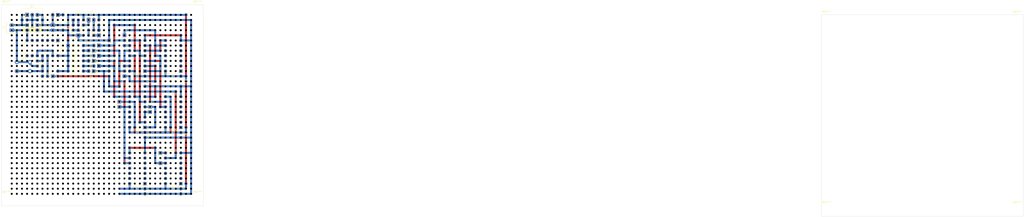
<source format=kicad_pcb>
(kicad_pcb (version 20221018) (generator pcbnew)
  (layers (0 "F.Cu" signal) (31 "B.Cu" signal) (34 "B.Paste" user) (35 "F.Paste" user) (36 "B.SilkS" user "B.Silkscreen") (37 "F.SilkS" user "F.Silkscreen") (38 "B.Mask" user) (39 "F.Mask" user) (44 "Edge.Cuts" user))
  (net 0 "")
  (net 1 "GND")
  (net 2 "+5V")
  (net 3 "/PSU 5V 1A/VIN")
  (net 4 "Net-(D1-K)")
  (net 5 "Net-(D4-A)")
  (net 6 "Net-(D5-A)")
  (net 7 "/Punta Logica/LOW_LVL")
  (net 8 "/Punta Logica/HIGH_LVL")
  (net 9 "Net-(D1-A)")
  (net 10 "Net-(D2-A)")
  (net 11 "Net-(D7-A)")
  (net 12 "Net-(D8-A)")
  (net 13 "Net-(D9-A)")
  (net 14 "Net-(D3-K)")
  (net 15 "Net-(D6-A)")
  (net 16 "Net-(J4-Pin_1)")
  (net 17 "Net-(J6-Pin_1)")
  (net 18 "Net-(J7-Pin_1)")
  (net 19 "Net-(J8-Pin_1)")
  (net 20 "Net-(C11-Pad1)")
  (net 21 "Net-(R13-Pad2)")
  (net 22 "Net-(J9-Pin_1)")
  (net 23 "Net-(Q1-B)")
  (net 24 "Net-(Q2-C)")
  (net 25 "Net-(Q2-B)")
  (net 26 "Net-(U2-Pad3)")
  (net 27 "Net-(U2-Pad6)")
  (net 28 "Net-(U2-Pad8)")
  (net 29 "Net-(U2-Pad11)")
  (net 30 "Net-(J5-Pin_1)")
  (net 31 "Net-(U2-Pad5)")
  (net 32 "Net-(JP1-A)")
  (net 33 "Net-(JP2-A)")
  (net 34 "Net-(U10-Pad10)")
  (net 35 "/Logica/A")
  (net 36 "/Logica/B")
  (net 37 "/Logica/C")
  (net 38 "/Logica/D")
  (net 39 "/Logica/E")
  (net 40 "/Logica/F")
  (net 41 "/Logica/LATCH_R")
  (net 42 "/Logica/LATCH_S")
  (net 44 "/Logica/RS_CLK")
  (net 45 "/Pulsador Schmitt/BTN_ST")
  (footprint "MountingHole:MountingHole_3mm" (layer "F.Cu") (at 101.6 142.875)
    (fp_text reference "REF**")
    (fp_text value "MountingHole_3mm" hide)
  )
  (footprint "Capacitor_THT:C_Disc_D5.0mm_W2.5mm_P2.50mm" (layer "F.Cu") (at 187.96 137.2 -90)
    (fp_text reference "C8")
    (fp_text value "C")
  )
  (footprint "Capacitor_THT:C_Disc_D5.0mm_W2.5mm_P5.00mm" (layer "F.Cu") (at 170.18 81.28 -90)
    (fp_text reference "C7")
    (fp_text value "C")
  )
  (footprint "Package_DIP:DIP-14_W7.62mm_Socket" (layer "F.Cu") (at 170.18 134.62 180)
    (fp_text reference "U7")
    (fp_text value "74LS86")
  )
  (footprint "Capacitor_THT:C_Disc_D5.0mm_W2.5mm_P2.50mm" (layer "F.Cu") (at 170.18 137.2 -90)
    (fp_text reference "C5")
    (fp_text value "C")
  )
  (footprint "Connector_PinHeader_2.54mm:PinHeader_1x01_P2.54mm_Vertical" (layer "F.Cu") (at 172.72 99.06)
    (fp_text reference "J9")
    (fp_text value "Conn_01x01_Pin")
  )
  (footprint "Connector_PinHeader_2.54mm:PinHeader_1x01_P2.54mm_Vertical" (layer "F.Cu") (at 157.48 96.52)
    (fp_text reference "J5")
    (fp_text value "Conn_01x01_Pin")
  )
  (footprint "Resistor_THT:R_Axial_DIN0207_L6.3mm_D2.5mm_P7.62mm_Horizontal" (layer "F.Cu") (at 129.54 50.8 -90)
    (fp_text reference "R5")
    (fp_text value "R_US")
  )
  (footprint "Connector_PinHeader_2.54mm:PinHeader_1x01_P2.54mm_Vertical" (layer "F.Cu") (at 177.8 119.38)
    (fp_text reference "J7")
    (fp_text value "Conn_01x01_Pin")
  )
  (footprint "Resistor_THT:R_Axial_DIN0207_L6.3mm_D2.5mm_P2.54mm_Vertical" (layer "F.Cu") (at 147.32 53.34 -90)
    (fp_text reference "R1")
    (fp_text value "R_US")
  )
  (footprint "Package_DIP:DIP-14_W7.62mm_Socket" (layer "F.Cu") (at 170.18 106.68 180)
    (fp_text reference "U5")
    (fp_text value "74LS02")
  )
  (footprint "Resistor_THT:R_Axial_DIN0207_L6.3mm_D2.5mm_P2.54mm_Vertical" (layer "F.Cu") (at 139.7 55.88 180)
    (fp_text reference "R3")
    (fp_text value "R_US")
  )
  (footprint "Capacitor_THT:C_Disc_D5.0mm_W2.5mm_P2.50mm" (layer "F.Cu") (at 187.96 109.3 -90)
    (fp_text reference "C9")
    (fp_text value "C")
  )
  (footprint "Resistor_THT:R_Axial_DIN0207_L6.3mm_D2.5mm_P7.62mm_Horizontal" (layer "F.Cu") (at 127 78.74 180)
    (fp_text reference "R13")
    (fp_text value "R_US")
  )
  (footprint "MountingHole:MountingHole_3mm" (layer "F.Cu") (at 602.615 53.34)
    (fp_text reference "REF**")
    (fp_text value "MountingHole_3mm" hide)
  )
  (footprint "Resistor_THT:R_Axial_DIN0207_L6.3mm_D2.5mm_P2.54mm_Vertical" (layer "F.Cu") (at 119.38 76.2 90)
    (fp_text reference "R14")
    (fp_text value "R_US")
  )
  (footprint "Resistor_THT:R_Axial_DIN0207_L6.3mm_D2.5mm_P2.54mm_Vertical" (layer "F.Cu") (at 144.78 58.42 180)
    (fp_text reference "R2")
    (fp_text value "R_US")
  )
  (footprint "LED_THT:LED_D3.0mm" (layer "F.Cu") (at 147.32 66.04 180)
    (fp_text reference "D4")
    (fp_text value "LED" hide)
  )
  (footprint "Connector_PinHeader_2.54mm:PinHeader_1x01_P2.54mm_Vertical" (layer "F.Cu") (at 177.8 124.46)
    (fp_text reference "J6")
    (fp_text value "Conn_01x01_Pin")
  )
  (footprint "LED_THT:LED_D3.0mm" (layer "F.Cu") (at 144.78 78.74 180)
    (fp_text reference "D9")
    (fp_text value "LED")
  )
  (footprint "LED_THT:LED_D3.0mm" (layer "F.Cu") (at 147.32 76.2 180)
    (fp_text reference "D8")
    (fp_text value "LED")
  )
  (footprint "Package_DIP:DIP-14_W7.62mm_Socket" (layer "F.Cu") (at 170.18 78.74 180)
    (fp_text reference "U2")
    (fp_text value "74LS08")
  )
  (footprint "LED_THT:LED_D3.0mm" (layer "F.Cu") (at 147.32 60.96 90)
    (fp_text reference "D1")
    (fp_text value "LED")
  )
  (footprint "Connector_PinHeader_2.54mm:PinHeader_1x03_P2.54mm_Vertical" (layer "F.Cu") (at 160.02 60.96)
    (fp_text reference "JP1")
    (fp_text value "Jumper_3_Bridged12")
  )
  (footprint "Package_TO_SOT_THT:TO-220-3_Vertical" (layer "F.Cu") (at 111.76 50.8)
    (fp_text reference "U1")
    (fp_text value "LM7805_TO220")
  )
  (footprint "MountingHole:MountingHole_3mm" (layer "F.Cu") (at 602.615 147.955)
    (fp_text reference "REF**")
    (fp_text value "MountingHole_3mm" hide)
  )
  (footprint "Capacitor_THT:C_Disc_D5.0mm_W2.5mm_P2.50mm" (layer "F.Cu") (at 116.84 73.7 -90)
    (fp_text reference "C11")
    (fp_text value "C")
  )
  (footprint "MountingHole:MountingHole_3mm" (layer "F.Cu") (at 196.215 48.26)
    (fp_text reference "REF**")
    (fp_text value "MountingHole_3mm" hide)
  )
  (footprint "Capacitor_THT:CP_Radial_D5.0mm_P2.50mm" (layer "F.Cu") (at 116.84 55.88 -90)
    (fp_text reference "C4")
    (fp_text value "C_Polarized_US")
  )
  (footprint "Connector_PinHeader_2.54mm:PinHeader_1x01_P2.54mm_Vertical" (layer "F.Cu") (at 172.72 96.52)
    (fp_text reference "J8")
    (fp_text value "Conn_01x01_Pin")
  )
  (footprint "Connector_PinHeader_2.54mm:PinHeader_1x01_P2.54mm_Vertical" (layer "F.Cu") (at 157.48 93.98)
    (fp_text reference "J4")
    (fp_text value "Conn_01x01_Pin")
  )
  (footprint "LED_THT:LED_D3.0mm" (layer "F.Cu") (at 137.16 60.96 90)
    (fp_text reference "D2")
    (fp_text value "LED")
  )
  (footprint "Package_DIP:DIP-14_W7.62mm_Socket" (layer "F.Cu") (at 187.96 106.68 180)
    (fp_text reference "U3")
    (fp_text value "74LS32")
  )
  (footprint "LED_THT:LED_D3.0mm" (layer "F.Cu") (at 127 50.8 180)
    (fp_text reference "D3")
    (fp_text value "LED")
  )
  (footprint "Package_TO_SOT_THT:TO-92_Inline_Wide" (layer "F.Cu") (at 144.78 60.96 180)
    (fp_text reference "Q1")
    (fp_text value "BC548")
  )
  (footprint "Connector_PinHeader_2.54mm:PinHeader_1x03_P2.54mm_Vertical" (layer "F.Cu") (at 160.02 81.28 180)
    (fp_text reference "JP2")
    (fp_text value "Jumper_3_Bridged12" hide)
  )
  (footprint "MountingHole:MountingHole_3mm" (layer "F.Cu") (at 508 53.34)
    (fp_text reference "REF**")
    (fp_text value "MountingHole_3mm" hide)
  )
  (footprint "Package_DIP:DIP-14_W7.62mm_Socket" (layer "F.Cu") (at 187.96 134.62 180)
    (fp_text reference "U6")
    (fp_text value "7400")
  )
  (footprint "LED_THT:LED_D3.0mm" (layer "F.Cu") (at 147.32 71.12 180)
    (fp_text reference "D6")
    (fp_text value "LED")
  )
  (footprint "Button_Switch_THT:SW_DIP_SPSTx06_Slide_9.78x17.42mm_W7.62mm_P2.54mm" (layer "F.Cu") (at 132.08 66.04)
    (fp_text reference "SW1")
    (fp_text value "SW_DIP_x06")
  )
  (footprint "Resistor_THT:R_Array_SIP7" (layer "F.Cu") (at 152.4 63.5 -90)
    (fp_text reference "RN1")
    (fp_text value "R_Network06_US")
  )
  (footprint "Package_DIP:DIP-14_W7.62mm_Socket" (layer "F.Cu") (at 127 63.5 -90)
    (fp_text reference "U10")
    (fp_text value "74LS14")
  )
  (footprint "MountingHole:MountingHole_3mm" (layer "F.Cu") (at 196.215 142.875)
    (fp_text reference "REF**")
    (fp_text value "MountingHole_3mm" hide)
  )
  (footprint "Capacitor_THT:C_Disc_D5.0mm_W2.5mm_P2.50mm" (layer "F.Cu") (at 170.18 109.22 -90)
    (fp_text reference "C10")
    (fp_text value "C")
  )
  (footprint "Connector_Molex:Molex_KK-254_AE-6410-02A_1x02_P2.54mm_Vertical" (layer "F.Cu") (at 104.14 58.42 90)
    (fp_text reference "J1")
    (fp_text value "Conn_01x02_Pin")
  )
  (footprint "Capacitor_THT:C_Disc_D5.0mm_W2.5mm_P2.50mm" (layer "F.Cu") (at 119.38 53.34 180)
    (fp_text reference "C3")
    (fp_text value "C")
  )
  (footprint "LED_THT:LED_D3.0mm" (layer "F.Cu") (at 144.78 73.66 180)
    (fp_text reference "D7")
    (fp_text value "LED")
  )
  (footprint "Capacitor_THT:C_Disc_D5.0mm_W2.5mm_P2.50mm" (layer "F.Cu") (at 109.26 53.34)
    (fp_text reference "C2")
    (fp_text value "C")
  )
  (footprint "Connector_Molex:Molex_KK-254_AE-6410-02A_1x02_P2.54mm_Vertical" (layer "F.Cu") (at 124.46 55.88 -90)
    (fp_text reference "J3")
    (fp_text value "Conn_01x02_Pin")
  )
  (footprint "Connector_Molex:Molex_KK-254_AE-6410-02A_1x02_P2.54mm_Vertical" (layer "F.Cu") (at 142.24 53.34)
    (fp_text reference "J2")
    (fp_text value "Conn_01x02_Pin")
  )
  (footprint "Package_TO_SOT_THT:TO-92_Inline_Wide" (layer "F.Cu") (at 134.62 53.34)
    (fp_text reference "Q2")
    (fp_text value "BC558")
  )
  (footprint "Connector_PinHeader_2.54mm:PinHeader_1x03_P2.54mm_Vertical" (layer "F.Cu") (at 124.46 81.28 -90)
    (fp_text reference "JP3")
    (fp_text value "Jumper_3_Bridged12")
  )
  (footprint "Package_DIP:DIP-14_W7.62mm_Socket" (layer "F.Cu") (at 187.96 78.74 180)
    (fp_text reference "U4")
    (fp_text value "74LS04")
  )
  (footprint "MountingHole:MountingHole_3mm" (layer "F.Cu") (at 101.6 48.26)
    (fp_text reference "REF**")
    (fp_text value "MountingHole_3mm" hide)
  )
  (footprint "Capacitor_THT:C_Disc_D5.0mm_W2.5mm_P5.00mm" (layer "F.Cu") (at 187.96 81.28 -90)
    (fp_text reference "C6")
    (fp_text value "C")
  )
  (footprint "Resistor_THT:R_Axial_DIN0207_L6.3mm_D2.5mm_P2.54mm_Vertical" (layer "F.Cu") (at 134.62 58.42 90)
    (fp_text reference "R4")
    (fp_text value "R_US")
  )
  (footprint "MountingHole:MountingHole_3mm" (layer "F.Cu") (at 508 147.955)
    (fp_text reference "REF**")
    (fp_text value "MountingHole_3mm" hide)
  )
  (footprint "Capacitor_THT:CP_Radial_D5.0mm_P2.50mm" (layer "F.Cu") (at 111.8 55.88 -90)
    (fp_text reference "C1")
    (fp_text value "C_Polarized_US")
  )
  (footprint "Button_Switch_THT:SW_PUSH_6mm_H7.3mm" (layer "F.Cu") (at 106.68 74.24)
    (fp_text reference "SW2")
    (fp_text value "SW_Push")
  )
  (footprint "LED_THT:LED_D3.0mm" (layer "F.Cu") (at 144.78 68.58 180)
    (fp_text reference "D5")
    (fp_text value "LED")
  )
  (footprint "" (layer "B.Cu") (at 114.3 53.34 180)
    (fp_text reference "2" hide)
    (fp_text value "" hide)
  )
  (footprint "" (layer "B.Cu") (at 137.16 73.66 180)
    (fp_text reference "2" hide)
    (fp_text value "" hide)
  )
  (footprint "" (layer "B.Cu") (at 182.88 58.42 180)
    (fp_text reference "2" hide)
    (fp_text value "" hide)
  )
  (footprint "" (layer "B.Cu") (at 121.92 58.42 180)
    (fp_text reference "2" hide)
    (fp_text value "" hide)
  )
  (footprint "" (layer "B.Cu") (at 114.3 116.84 180)
    (fp_text reference "2" hide)
    (fp_text value "" hide)
  )
  (footprint "" (layer "B.Cu") (at 185.42 55.88 180)
    (fp_text reference "2" hide)
    (fp_text value "" hide)
  )
  (footprint "" (layer "B.Cu") (at 137.16 106.68 180)
    (fp_text reference "2" hide)
    (fp_text value "" hide)
  )
  (footprint "" (layer "B.Cu") (at 116.84 60.96 180)
    (fp_text reference "2" hide)
    (fp_text value "" hide)
  )
  (footprint "" (layer "B.Cu") (at 154.94 81.28 180)
    (fp_text reference "2" hide)
    (fp_text value "" hide)
  )
  (footprint "" (layer "B.Cu") (at 162.56 63.5 180)
    (fp_text reference "2" hide)
    (fp_text value "" hide)
  )
  (footprint "" (layer "B.Cu") (at 190.5 73.66 180)
    (fp_text reference "2" hide)
    (fp_text value "" hide)
  )
  (footprint "" (layer "B.Cu") (at 187.96 137.16 180)
    (fp_text reference "2" hide)
    (fp_text value "" hide)
  )
  (footprint "" (layer "B.Cu") (at 180.34 86.36 180)
    (fp_text reference "2" hide)
    (fp_text value "" hide)
  )
  (footprint "" (layer "B.Cu") (at 127 93.98 180)
    (fp_text reference "2" hide)
    (fp_text value "" hide)
  )
  (footprint "" (layer "B.Cu") (at 121.92 53.34 180)
    (fp_text reference "2" hide)
    (fp_text value "" hide)
  )
  (footprint "" (layer "B.Cu") (at 152.4 55.88 180)
    (fp_text reference "2" hide)
    (fp_text value "" hide)
  )
  (footprint "" (layer "B.Cu") (at 170.18 60.96 180)
    (fp_text reference "2" hide)
    (fp_text value "" hide)
  )
  (footprint "" (layer "B.Cu") (at 154.94 114.3 180)
    (fp_text reference "2" hide)
    (fp_text value "" hide)
  )
  (footprint "" (layer "B.Cu") (at 190.5 101.6 180)
    (fp_text reference "2" hide)
    (fp_text value "" hide)
  )
  (footprint "" (layer "B.Cu") (at 165.1 71.12 180)
    (fp_text reference "2" hide)
    (fp_text value "" hide)
  )
  (footprint "" (layer "B.Cu") (at 116.84 78.74 180)
    (fp_text reference "2" hide)
    (fp_text value "" hide)
  )
  (footprint "" (layer "B.Cu") (at 142.24 63.5 180)
    (fp_text reference "2" hide)
    (fp_text value "" hide)
  )
  (footprint "" (layer "B.Cu") (at 165.1 119.38 180)
    (fp_text reference "2" hide)
    (fp_text value "" hide)
  )
  (footprint "" (layer "B.Cu") (at 137.16 55.88 180)
    (fp_text reference "2" hide)
    (fp_text value "" hide)
  )
  (footprint "" (layer "B.Cu") (at 149.86 53.34 180)
    (fp_text reference "2" hide)
    (fp_text value "" hide)
  )
  (footprint "" (layer "B.Cu") (at 119.38 139.7 180)
    (fp_text reference "2" hide)
    (fp_text value "" hide)
  )
  (footprint "" (layer "B.Cu") (at 172.72 55.88 180)
    (fp_text reference "2" hide)
    (fp_text value "" hide)
  )
  (footprint "" (layer "B.Cu") (at 187.96 114.3 180)
    (fp_text reference "2" hide)
    (fp_text value "" hide)
  )
  (footprint "" (layer "B.Cu") (at 147.32 121.92 180)
    (fp_text reference "2" hide)
    (fp_text value "" hide)
  )
  (footprint "" (layer "B.Cu") (at 114.3 60.96 180)
    (fp_text reference "2" hide)
    (fp_text value "" hide)
  )
  (footprint "" (layer "B.Cu") (at 177.8 58.42 180)
    (fp_text reference "2" hide)
    (fp_text value "" hide)
  )
  (footprint "" (layer "B.Cu") (at 165.1 58.42 180)
    (fp_text reference "2" hide)
    (fp_text value "" hide)
  )
  (footprint "" (layer "B.Cu") (at 119.38 76.2 180)
    (fp_text reference "2" hide)
    (fp_text value "" hide)
  )
  (footprint "" (layer "B.Cu") (at 111.76 55.88 180)
    (fp_text reference "2" hide)
    (fp_text value "" hide)
  )
  (footprint "" (layer "B.Cu") (at 175.26 73.66 180)
    (fp_text reference "2" hide)
    (fp_text value "" hide)
  )
  (footprint "" (layer "B.Cu") (at 154.94 73.66 180)
    (fp_text reference "2" hide)
    (fp_text value "" hide)
  )
  (footprint "" (layer "B.Cu") (at 160.02 106.68 180)
    (fp_text reference "2" hide)
    (fp_text value "" hide)
  )
  (footprint "" (layer "B.Cu") (at 137.16 71.12 180)
    (fp_text reference "2" hide)
    (fp_text value "" hide)
  )
  (footprint "" (layer "B.Cu") (at 177.8 86.36 180)
    (fp_text reference "2" hide)
    (fp_text value "" hide)
  )
  (footprint "" (layer "B.Cu") (at 149.86 58.42 180)
    (fp_text reference "2" hide)
    (fp_text value "" hide)
  )
  (footprint "" (layer "B.Cu") (at 152.4 137.16 180)
    (fp_text reference "2" hide)
    (fp_text value "" hide)
  )
  (footprint "" (layer "B.Cu") (at 137.16 99.06 180)
    (fp_text reference "2" hide)
    (fp_text value "" hide)
  )
  (footprint "" (layer "B.Cu") (at 144.78 83.82 180)
    (fp_text reference "2" hide)
    (fp_text value "" hide)
  )
  (footprint "" (layer "B.Cu") (at 172.72 116.84 180)
    (fp_text reference "2" hide)
    (fp_text value "" hide)
  )
  (footprint "" (layer "B.Cu") (at 187.96 73.66 180)
    (fp_text reference "2" hide)
    (fp_text value "" hide)
  )
  (footprint "" (layer "B.Cu") (at 104.14 111.76 180)
    (fp_text reference "2" hide)
    (fp_text value "" hide)
  )
  (footprint "" (layer "B.Cu") (at 175.26 66.04 180)
    (fp_text reference "2" hide)
    (fp_text value "" hide)
  )
  (footprint "" (layer "B.Cu") (at 175.26 106.68 180)
    (fp_text reference "2" hide)
    (fp_text value "" hide)
  )
  (footprint "" (layer "B.Cu") (at 119.38 53.34 180)
    (fp_text reference "2" hide)
    (fp_text value "" hide)
  )
  (footprint "" (layer "B.Cu") (at 116.84 91.44 180)
    (fp_text reference "2" hide)
    (fp_text value "" hide)
  )
  (footprint "" (layer "B.Cu") (at 104.14 78.74 180)
    (fp_text reference "2" hide)
    (fp_text value "" hide)
  )
  (footprint "" (layer "B.Cu") (at 193.04 76.2 180)
    (fp_text reference "2" hide)
    (fp_text value "" hide)
  )
  (footprint "" (layer "B.Cu") (at 132.08 86.36 180)
    (fp_text reference "2" hide)
    (fp_text value "" hide)
  )
  (footprint "" (layer "B.Cu") (at 114.3 114.3 180)
    (fp_text reference "2" hide)
    (fp_text value "" hide)
  )
  (footprint "" (layer "B.Cu") (at 162.56 127 180)
    (fp_text reference "2" hide)
    (fp_text value "" hide)
  )
  (footprint "" (layer "B.Cu") (at 106.68 101.6 180)
    (fp_text reference "2" hide)
    (fp_text value "" hide)
  )
  (footprint "" (layer "B.Cu") (at 127 116.84 180)
    (fp_text reference "2" hide)
    (fp_text value "" hide)
  )
  (footprint "" (layer "B.Cu") (at 121.92 86.36 180)
    (fp_text reference "2" hide)
    (fp_text value "" hide)
  )
  (footprint "" (layer "B.Cu") (at 154.94 104.14 180)
    (fp_text reference "2" hide)
    (fp_text value "" hide)
  )
  (footprint "" (layer "B.Cu") (at 170.18 109.22 180)
    (fp_text reference "2" hide)
    (fp_text value "" hide)
  )
  (footprint "" (layer "B.Cu") (at 162.56 68.58 180)
    (fp_text reference "2" hide)
    (fp_text value "" hide)
  )
  (footprint "" (layer "B.Cu") (at 106.68 88.9 180)
    (fp_text reference "2" hide)
    (fp_text value "" hide)
  )
  (footprint "" (layer "B.Cu") (at 182.88 53.34 180)
    (fp_text reference "2" hide)
    (fp_text value "" hide)
  )
  (footprint "" (layer "B.Cu") (at 106.68 83.82 180)
    (fp_text reference "2" hide)
    (fp_text value "" hide)
  )
  (footprint "" (layer "B.Cu") (at 147.32 101.6 180)
    (fp_text reference "2" hide)
    (fp_text value "" hide)
  )
  (footprint "" (layer "B.Cu") (at 104.14 114.3 180)
    (fp_text reference "2" hide)
    (fp_text value "" hide)
  )
  (footprint "" (layer "B.Cu") (at 104.14 109.22 180)
    (fp_text reference "2" hide)
    (fp_text value "" hide)
  )
  (footprint "" (layer "B.Cu") (at 119.38 132.08 180)
    (fp_text reference "2" hide)
    (fp_text value "" hide)
  )
  (footprint "" (layer "B.Cu") (at 121.92 60.96 180)
    (fp_text reference "2" hide)
    (fp_text value "" hide)
  )
  (footprint "" (layer "B.Cu") (at 106.68 63.5 180)
    (fp_text reference "2" hide)
    (fp_text value "" hide)
  )
  (footprint "" (layer "B.Cu") (at 180.34 114.3 180)
    (fp_text reference "2" hide)
    (fp_text value "" hide)
  )
  (footprint "" (layer "B.Cu") (at 182.88 96.52 180)
    (fp_text reference "2" hide)
    (fp_text value "" hide)
  )
  (footprint "" (layer "B.Cu") (at 119.38 50.8 180)
    (fp_text reference "2" hide)
    (fp_text value "" hide)
  )
  (footprint "" (layer "B.Cu") (at 111.76 81.28 180)
    (fp_text reference "2" hide)
    (fp_text value "" hide)
  )
  (footprint "" (layer "B.Cu") (at 170.18 55.88 180)
    (fp_text reference "2" hide)
    (fp_text value "" hide)
  )
  (footprint "" (layer "B.Cu") (at 147.32 76.2 180)
    (fp_text reference "2" hide)
    (fp_text value "" hide)
  )
  (footprint "" (layer "B.Cu") (at 144.78 104.14 180)
    (fp_text reference "2" hide)
    (fp_text value "" hide)
  )
  (footprint "" (layer "B.Cu") (at 149.86 134.62 180)
    (fp_text reference "2" hide)
    (fp_text value "" hide)
  )
  (footprint "" (layer "B.Cu") (at 134.62 139.7 180)
    (fp_text reference "2" hide)
    (fp_text value "" hide)
  )
  (footprint "" (layer "B.Cu") (at 193.04 78.74 180)
    (fp_text reference "2" hide)
    (fp_text value "" hide)
  )
  (footprint "" (layer "B.Cu") (at 187.96 111.76 180)
    (fp_text reference "2" hide)
    (fp_text value "" hide)
  )
  (footprint "" (layer "B.Cu") (at 104.14 99.06 180)
    (fp_text reference "2" hide)
    (fp_text value "" hide)
  )
  (footprint "" (layer "B.Cu") (at 132.08 99.06 180)
    (fp_text reference "2" hide)
    (fp_text value "" hide)
  )
  (footprint "" (layer "B.Cu") (at 187.96 88.9 180)
    (fp_text reference "2" hide)
    (fp_text value "" hide)
  )
  (footprint "" (layer "B.Cu") (at 111.76 101.6 180)
    (fp_text reference "2" hide)
    (fp_text value "" hide)
  )
  (footprint "" (layer "B.Cu") (at 144.78 111.76 180)
    (fp_text reference "2" hide)
    (fp_text value "" hide)
  )
  (footprint "" (layer "B.Cu") (at 185.42 76.2 180)
    (fp_text reference "2" hide)
    (fp_text value "" hide)
  )
  (footprint "" (layer "B.Cu") (at 185.42 96.52 180)
    (fp_text reference "2" hide)
    (fp_text value "" hide)
  )
  (footprint "" (layer "B.Cu") (at 134.62 76.2 180)
    (fp_text reference "2" hide)
    (fp_text value "" hide)
  )
  (footprint "" (layer "B.Cu") (at 167.64 121.92 180)
    (fp_text reference "2" hide)
    (fp_text value "" hide)
  )
  (footprint "" (layer "B.Cu") (at 182.88 83.82 180)
    (fp_text reference "2" hide)
    (fp_text value "" hide)
  )
  (footprint "" (layer "B.Cu") (at 142.24 114.3 180)
    (fp_text reference "2" hide)
    (fp_text value "" hide)
  )
  (footprint "" (layer "B.Cu") (at 177.8 68.58 180)
    (fp_text reference "2" hide)
    (fp_text value "" hide)
  )
  (footprint "" (layer "B.Cu") (at 172.72 78.74 180)
    (fp_text reference "2" hide)
    (fp_text value "" hide)
  )
  (footprint "" (layer "B.Cu") (at 104.14 116.84 180)
    (fp_text reference "2" hide)
    (fp_text value "" hide)
  )
  (footprint "" (layer "B.Cu") (at 185.42 73.66 180)
    (fp_text reference "2" hide)
    (fp_text value "" hide)
  )
  (footprint "" (layer "B.Cu") (at 172.72 91.44 180)
    (fp_text reference "2" hide)
    (fp_text value "" hide)
  )
  (footprint "" (layer "B.Cu") (at 114.3 50.8 180)
    (fp_text reference "2" hide)
    (fp_text value "" hide)
  )
  (footprint "" (layer "B.Cu") (at 106.68 132.08 180)
    (fp_text reference "2" hide)
    (fp_text value "" hide)
  )
  (footprint "" (layer "B.Cu") (at 116.84 139.7 180)
    (fp_text reference "2" hide)
    (fp_text value "" hide)
  )
  (footprint "" (layer "B.Cu") (at 116.84 106.68 180)
    (fp_text reference "2" hide)
    (fp_text value "" hide)
  )
  (footprint "" (layer "B.Cu") (at 180.34 116.84 180)
    (fp_text reference "2" hide)
    (fp_text value "" hide)
  )
  (footprint "" (layer "B.Cu") (at 170.18 71.12 180)
    (fp_text reference "2" hide)
    (fp_text value "" hide)
  )
  (footprint "" (layer "B.Cu") (at 104.14 101.6 180)
    (fp_text reference "2" hide)
    (fp_text value "" hide)
  )
  (footprint "" (layer "B.Cu") (at 185.42 60.96 180)
    (fp_text reference "2" hide)
    (fp_text value "" hide)
  )
  (footprint "" (layer "B.Cu") (at 165.1 127 180)
    (fp_text reference "2" hide)
    (fp_text value "" hide)
  )
  (footprint "" (layer "B.Cu") (at 116.84 63.5 180)
    (fp_text reference "2" hide)
    (fp_text value "" hide)
  )
  (footprint "" (layer "B.Cu") (at 170.18 88.9 180)
    (fp_text reference "2" hide)
    (fp_text value "" hide)
  )
  (footprint "" (layer "B.Cu") (at 127 83.82 180)
    (fp_text reference "2" hide)
    (fp_text value "" hide)
  )
  (footprint "" (layer "B.Cu") (at 106.68 121.92 180)
    (fp_text reference "2" hide)
    (fp_text value "" hide)
  )
  (footprint "" (layer "B.Cu") (at 121.92 50.8 180)
    (fp_text reference "2" hide)
    (fp_text value "" hide)
  )
  (footprint "" (layer "B.Cu") (at 109.22 91.44 180)
    (fp_text reference "2" hide)
    (fp_text value "" hide)
  )
  (footprint "" (layer "B.Cu") (at 165.1 124.46 180)
    (fp_text reference "2" hide)
    (fp_text value "" hide)
  )
  (footprint "" (layer "B.Cu") (at 185.42 91.44 180)
    (fp_text reference "2" hide)
    (fp_text value "" hide)
  )
  (footprint "" (layer "B.Cu") (at 111.76 104.14 180)
    (fp_text reference "2" hide)
    (fp_text value "" hide)
  )
  (footprint "" (layer "B.Cu") (at 127 104.14 180)
    (fp_text reference "2" hide)
    (fp_text value "" hide)
  )
  (footprint "" (layer "B.Cu") (at 142.24 78.74 180)
    (fp_text reference "2" hide)
    (fp_text value "" hide)
  )
  (footprint "" (layer "B.Cu") (at 190.5 132.08 180)
    (fp_text reference "2" hide)
    (fp_text value "" hide)
  )
  (footprint "" (layer "B.Cu") (at 109.22 119.38 180)
    (fp_text reference "2" hide)
    (fp_text value "" hide)
  )
  (footprint "" (layer "B.Cu") (at 127 88.9 180)
    (fp_text reference "2" hide)
    (fp_text value "" hide)
  )
  (footprint "" (layer "B.Cu") (at 116.84 93.98 180)
    (fp_text reference "2" hide)
    (fp_text value "" hide)
  )
  (footprint "" (layer "B.Cu") (at 142.24 124.46 180)
    (fp_text reference "2" hide)
    (fp_text value "" hide)
  )
  (footprint "" (layer "B.Cu") (at 162.56 86.36 180)
    (fp_text reference "2" hide)
    (fp_text value "" hide)
  )
  (footprint "" (layer "B.Cu") (at 106.68 114.3 180)
    (fp_text reference "2" hide)
    (fp_text value "" hide)
  )
  (footprint "" (layer "B.Cu") (at 114.3 66.04 180)
    (fp_text reference "2" hide)
    (fp_text value "" hide)
  )
  (footprint "" (layer "B.Cu") (at 190.5 93.98 180)
    (fp_text reference "2" hide)
    (fp_text value "" hide)
  )
  (footprint "" (layer "B.Cu") (at 116.84 132.08 180)
    (fp_text reference "2" hide)
    (fp_text value "" hide)
  )
  (footprint "" (layer "B.Cu") (at 144.78 114.3 180)
    (fp_text reference "2" hide)
    (fp_text value "" hide)
  )
  (footprint "" (layer "B.Cu") (at 160.02 53.34 180)
    (fp_text reference "2" hide)
    (fp_text value "" hide)
  )
  (footprint "" (layer "B.Cu") (at 137.16 114.3 180)
    (fp_text reference "2" hide)
    (fp_text value "" hide)
  )
  (footprint "" (layer "B.Cu") (at 147.32 104.14 180)
    (fp_text reference "2" hide)
    (fp_text value "" hide)
  )
  (footprint "" (layer "B.Cu") (at 147.32 116.84 180)
    (fp_text reference "2" hide)
    (fp_text value "" hide)
  )
  (footprint "" (layer "B.Cu") (at 121.92 71.12 180)
    (fp_text reference "2" hide)
    (fp_text value "" hide)
  )
  (footprint "" (layer "B.Cu") (at 114.3 132.08 180)
    (fp_text reference "2" hide)
    (fp_text value "" hide)
  )
  (footprint "" (layer "B.Cu") (at 124.46 83.82 180)
    (fp_text reference "2" hide)
    (fp_text value "" hide)
  )
  (footprint "" (layer "B.Cu") (at 167.64 83.82 180)
    (fp_text reference "2" hide)
    (fp_text value "" hide)
  )
  (footprint "" (layer "B.Cu") (at 121.92 124.46 180)
    (fp_text reference "2" hide)
    (fp_text value "" hide)
  )
  (footprint "" (layer "B.Cu") (at 144.78 93.98 180)
    (fp_text reference "2" hide)
    (fp_text value "" hide)
  )
  (footprint "" (layer "B.Cu") (at 119.38 86.36 180)
    (fp_text reference "2" hide)
    (fp_text value "" hide)
  )
  (footprint "" (layer "B.Cu") (at 139.7 119.38 180)
    (fp_text reference "2" hide)
    (fp_text value "" hide)
  )
  (footprint "" (layer "B.Cu") (at 182.88 137.16 180)
    (fp_text reference "2" hide)
    (fp_text value "" hide)
  )
  (footprint "" (layer "B.Cu") (at 154.94 58.42 180)
    (fp_text reference "2" hide)
    (fp_text value "" hide)
  )
  (footprint "" (layer "B.Cu") (at 109.22 81.28 180)
    (fp_text reference "2" hide)
    (fp_text value "" hide)
  )
  (footprint "" (layer "B.Cu") (at 167.64 114.3 180)
    (fp_text reference "2" hide)
    (fp_text value "" hide)
  )
  (footprint "" (layer "B.Cu") (at 129.54 68.58 180)
    (fp_text reference "2" hide)
    (fp_text value "" hide)
  )
  (footprint "" (layer "B.Cu") (at 147.32 132.08 180)
    (fp_text reference "2" hide)
    (fp_text value "" hide)
  )
  (footprint "" (layer "B.Cu") (at 142.24 132.08 180)
    (fp_text reference "2" hide)
    (fp_text value "" hide)
  )
  (footprint "" (layer "B.Cu") (at 152.4 63.5 180)
    (fp_text reference "2" hide)
    (fp_text value "" hide)
  )
  (footprint "" (layer "B.Cu") (at 106.68 53.34 180)
    (fp_text reference "2" hide)
    (fp_text value "" hide)
  )
  (footprint "" (layer "B.Cu") (at 187.96 129.54 180)
    (fp_text reference "2" hide)
    (fp_text value "" hide)
  )
  (footprint "" (layer "B.Cu") (at 165.1 68.58 180)
    (fp_text reference "2" hide)
    (fp_text value "" hide)
  )
  (footprint "" (layer "B.Cu") (at 144.78 116.84 180)
    (fp_text reference "2" hide)
    (fp_text value "" hide)
  )
  (footprint "" (layer "B.Cu") (at 190.5 104.14 180)
    (fp_text reference "2" hide)
    (fp_text value "" hide)
  )
  (footprint "" (layer "B.Cu") (at 114.3 96.52 180)
    (fp_text reference "2" hide)
    (fp_text value "" hide)
  )
  (footprint "" (layer "B.Cu") (at 182.88 104.14 180)
    (fp_text reference "2" hide)
    (fp_text value "" hide)
  )
  (footprint "" (layer "B.Cu") (at 124.46 73.66 180)
    (fp_text reference "2" hide)
    (fp_text value "" hide)
  )
  (footprint "" (layer "B.Cu") (at 172.72 106.68 180)
    (fp_text reference "2" hide)
    (fp_text value "" hide)
  )
  (footprint "" (layer "B.Cu") (at 187.96 116.84 180)
    (fp_text reference "2" hide)
    (fp_text value "" hide)
  )
  (footprint "" (layer "B.Cu") (at 124.46 50.8 180)
    (fp_text reference "2" hide)
    (fp_text value "" hide)
  )
  (footprint "" (layer "B.Cu") (at 114.3 86.36 180)
    (fp_text reference "2" hide)
    (fp_text value "" hide)
  )
  (footprint "" (layer "B.Cu") (at 111.76 99.06 180)
    (fp_text reference "2" hide)
    (fp_text value "" hide)
  )
  (footprint "" (layer "B.Cu") (at 170.18 119.38 180)
    (fp_text reference "2" hide)
    (fp_text value "" hide)
  )
  (footprint "" (layer "B.Cu") (at 149.86 121.92 180)
    (fp_text reference "2" hide)
    (fp_text value "" hide)
  )
  (footprint "" (layer "B.Cu") (at 152.4 50.8 180)
    (fp_text reference "2" hide)
    (fp_text value "" hide)
  )
  (footprint "" (layer "B.Cu") (at 137.16 104.14 180)
    (fp_text reference "2" hide)
    (fp_text value "" hide)
  )
  (footprint "" (layer "B.Cu") (at 193.04 101.6 180)
    (fp_text reference "2" hide)
    (fp_text value "" hide)
  )
  (footprint "" (layer "B.Cu") (at 193.04 129.54 180)
    (fp_text reference "2" hide)
    (fp_text value "" hide)
  )
  (footprint "" (layer "B.Cu") (at 193.04 55.88 180)
    (fp_text reference "2" hide)
    (fp_text value "" hide)
  )
  (footprint "" (layer "B.Cu") (at 134.62 55.88 180)
    (fp_text reference "2" hide)
    (fp_text value "" hide)
  )
  (footprint "" (layer "B.Cu") (at 154.94 91.44 180)
    (fp_text reference "2" hide)
    (fp_text value "" hide)
  )
  (footprint "" (layer "B.Cu") (at 114.3 68.58 180)
    (fp_text reference "2" hide)
    (fp_text value "" hide)
  )
  (footprint "" (layer "B.Cu") (at 142.24 73.66 180)
    (fp_text reference "2" hide)
    (fp_text value "" hide)
  )
  (footprint "" (layer "B.Cu") (at 127 63.5 180)
    (fp_text reference "2" hide)
    (fp_text value "" hide)
  )
  (footprint "" (layer "B.Cu") (at 152.4 101.6 180)
    (fp_text reference "2" hide)
    (fp_text value "" hide)
  )
  (footprint "" (layer "B.Cu") (at 154.94 68.58 180)
    (fp_text reference "2" hide)
    (fp_text value "" hide)
  )
  (footprint "" (layer "B.Cu") (at 175.26 78.74 180)
    (fp_text reference "2" hide)
    (fp_text value "" hide)
  )
  (footprint "" (layer "B.Cu") (at 170.18 134.62 180)
    (fp_text reference "2" hide)
    (fp_text value "" hide)
  )
  (footprint "" (layer "B.Cu") (at 182.88 121.92 180)
    (fp_text reference "2" hide)
    (fp_text value "" hide)
  )
  (footprint "" (layer "B.Cu") (at 129.54 114.3 180)
    (fp_text reference "2" hide)
    (fp_text value "" hide)
  )
  (footprint "" (layer "B.Cu") (at 116.84 137.16 180)
    (fp_text reference "2" hide)
    (fp_text value "" hide)
  )
  (footprint "" (layer "B.Cu") (at 175.26 116.84 180)
    (fp_text reference "2" hide)
    (fp_text value "" hide)
  )
  (footprint "" (layer "B.Cu") (at 142.24 116.84 180)
    (fp_text reference "2" hide)
    (fp_text value "" hide)
  )
  (footprint "" (layer "B.Cu") (at 109.22 76.2 180)
    (fp_text reference "2" hide)
    (fp_text value "" hide)
  )
  (footprint "" (layer "B.Cu") (at 116.84 58.42 180)
    (fp_text reference "2" hide)
    (fp_text value "" hide)
  )
  (footprint "" (layer "B.Cu") (at 187.96 134.62 180)
    (fp_text reference "2" hide)
    (fp_text value "" hide)
  )
  (footprint "" (layer "B.Cu") (at 160.02 99.06 180)
    (fp_text reference "2" hide)
    (fp_text value "" hide)
  )
  (footprint "" (layer "B.Cu") (at 134.62 132.08 180)
    (fp_text reference "2" hide)
    (fp_text value "" hide)
  )
  (footprint "" (layer "B.Cu") (at 144.78 132.08 180)
    (fp_text reference "2" hide)
    (fp_text value "" hide)
  )
  (footprint "" (layer "B.Cu") (at 172.72 86.36 180)
    (fp_text reference "2" hide)
    (fp_text value "" hide)
  )
  (footprint "" (layer "B.Cu") (at 185.42 104.14 180)
    (fp_text reference "2" hide)
    (fp_text value "" hide)
  )
  (footprint "" (layer "B.Cu") (at 134.62 63.5 180)
    (fp_text reference "2" hide)
    (fp_text value "" hide)
  )
  (footprint "" (layer "B.Cu") (at 152.4 124.46 180)
    (fp_text reference "2" hide)
    (fp_text value "" hide)
  )
  (footprint "" (layer "B.Cu") (at 132.08 111.76 180)
    (fp_text reference "2" hide)
    (fp_text value "" hide)
  )
  (footprint "" (layer "B.Cu") (at 165.1 76.2 180)
    (fp_text reference "2" hide)
    (fp_text value "" hide)
  )
  (footprint "" (layer "B.Cu") (at 119.38 68.58 180)
    (fp_text reference "2" hide)
    (fp_text value "" hide)
  )
  (footprint "" (layer "B.Cu") (at 132.08 78.74 180)
    (fp_text reference "2" hide)
    (fp_text value "" hide)
  )
  (footprint "" (layer "B.Cu") (at 187.96 53.34 180)
    (fp_text reference "2" hide)
    (fp_text value "" hide)
  )
  (footprint "" (layer "B.Cu") (at 106.68 76.2 180)
    (fp_text reference "2" hide)
    (fp_text value "" hide)
  )
  (footprint "" (layer "B.Cu") (at 152.4 78.74 180)
    (fp_text reference "2" hide)
    (fp_text value "" hide)
  )
  (footprint "" (layer "B.Cu") (at 160.02 83.82 180)
    (fp_text reference "2" hide)
    (fp_text value "" hide)
  )
  (footprint "" (layer "B.Cu") (at 162.56 91.44 180)
    (fp_text reference "2" hide)
    (fp_text value "" hide)
  )
  (footprint "" (layer "B.Cu") (at 129.54 109.22 180)
    (fp_text reference "2" hide)
    (fp_text value "" hide)
  )
  (footprint "" (layer "B.Cu") (at 106.68 111.76 180)
    (fp_text reference "2" hide)
    (fp_text value "" hide)
  )
  (footprint "" (layer "B.Cu") (at 157.48 119.38 180)
    (fp_text reference "2" hide)
    (fp_text value "" hide)
  )
  (footprint "" (layer "B.Cu") (at 121.92 66.04 180)
    (fp_text reference "2" hide)
    (fp_text value "" hide)
  )
  (footprint "" (layer "B.Cu") (at 167.64 96.52 180)
    (fp_text reference "2" hide)
    (fp_text value "" hide)
  )
  (footprint "" (layer "B.Cu") (at 109.22 60.96 180)
    (fp_text reference "2" hide)
    (fp_text value "" hide)
  )
  (footprint "" (layer "B.Cu") (at 185.42 127 180)
    (fp_text reference "2" hide)
    (fp_text value "" hide)
  )
  (footprint "" (layer "B.Cu") (at 132.08 68.58 180)
    (fp_text reference "2" hide)
    (fp_text value "" hide)
  )
  (footprint "" (layer "B.Cu") (at 177.8 101.6 180)
    (fp_text reference "2" hide)
    (fp_text value "" hide)
  )
  (footprint "" (layer "B.Cu") (at 180.34 134.62 180)
    (fp_text reference "2" hide)
    (fp_text value "" hide)
  )
  (footprint "" (layer "B.Cu") (at 167.64 88.9 180)
    (fp_text reference "2" hide)
    (fp_text value "" hide)
  )
  (footprint "" (layer "B.Cu") (at 154.94 50.8 180)
    (fp_text reference "2" hide)
    (fp_text value "" hide)
  )
  (footprint "" (layer "B.Cu") (at 177.8 96.52 180)
    (fp_text reference "2" hide)
    (fp_text value "" hide)
  )
  (footprint "" (layer "B.Cu") (at 190.5 109.22 180)
    (fp_text reference "2" hide)
    (fp_text value "" hide)
  )
  (footprint "" (layer "B.Cu") (at 154.94 60.96 180)
    (fp_text reference "2" hide)
    (fp_text value "" hide)
  )
  (footprint "" (layer "B.Cu") (at 132.08 81.28 180)
    (fp_text reference "2" hide)
    (fp_text value "" hide)
  )
  (footprint "" (layer "B.Cu") (at 111.76 76.2 180)
    (fp_text reference "2" hide)
    (fp_text value "" hide)
  )
  (footprint "" (layer "B.Cu") (at 165.1 73.66 180)
    (fp_text reference "2" hide)
    (fp_text value "" hide)
  )
  (footprint "" (layer "B.Cu") (at 116.84 68.58 180)
    (fp_text reference "2" hide)
    (fp_text value "" hide)
  )
  (footprint "" (layer "B.Cu") (at 170.18 83.82 180)
    (fp_text reference "2" hide)
    (fp_text value "" hide)
  )
  (footprint "" (layer "B.Cu") (at 185.42 134.62 180)
    (fp_text reference "2" hide)
    (fp_text value "" hide)
  )
  (footprint "" (layer "B.Cu") (at 104.14 53.34 180)
    (fp_text reference "2" hide)
    (fp_text value "" hide)
  )
  (footprint "" (layer "B.Cu") (at 111.76 111.76 180)
    (fp_text reference "2" hide)
    (fp_text value "" hide)
  )
  (footprint "" (layer "B.Cu") (at 165.1 104.14 180)
    (fp_text reference "2" hide)
    (fp_text value "" hide)
  )
  (footprint "" (layer "B.Cu") (at 167.64 99.06 180)
    (fp_text reference "2" hide)
    (fp_text value "" hide)
  )
  (footprint "" (layer "B.Cu") (at 172.72 127 180)
    (fp_text reference "2" hide)
    (fp_text value "" hide)
  )
  (footprint "" (layer "B.Cu") (at 170.18 127 180)
    (fp_text reference "2" hide)
    (fp_text value "" hide)
  )
  (footprint "" (layer "B.Cu") (at 109.22 137.16 180)
    (fp_text reference "2" hide)
    (fp_text value "" hide)
  )
  (footprint "" (layer "B.Cu") (at 144.78 50.8 180)
    (fp_text reference "2" hide)
    (fp_text value "" hide)
  )
  (footprint "" (layer "B.Cu") (at 109.22 50.8 180)
    (fp_text reference "2" hide)
    (fp_text value "" hide)
  )
  (footprint "" (layer "B.Cu") (at 137.16 134.62 180)
    (fp_text reference "2" hide)
    (fp_text value "" hide)
  )
  (footprint "" (layer "B.Cu") (at 129.54 127 180)
    (fp_text reference "2" hide)
    (fp_text value "" hide)
  )
  (footprint "" (layer "B.Cu") (at 190.5 86.36 180)
    (fp_text reference "2" hide)
    (fp_text value "" hide)
  )
  (footprint "" (layer "B.Cu") (at 111.76 53.34 180)
    (fp_text reference "2" hide)
    (fp_text value "" hide)
  )
  (footprint "" (layer "B.Cu") (at 162.56 137.16 180)
    (fp_text reference "2" hide)
    (fp_text value "" hide)
  )
  (footprint "" (layer "B.Cu") (at 127 114.3 180)
    (fp_text reference "2" hide)
    (fp_text value "" hide)
  )
  (footprint "" (layer "B.Cu") (at 162.56 134.62 180)
    (fp_text reference "2" hide)
    (fp_text value "" hide)
  )
  (footprint "" (layer "B.Cu") (at 116.84 76.2 180)
    (fp_text reference "2" hide)
    (fp_text value "" hide)
  )
  (footprint "" (layer "B.Cu") (at 190.5 116.84 180)
    (fp_text reference "2" hide)
    (fp_text value "" hide)
  )
  (footprint "" (layer "B.Cu") (at 177.8 104.14 180)
    (fp_text reference "2" hide)
    (fp_text value "" hide)
  )
  (footprint "" (layer "B.Cu") (at 119.38 93.98 180)
    (fp_text reference "2" hide)
    (fp_text value "" hide)
  )
  (footprint "" (layer "B.Cu") (at 142.24 60.96 180)
    (fp_text reference "2" hide)
    (fp_text value "" hide)
  )
  (footprint "" (layer "B.Cu") (at 134.62 104.14 180)
    (fp_text reference "2" hide)
    (fp_text value "" hide)
  )
  (footprint "" (layer "B.Cu") (at 129.54 76.2 180)
    (fp_text reference "2" hide)
    (fp_text value "" hide)
  )
  (footprint "" (layer "B.Cu") (at 106.68 50.8 180)
    (fp_text reference "2" hide)
    (fp_text value "" hide)
  )
  (footprint "" (layer "B.Cu") (at 129.54 58.42 180)
    (fp_text reference "2" hide)
    (fp_text value "" hide)
  )
  (footprint "" (layer "B.Cu") (at 167.64 139.7 180)
    (fp_text reference "2" hide)
    (fp_text value "" hide)
  )
  (footprint "" (layer "B.Cu") (at 165.1 93.98 180)
    (fp_text reference "2" hide)
    (fp_text value "" hide)
  )
  (footprint "" (layer "B.Cu") (at 116.84 96.52 180)
    (fp_text reference "2" hide)
    (fp_text value "" hide)
  )
  (footprint "" (layer "B.Cu") (at 190.5 137.16 180)
    (fp_text reference "2" hide)
    (fp_text value "" hide)
  )
  (footprint "" (layer "B.Cu") (at 144.78 119.38 180)
    (fp_text reference "2" hide)
    (fp_text value "" hide)
  )
  (footprint "" (layer "B.Cu") (at 152.4 121.92 180)
    (fp_text reference "2" hide)
    (fp_text value "" hide)
  )
  (footprint "" (layer "B.Cu") (at 187.96 109.22 180)
    (fp_text reference "2" hide)
    (fp_text value "" hide)
  )
  (footprint "" (layer "B.Cu") (at 139.7 55.88 180)
    (fp_text reference "2" hide)
    (fp_text value "" hide)
  )
  (footprint "" (layer "B.Cu") (at 162.56 73.66 180)
    (fp_text reference "2" hide)
    (fp_text value "" hide)
  )
  (footprint "" (layer "B.Cu") (at 114.3 134.62 180)
    (fp_text reference "2" hide)
    (fp_text value "" hide)
  )
  (footprint "" (layer "B.Cu") (at 137.16 86.36 180)
    (fp_text reference "2" hide)
    (fp_text value "" hide)
  )
  (footprint "" (layer "B.Cu") (at 167.64 109.22 180)
    (fp_text reference "2" hide)
    (fp_text value "" hide)
  )
  (footprint "" (layer "B.Cu") (at 160.02 116.84 180)
    (fp_text reference "2" hide)
    (fp_text value "" hide)
  )
  (footprint "" (layer "B.Cu") (at 104.14 119.38 180)
    (fp_text reference "2" hide)
    (fp_text value "" hide)
  )
  (footprint "" (layer "B.Cu") (at 124.46 137.16 180)
    (fp_text reference "2" hide)
    (fp_text value "" hide)
  )
  (footprint "" (layer "B.Cu") (at 157.48 60.96 180)
    (fp_text reference "2" hide)
    (fp_text value "" hide)
  )
  (footprint "" (layer "B.Cu") (at 187.96 139.7 180)
    (fp_text reference "2" hide)
    (fp_text value "" hide)
  )
  (footprint "" (layer "B.Cu") (at 129.54 60.96 180)
    (fp_text reference "2" hide)
    (fp_text value "" hide)
  )
  (footprint "" (layer "B.Cu") (at 121.92 91.44 180)
    (fp_text reference "2" hide)
    (fp_text value "" hide)
  )
  (footprint "" (layer "B.Cu") (at 142.24 68.58 180)
    (fp_text reference "2" hide)
    (fp_text value "" hide)
  )
  (footprint "" (layer "B.Cu") (at 142.24 83.82 180)
    (fp_text reference "2" hide)
    (fp_text value "" hide)
  )
  (footprint "" (layer "B.Cu") (at 149.86 83.82 180)
    (fp_text reference "2" hide)
    (fp_text value "" hide)
  )
  (footprint "" (layer "B.Cu") (at 104.14 91.44 180)
    (fp_text reference "2" hide)
    (fp_text value "" hide)
  )
  (footprint "" (layer "B.Cu") (at 129.54 50.8 180)
    (fp_text reference "2" hide)
    (fp_text value "" hide)
  )
  (footprint "" (layer "B.Cu") (at 154.94 109.22 180)
    (fp_text reference "2" hide)
    (fp_text value "" hide)
  )
  (footprint "" (layer "B.Cu") (at 167.64 53.34 180)
    (fp_text reference "2" hide)
    (fp_text value "" hide)
  )
  (footprint "" (layer "B.Cu") (at 127 111.76 180)
    (fp_text reference "2" hide)
    (fp_text value "" hide)
  )
  (footprint "" (layer "B.Cu") (at 152.4 106.68 180)
    (fp_text reference "2" hide)
    (fp_text value "" hide)
  )
  (footprint "" (layer "B.Cu") (at 185.42 71.12 180)
    (fp_text reference "2" hide)
    (fp_text value "" hide)
  )
  (footprint "" (layer "B.Cu") (at 162.56 81.28 180)
    (fp_text reference "2" hide)
    (fp_text value "" hide)
  )
  (footprint "" (layer "B.Cu") (at 172.72 109.22 180)
    (fp_text reference "2" hide)
    (fp_text value "" hide)
  )
  (footprint "" (layer "B.Cu") (at 154.94 99.06 180)
    (fp_text reference "2" hide)
    (fp_text value "" hide)
  )
  (footprint "" (layer "B.Cu") (at 132.08 91.44 180)
    (fp_text reference "2" hide)
    (fp_text value "" hide)
  )
  (footprint "" (layer "B.Cu") (at 152.4 111.76 180)
    (fp_text reference "2" hide)
    (fp_text value "" hide)
  )
  (footprint "" (layer "B.Cu") (at 167.64 124.46 180)
    (fp_text reference "2" hide)
    (fp_text value "" hide)
  )
  (footprint "" (layer "B.Cu") (at 147.32 63.5 180)
    (fp_text reference "2" hide)
    (fp_text value "" hide)
  )
  (footprint "" (layer "B.Cu") (at 104.14 134.62 180)
    (fp_text reference "2" hide)
    (fp_text value "" hide)
  )
  (footprint "" (layer "B.Cu") (at 127 66.04 180)
    (fp_text reference "2" hide)
    (fp_text value "" hide)
  )
  (footprint "" (layer "B.Cu") (at 139.7 68.58 180)
    (fp_text reference "2" hide)
    (fp_text value "" hide)
  )
  (footprint "" (layer "B.Cu") (at 139.7 121.92 180)
    (fp_text reference "2" hide)
    (fp_text value "" hide)
  )
  (footprint "" (layer "B.Cu") (at 132.08 83.82 180)
    (fp_text reference "2" hide)
    (fp_text value "" hide)
  )
  (footprint "" (layer "B.Cu") (at 104.14 58.42 180)
    (fp_text reference "2" hide)
    (fp_text value "" hide)
  )
  (footprint "" (layer "B.Cu") (at 157.48 101.6 180)
    (fp_text reference "2" hide)
    (fp_text value "" hide)
  )
  (footprint "" (layer "B.Cu") (at 114.3 119.38 180)
    (fp_text reference "2" hide)
    (fp_text value "" hide)
  )
  (footprint "" (layer "B.Cu") (at 172.72 119.38 180)
    (fp_text reference "2" hide)
    (fp_text value "" hide)
  )
  (footprint "" (layer "B.Cu") (at 160.02 132.08 180)
    (fp_text reference "2" hide)
    (fp_text value "" hide)
  )
  (footprint "" (layer "B.Cu") (at 134.62 129.54 180)
    (fp_text reference "2" hide)
    (fp_text value "" hide)
  )
  (footprint "" (layer "B.Cu") (at 147.32 86.36 180)
    (fp_text reference "2" hide)
    (fp_text value "" hide)
  )
  (footprint "" (layer "B.Cu") (at 116.84 53.34 180)
    (fp_text reference "2" hide)
    (fp_text value "" hide)
  )
  (footprint "" (layer "B.Cu") (at 152.4 71.12 180)
    (fp_text reference "2" hide)
    (fp_text value "" hide)
  )
  (footprint "" (layer "B.Cu") (at 152.4 119.38 180)
    (fp_text reference "2" hide)
    (fp_text value "" hide)
  )
  (footprint "" (layer "B.Cu") (at 177.8 60.96 180)
    (fp_text reference "2" hide)
    (fp_text value "" hide)
  )
  (footprint "" (layer "B.Cu") (at 142.24 137.16 180)
    (fp_text reference "2" hide)
    (fp_text value "" hide)
  )
  (footprint "" (layer "B.Cu") (at 139.7 116.84 180)
    (fp_text reference "2" hide)
    (fp_text value "" hide)
  )
  (footprint "" (layer "B.Cu") (at 144.78 88.9 180)
    (fp_text reference "2" hide)
    (fp_text value "" hide)
  )
  (footprint "" (layer "B.Cu") (at 137.16 58.42 180)
    (fp_text reference "2" hide)
    (fp_text value "" hide)
  )
  (footprint "" (layer "B.Cu") (at 137.16 68.58 180)
    (fp_text reference "2" hide)
    (fp_text value "" hide)
  )
  (footprint "" (layer "B.Cu") (at 160.02 137.16 180)
    (fp_text reference "2" hide)
    (fp_text value "" hide)
  )
  (footprint "" (layer "B.Cu") (at 111.76 63.5 180)
    (fp_text reference "2" hide)
    (fp_text value "" hide)
  )
  (footprint "" (layer "B.Cu") (at 132.08 58.42 180)
    (fp_text reference "2" hide)
    (fp_text value "" hide)
  )
  (footprint "" (layer "B.Cu") (at 165.1 106.68 180)
    (fp_text reference "2" hide)
    (fp_text value "" hide)
  )
  (footprint "" (layer "B.Cu") (at 177.8 114.3 180)
    (fp_text reference "2" hide)
    (fp_text value "" hide)
  )
  (footprint "" (layer "B.Cu") (at 175.26 129.54 180)
    (fp_text reference "2" hide)
    (fp_text value "" hide)
  )
  (footprint "" (layer "B.Cu") (at 132.08 139.7 180)
    (fp_text reference "2" hide)
    (fp_text value "" hide)
  )
  (footprint "" (layer "B.Cu") (at 154.94 86.36 180)
    (fp_text reference "2" hide)
    (fp_text value "" hide)
  )
  (footprint "" (layer "B.Cu") (at 144.78 81.28 180)
    (fp_text reference "2" hide)
    (fp_text value "" hide)
  )
  (footprint "" (layer "B.Cu") (at 147.32 137.16 180)
    (fp_text reference "2" hide)
    (fp_text value "" hide)
  )
  (footprint "" (layer "B.Cu") (at 119.38 121.92 180)
    (fp_text reference "2" hide)
    (fp_text value "" hide)
  )
  (footprint "" (layer "B.Cu") (at 137.16 129.54 180)
    (fp_text reference "2" hide)
    (fp_text value "" hide)
  )
  (footprint "" (layer "B.Cu") (at 185.42 111.76 180)
    (fp_text reference "2" hide)
    (fp_text value "" hide)
  )
  (footprint "" (layer "B.Cu") (at 139.7 109.22 180)
    (fp_text reference "2" hide)
    (fp_text value "" hide)
  )
  (footprint "" (layer "B.Cu") (at 187.96 81.28 180)
    (fp_text reference "2" hide)
    (fp_text value "" hide)
  )
  (footprint "" (layer "B.Cu") (at 144.78 106.68 180)
    (fp_text reference "2" hide)
    (fp_text value "" hide)
  )
  (footprint "" (layer "B.Cu") (at 182.88 66.04 180)
    (fp_text reference "2" hide)
    (fp_text value "" hide)
  )
  (footprint "" (layer "B.Cu") (at 104.14 76.2 180)
    (fp_text reference "2" hide)
    (fp_text value "" hide)
  )
  (footprint "" (layer "B.Cu") (at 157.48 76.2 180)
    (fp_text reference "2" hide)
    (fp_text value "" hide)
  )
  (footprint "" (layer "B.Cu") (at 190.5 78.74 180)
    (fp_text reference "2" hide)
    (fp_text value "" hide)
  )
  (footprint "" (layer "B.Cu") (at 137.16 116.84 180)
    (fp_text reference "2" hide)
    (fp_text value "" hide)
  )
  (footprint "" (layer "B.Cu") (at 142.24 106.68 180)
    (fp_text reference "2" hide)
    (fp_text value "" hide)
  )
  (footprint "" (layer "B.Cu") (at 149.86 101.6 180)
    (fp_text reference "2" hide)
    (fp_text value "" hide)
  )
  (footprint "" (layer "B.Cu") (at 167.64 68.58 180)
    (fp_text reference "2" hide)
    (fp_text value "" hide)
  )
  (footprint "" (layer "B.Cu") (at 172.72 68.58 180)
    (fp_text reference "2" hide)
    (fp_text value "" hide)
  )
  (footprint "" (layer "B.Cu") (at 114.3 139.7 180)
    (fp_text reference "2" hide)
    (fp_text value "" hide)
  )
  (footprint "" (layer "B.Cu") (at 167.64 76.2 180)
    (fp_text reference "2" hide)
    (fp_text value "" hide)
  )
  (footprint "" (layer "B.Cu") (at 172.72 53.34 180)
    (fp_text reference "2" hide)
    (fp_text value "" hide)
  )
  (footprint "" (layer "B.Cu") (at 109.22 127 180)
    (fp_text reference "2" hide)
    (fp_text value "" hide)
  )
  (footprint "" (layer "B.Cu") (at 109.22 139.7 180)
    (fp_text reference "2" hide)
    (fp_text value "" hide)
  )
  (footprint "" (layer "B.Cu") (at 119.38 101.6 180)
    (fp_text reference "2" hide)
    (fp_text value "" hide)
  )
  (footprint "" (layer "B.Cu") (at 119.38 63.5 180)
    (fp_text reference "2" hide)
    (fp_text value "" hide)
  )
  (footprint "" (layer "B.Cu") (at 142.24 58.42 180)
    (fp_text reference "2" hide)
    (fp_text value "" hide)
  )
  (footprint "" (layer "B.Cu") (at 137.16 111.76 180)
    (fp_text reference "2" hide)
    (fp_text value "" hide)
  )
  (footprint "" (layer "B.Cu") (at 162.56 119.38 180)
    (fp_text reference "2" hide)
    (fp_text value "" hide)
  )
  (footprint "" (layer "B.Cu") (at 154.94 66.04 180)
    (fp_text reference "2" hide)
    (fp_text value "" hide)
  )
  (footprint "" (layer "B.Cu") (at 139.7 63.5 180)
    (fp_text reference "2" hide)
    (fp_text value "" hide)
  )
  (footprint "" (layer "B.Cu") (at 104.14 132.08 180)
    (fp_text reference "2" hide)
    (fp_text value "" hide)
  )
  (footprint "" (layer "B.Cu") (at 185.42 116.84 180)
    (fp_text reference "2" hide)
    (fp_text value "" hide)
  )
  (footprint "" (layer "B.Cu") (at 134.62 124.46 180)
    (fp_text reference "2" hide)
    (fp_text value "" hide)
  )
  (footprint "" (layer "B.Cu") (at 139.7 73.66 180)
    (fp_text reference "2" hide)
    (fp_text value "" hide)
  )
  (footprint "" (layer "B.Cu") (at 127 58.42 180)
    (fp_text reference "2" hide)
    (fp_text value "" hide)
  )
  (footprint "" (layer "B.Cu") (at 129.54 99.06 180)
    (fp_text reference "2" hide)
    (fp_text value "" hide)
  )
  (footprint "" (layer "B.Cu") (at 127 129.54 180)
    (fp_text reference "2" hide)
    (fp_text value "" hide)
  )
  (footprint "" (layer "B.Cu") (at 106.68 116.84 180)
    (fp_text reference "2" hide)
    (fp_text value "" hide)
  )
  (footprint "" (layer "B.Cu") (at 121.92 121.92 180)
    (fp_text reference "2" hide)
    (fp_text value "" hide)
  )
  (footprint "" (layer "B.Cu") (at 152.4 132.08 180)
    (fp_text reference "2" hide)
    (fp_text value "" hide)
  )
  (footprint "" (layer "B.Cu") (at 165.1 134.62 180)
    (fp_text reference "2" hide)
    (fp_text value "" hide)
  )
  (footprint "" (layer "B.Cu") (at 193.04 50.8 180)
    (fp_text reference "2" hide)
    (fp_text value "" hide)
  )
  (footprint "" (layer "B.Cu") (at 106.68 134.62 180)
    (fp_text reference "2" hide)
    (fp_text value "" hide)
  )
  (footprint "" (layer "B.Cu") (at 119.38 137.16 180)
    (fp_text reference "2" hide)
    (fp_text value "" hide)
  )
  (footprint "" (layer "B.Cu") (at 193.04 58.42 180)
    (fp_text reference "2" hide)
    (fp_text value "" hide)
  )
  (footprint "" (layer "B.Cu") (at 127 91.44 180)
    (fp_text reference "2" hide)
    (fp_text value "" hide)
  )
  (footprint "" (layer "B.Cu") (at 154.94 101.6 180)
    (fp_text reference "2" hide)
    (fp_text value "" hide)
  )
  (footprint "" (layer "B.Cu") (at 157.48 81.28 180)
    (fp_text reference "2" hide)
    (fp_text value "" hide)
  )
  (footprint "" (layer "B.Cu") (at 175.26 71.12 180)
    (fp_text reference "2" hide)
    (fp_text value "" hide)
  )
  (footprint "" (layer "B.Cu") (at 170.18 50.8 180)
    (fp_text reference "2" hide)
    (fp_text value "" hide)
  )
  (footprint "" (layer "B.Cu") (at 149.86 111.76 180)
    (fp_text reference "2" hide)
    (fp_text value "" hide)
  )
  (footprint "" (layer "B.Cu") (at 175.26 111.76 180)
    (fp_text reference "2" hide)
    (fp_text value "" hide)
  )
  (footprint "" (layer "B.Cu") (at 180.34 111.76 180)
    (fp_text reference "2" hide)
    (fp_text value "" hide)
  )
  (footprint "" (layer "B.Cu") (at 109.22 99.06 180)
    (fp_text reference "2" hide)
    (fp_text value "" hide)
  )
  (footprint "" (layer "B.Cu") (at 124.46 78.74 180)
    (fp_text reference "2" hide)
    (fp_text value "" hide)
  )
  (footprint "" (layer "B.Cu") (at 167.64 116.84 180)
    (fp_text reference "2" hide)
    (fp_text value "" hide)
  )
  (footprint "" (layer "B.Cu") (at 167.64 137.16 180)
    (fp_text reference "2" hide)
    (fp_text value "" hide)
  )
  (footprint "" (layer "B.Cu") (at 129.54 132.08 180)
    (fp_text reference "2" hide)
    (fp_text value "" hide)
  )
  (footprint "" (layer "B.Cu") (at 152.4 86.36 180)
    (fp_text reference "2" hide)
    (fp_text value "" hide)
  )
  (footprint "" (layer "B.Cu") (at 116.84 88.9 180)
    (fp_text reference "2" hide)
    (fp_text value "" hide)
  )
  (footprint "" (layer "B.Cu") (at 152.4 76.2 180)
    (fp_text reference "2" hide)
    (fp_text value "" hide)
  )
  (footprint "" (layer "B.Cu") (at 162.56 106.68 180)
    (fp_text reference "2" hide)
    (fp_text value "" hide)
  )
  (footprint "" (layer "B.Cu") (at 119.38 58.42 180)
    (fp_text reference "2" hide)
    (fp_text value "" hide)
  )
  (footprint "" (layer "B.Cu") (at 190.5 121.92 180)
    (fp_text reference "2" hide)
    (fp_text value "" hide)
  )
  (footprint "" (layer "B.Cu") (at 147.32 91.44 180)
    (fp_text reference "2" hide)
    (fp_text value "" hide)
  )
  (footprint "" (layer "B.Cu") (at 127 101.6 180)
    (fp_text reference "2" hide)
    (fp_text value "" hide)
  )
  (footprint "" (layer "B.Cu") (at 160.02 109.22 180)
    (fp_text reference "2" hide)
    (fp_text value "" hide)
  )
  (footprint "" (layer "B.Cu") (at 154.94 78.74 180)
    (fp_text reference "2" hide)
    (fp_text value "" hide)
  )
  (footprint "" (layer "B.Cu") (at 193.04 66.04 180)
    (fp_text reference "2" hide)
    (fp_text value "" hide)
  )
  (footprint "" (layer "B.Cu") (at 137.16 53.34 180)
    (fp_text reference "2" hide)
    (fp_text value "" hide)
  )
  (footprint "" (layer "B.Cu") (at 144.78 96.52 180)
    (fp_text reference "2" hide)
    (fp_text value "" hide)
  )
  (footprint "" (layer "B.Cu") (at 124.46 71.12 180)
    (fp_text reference "2" hide)
    (fp_text value "" hide)
  )
  (footprint "" (layer "B.Cu") (at 165.1 111.76 180)
    (fp_text reference "2" hide)
    (fp_text value "" hide)
  )
  (footprint "" (layer "B.Cu") (at 121.92 88.9 180)
    (fp_text reference "2" hide)
    (fp_text value "" hide)
  )
  (footprint "" (layer "B.Cu") (at 190.5 55.88 180)
    (fp_text reference "2" hide)
    (fp_text value "" hide)
  )
  (footprint "" (layer "B.Cu") (at 185.42 124.46 180)
    (fp_text reference "2" hide)
    (fp_text value "" hide)
  )
  (footprint "" (layer "B.Cu") (at 193.04 119.38 180)
    (fp_text reference "2" hide)
    (fp_text value "" hide)
  )
  (footprint "" (layer "B.Cu") (at 121.92 109.22 180)
    (fp_text reference "2" hide)
    (fp_text value "" hide)
  )
  (footprint "" (layer "B.Cu") (at 185.42 137.16 180)
    (fp_text reference "2" hide)
    (fp_text value "" hide)
  )
  (footprint "" (layer "B.Cu") (at 121.92 93.98 180)
    (fp_text reference "2" hide)
    (fp_text value "" hide)
  )
  (footprint "" (layer "B.Cu") (at 134.62 121.92 180)
    (fp_text reference "2" hide)
    (fp_text value "" hide)
  )
  (footprint "" (layer "B.Cu") (at 139.7 139.7 180)
    (fp_text reference "2" hide)
    (fp_text value "" hide)
  )
  (footprint "" (layer "B.Cu") (at 152.4 96.52 180)
    (fp_text reference "2" hide)
    (fp_text value "" hide)
  )
  (footprint "" (layer "B.Cu") (at 124.46 68.58 180)
    (fp_text reference "2" hide)
    (fp_text value "" hide)
  )
  (footprint "" (layer "B.Cu") (at 167.64 73.66 180)
    (fp_text reference "2" hide)
    (fp_text value "" hide)
  )
  (footprint "" (layer "B.Cu") (at 172.72 104.14 180)
    (fp_text reference "2" hide)
    (fp_text value "" hide)
  )
  (footprint "" (layer "B.Cu") (at 104.14 127 180)
    (fp_text reference "2" hide)
    (fp_text value "" hide)
  )
  (footprint "" (layer "B.Cu") (at 109.22 106.68 180)
    (fp_text reference "2" hide)
    (fp_text value "" hide)
  )
  (footprint "" (layer "B.Cu") (at 121.92 134.62 180)
    (fp_text reference "2" hide)
    (fp_text value "" hide)
  )
  (footprint "" (layer "B.Cu") (at 170.18 116.84 180)
    (fp_text reference "2" hide)
    (fp_text value "" hide)
  )
  (footprint "" (layer "B.Cu") (at 106.68 99.06 180)
    (fp_text reference "2" hide)
    (fp_text value "" hide)
  )
  (footprint "" (layer "B.Cu") (at 167.64 63.5 180)
    (fp_text reference "2" hide)
    (fp_text value "" hide)
  )
  (footprint "" (layer "B.Cu") (at 175.26 68.58 180)
    (fp_text reference "2" hide)
    (fp_text value "" hide)
  )
  (footprint "" (layer "B.Cu") (at 190.5 58.42 180)
    (fp_text reference "2" hide)
    (fp_text value "" hide)
  )
  (footprint "" (layer "B.Cu") (at 187.96 66.04 180)
    (fp_text reference "2" hide)
    (fp_text value "" hide)
  )
  (footprint "" (layer "B.Cu") (at 162.56 114.3 180)
    (fp_text reference "2" hide)
    (fp_text value "" hide)
  )
  (footprint "" (layer "B.Cu") (at 162.56 76.2 180)
    (fp_text reference "2" hide)
    (fp_text value "" hide)
  )
  (footprint "" (layer "B.Cu") (at 144.78 73.66 180)
    (fp_text reference "2" hide)
    (fp_text value "" hide)
  )
  (footprint "" (layer "B.Cu") (at 190.5 114.3 180)
    (fp_text reference "2" hide)
    (fp_text value "" hide)
  )
  (footprint "" (layer "B.Cu") (at 160.02 66.04 180)
    (fp_text reference "2" hide)
    (fp_text value "" hide)
  )
  (footprint "" (layer "B.Cu") (at 170.18 111.76 180)
    (fp_text reference "2" hide)
    (fp_text value "" hide)
  )
  (footprint "" (layer "B.Cu") (at 190.5 81.28 180)
    (fp_text reference "2" hide)
    (fp_text value "" hide)
  )
  (footprint "" (layer "B.Cu") (at 172.72 83.82 180)
    (fp_text reference "2" hide)
    (fp_text value "" hide)
  )
  (footprint "" (layer "B.Cu") (at 149.86 50.8 180)
    (fp_text reference "2" hide)
    (fp_text value "" hide)
  )
  (footprint "" (layer "B.Cu") (at 139.7 78.74 180)
    (fp_text reference "2" hide)
    (fp_text value "" hide)
  )
  (footprint "" (layer "B.Cu") (at 106.68 71.12 180)
    (fp_text reference "2" hide)
    (fp_text value "" hide)
  )
  (footprint "" (layer "B.Cu") (at 149.86 86.36 180)
    (fp_text reference "2" hide)
    (fp_text value "" hide)
  )
  (footprint "" (layer "B.Cu") (at 132.08 71.12 180)
    (fp_text reference "2" hide)
    (fp_text value "" hide)
  )
  (footprint "" (layer "B.Cu") (at 165.1 96.52 180)
    (fp_text reference "2" hide)
    (fp_text value "" hide)
  )
  (footprint "" (layer "B.Cu") (at 127 124.46 180)
    (fp_text reference "2" hide)
    (fp_text value "" hide)
  )
  (footprint "" (layer "B.Cu") (at 104.14 68.58 180)
    (fp_text reference "2" hide)
    (fp_text value "" hide)
  )
  (footprint "" (layer "B.Cu") (at 139.7 134.62 180)
    (fp_text reference "2" hide)
    (fp_text value "" hide)
  )
  (footprint "" (layer "B.Cu") (at 129.54 111.76 180)
    (fp_text reference "2" hide)
    (fp_text value "" hide)
  )
  (footprint "" (layer "B.Cu") (at 127 137.16 180)
    (fp_text reference "2" hide)
    (fp_text value "" hide)
  )
  (footprint "" (layer "B.Cu") (at 119.38 81.28 180)
    (fp_text reference "2" hide)
    (fp_text value "" hide)
  )
  (footprint "" (layer "B.Cu") (at 177.8 106.68 180)
    (fp_text reference "2" hide)
    (fp_text value "" hide)
  )
  (footprint "" (layer "B.Cu") (at 114.3 127 180)
    (fp_text reference "2" hide)
    (fp_text value "" hide)
  )
  (footprint "" (layer "B.Cu") (at 137.16 101.6 180)
    (fp_text reference "2" hide)
    (fp_text value "" hide)
  )
  (footprint "" (layer "B.Cu") (at 129.54 129.54 180)
    (fp_text reference "2" hide)
    (fp_text value "" hide)
  )
  (footprint "" (layer "B.Cu") (at 170.18 101.6 180)
    (fp_text reference "2" hide)
    (fp_text value "" hide)
  )
  (footprint "" (layer "B.Cu") (at 190.5 124.46 180)
    (fp_text reference "2" hide)
    (fp_text value "" hide)
  )
  (footprint "" (layer "B.Cu") (at 142.24 99.06 180)
    (fp_text reference "2" hide)
    (fp_text value "" hide)
  )
  (footprint "" (layer "B.Cu") (at 170.18 76.2 180)
    (fp_text reference "2" hide)
    (fp_text value "" hide)
  )
  (footprint "" (layer "B.Cu") (at 193.04 116.84 180)
    (fp_text reference "2" hide)
    (fp_text value "" hide)
  )
  (footprint "" (layer "B.Cu") (at 185.42 129.54 180)
    (fp_text reference "2" hide)
    (fp_text value "" hide)
  )
  (footprint "" (layer "B.Cu") (at 111.76 58.42 180)
    (fp_text reference "2" hide)
    (fp_text value "" hide)
  )
  (footprint "" (layer "B.Cu") (at 147.32 124.46 180)
    (fp_text reference "2" hide)
    (fp_text value "" hide)
  )
  (footprint "" (layer "B.Cu") (at 172.72 134.62 180)
    (fp_text reference "2" hide)
    (fp_text value "" hide)
  )
  (footprint "" (layer "B.Cu") (at 127 53.34 180)
    (fp_text reference "2" hide)
    (fp_text value "" hide)
  )
  (footprint "" (layer "B.Cu") (at 104.14 60.96 180)
    (fp_text reference "2" hide)
    (fp_text value "" hide)
  )
  (footprint "" (layer "B.Cu") (at 111.76 93.98 180)
    (fp_text reference "2" hide)
    (fp_text value "" hide)
  )
  (footprint "" (layer "B.Cu") (at 149.86 88.9 180)
    (fp_text reference "2" hide)
    (fp_text value "" hide)
  )
  (footprint "" (layer "B.Cu") (at 139.7 127 180)
    (fp_text reference "2" hide)
    (fp_text value "" hide)
  )
  (footprint "" (layer "B.Cu") (at 187.96 119.38 180)
    (fp_text reference "2" hide)
    (fp_text value "" hide)
  )
  (footprint "" (layer "B.Cu") (at 149.86 99.06 180)
    (fp_text reference "2" hide)
    (fp_text value "" hide)
  )
  (footprint "" (layer "B.Cu") (at 142.24 127 180)
    (fp_text reference "2" hide)
    (fp_text value "" hide)
  )
  (footprint "" (layer "B.Cu") (at 187.96 121.92 180)
    (fp_text reference "2" hide)
    (fp_text value "" hide)
  )
  (footprint "" (layer "B.Cu") (at 187.96 93.98 180)
    (fp_text reference "2" hide)
    (fp_text value "" hide)
  )
  (footprint "" (layer "B.Cu") (at 127 134.62 180)
    (fp_text reference "2" hide)
    (fp_text value "" hide)
  )
  (footprint "" (layer "B.Cu") (at 167.64 111.76 180)
    (fp_text reference "2" hide)
    (fp_text value "" hide)
  )
  (footprint "" (layer "B.Cu") (at 109.22 93.98 180)
    (fp_text reference "2" hide)
    (fp_text value "" hide)
  )
  (footprint "" (layer "B.Cu") (at 111.76 127 180)
    (fp_text reference "2" hide)
    (fp_text value "" hide)
  )
  (footprint "" (layer "B.Cu") (at 106.68 81.28 180)
    (fp_text reference "2" hide)
    (fp_text value "" hide)
  )
  (footprint "" (layer "B.Cu") (at 137.16 139.7 180)
    (fp_text reference "2" hide)
    (fp_text value "" hide)
  )
  (footprint "" (layer "B.Cu") (at 193.04 104.14 180)
    (fp_text reference "2" hide)
    (fp_text value "" hide)
  )
  (footprint "" (layer "B.Cu") (at 157.48 116.84 180)
    (fp_text reference "2" hide)
    (fp_text value "" hide)
  )
  (footprint "" (layer "B.Cu") (at 180.34 104.14 180)
    (fp_text reference "2" hide)
    (fp_text value "" hide)
  )
  (footprint "" (layer "B.Cu") (at 152.4 127 180)
    (fp_text reference "2" hide)
    (fp_text value "" hide)
  )
  (footprint "" (layer "B.Cu") (at 127 106.68 180)
    (fp_text reference "2" hide)
    (fp_text value "" hide)
  )
  (footprint "" (layer "B.Cu") (at 193.04 71.12 180)
    (fp_text reference "2" hide)
    (fp_text value "" hide)
  )
  (footprint "" (layer "B.Cu") (at 193.04 121.92 180)
    (fp_text reference "2" hide)
    (fp_text value "" hide)
  )
  (footprint "" (layer "B.Cu") (at 144.78 91.44 180)
    (fp_text reference "2" hide)
    (fp_text value "" hide)
  )
  (footprint "" (layer "B.Cu") (at 129.54 137.16 180)
    (fp_text reference "2" hide)
    (fp_text value "" hide)
  )
  (footprint "" (layer "B.Cu") (at 154.94 83.82 180)
    (fp_text reference "2" hide)
    (fp_text value "" hide)
  )
  (footprint "" (layer "B.Cu") (at 116.84 86.36 180)
    (fp_text reference "2" hide)
    (fp_text value "" hide)
  )
  (footprint "" (layer "B.Cu") (at 160.02 96.52 180)
    (fp_text reference "2" hide)
    (fp_text value "" hide)
  )
  (footprint "" (layer "B.Cu") (at 134.62 119.38 180)
    (fp_text reference "2" hide)
    (fp_text value "" hide)
  )
  (footprint "" (layer "B.Cu") (at 149.86 109.22 180)
    (fp_text reference "2" hide)
    (fp_text value "" hide)
  )
  (footprint "" (layer "B.Cu") (at 144.78 78.74 180)
    (fp_text reference "2" hide)
    (fp_text value "" hide)
  )
  (footprint "" (layer "B.Cu") (at 116.84 50.8 180)
    (fp_text reference "2" hide)
    (fp_text value "" hide)
  )
  (footprint "" (layer "B.Cu") (at 162.56 78.74 180)
    (fp_text reference "2" hide)
    (fp_text value "" hide)
  )
  (footprint "" (layer "B.Cu") (at 193.04 106.68 180)
    (fp_text reference "2" hide)
    (fp_text value "" hide)
  )
  (footprint "" (layer "B.Cu") (at 111.76 106.68 180)
    (fp_text reference "2" hide)
    (fp_text value "" hide)
  )
  (footprint "" (layer "B.Cu") (at 119.38 96.52 180)
    (fp_text reference "2" hide)
    (fp_text value "" hide)
  )
  (footprint "" (layer "B.Cu") (at 116.84 104.14 180)
    (fp_text reference "2" hide)
    (fp_text value "" hide)
  )
  (footprint "" (layer "B.Cu") (at 160.02 71.12 180)
    (fp_text reference "2" hide)
    (fp_text value "" hide)
  )
  (footprint "" (layer "B.Cu") (at 127 99.06 180)
    (fp_text reference "2" hide)
    (fp_text value "" hide)
  )
  (footprint "" (layer "B.Cu") (at 182.88 127 180)
    (fp_text reference "2" hide)
    (fp_text value "" hide)
  )
  (footprint "" (layer "B.Cu") (at 172.72 58.42 180)
    (fp_text reference "2" hide)
    (fp_text value "" hide)
  )
  (footprint "" (layer "B.Cu") (at 132.08 119.38 180)
    (fp_text reference "2" hide)
    (fp_text value "" hide)
  )
  (footprint "" (layer "B.Cu") (at 127 71.12 180)
    (fp_text reference "2" hide)
    (fp_text value "" hide)
  )
  (footprint "" (layer "B.Cu") (at 132.08 73.66 180)
    (fp_text reference "2" hide)
    (fp_text value "" hide)
  )
  (footprint "" (layer "B.Cu") (at 193.04 60.96 180)
    (fp_text reference "2" hide)
    (fp_text value "" hide)
  )
  (footprint "" (layer "B.Cu") (at 111.76 50.8 180)
    (fp_text reference "2" hide)
    (fp_text value "" hide)
  )
  (footprint "" (layer "B.Cu") (at 144.78 99.06 180)
    (fp_text reference "2" hide)
    (fp_text value "" hide)
  )
  (footprint "" (layer "B.Cu") (at 116.84 99.06 180)
    (fp_text reference "2" hide)
    (fp_text value "" hide)
  )
  (footprint "" (layer "B.Cu") (at 152.4 88.9 180)
    (fp_text reference "2" hide)
    (fp_text value "" hide)
  )
  (footprint "" (layer "B.Cu") (at 177.8 121.92 180)
    (fp_text reference "2" hide)
    (fp_text value "" hide)
  )
  (footprint "" (layer "B.Cu") (at 134.62 53.34 180)
    (fp_text reference "2" hide)
    (fp_text value "" hide)
  )
  (footprint "" (layer "B.Cu") (at 114.3 91.44 180)
    (fp_text reference "2" hide)
    (fp_text value "" hide)
  )
  (footprint "" (layer "B.Cu") (at 185.42 83.82 180)
    (fp_text reference "2" hide)
    (fp_text value "" hide)
  )
  (footprint "" (layer "B.Cu") (at 157.48 137.16 180)
    (fp_text reference "2" hide)
    (fp_text value "" hide)
  )
  (footprint "" (layer "B.Cu") (at 124.46 129.54 180)
    (fp_text reference "2" hide)
    (fp_text value "" hide)
  )
  (footprint "" (layer "B.Cu") (at 134.62 83.82 180)
    (fp_text reference "2" hide)
    (fp_text value "" hide)
  )
  (footprint "" (layer "B.Cu") (at 177.8 119.38 180)
    (fp_text reference "2" hide)
    (fp_text value "" hide)
  )
  (footprint "" (layer "B.Cu") (at 111.76 121.92 180)
    (fp_text reference "2" hide)
    (fp_text value "" hide)
  )
  (footprint "" (layer "B.Cu") (at 129.54 73.66 180)
    (fp_text reference "2" hide)
    (fp_text value "" hide)
  )
  (footprint "" (layer "B.Cu") (at 180.34 96.52 180)
    (fp_text reference "2" hide)
    (fp_text value "" hide)
  )
  (footprint "" (layer "B.Cu") (at 160.02 78.74 180)
    (fp_text reference "2" hide)
    (fp_text value "" hide)
  )
  (footprint "" (layer "B.Cu") (at 149.86 91.44 180)
    (fp_text reference "2" hide)
    (fp_text value "" hide)
  )
  (footprint "" (layer "B.Cu") (at 124.46 60.96 180)
    (fp_text reference "2" hide)
    (fp_text value "" hide)
  )
  (footprint "" (layer "B.Cu") (at 152.4 60.96 180)
    (fp_text reference "2" hide)
    (fp_text value "" hide)
  )
  (footprint "" (layer "B.Cu") (at 170.18 93.98 180)
    (fp_text reference "2" hide)
    (fp_text value "" hide)
  )
  (footprint "" (layer "B.Cu") (at 124.46 58.42 180)
    (fp_text reference "2" hide)
    (fp_text value "" hide)
  )
  (footprint "" (layer "B.Cu") (at 132.08 124.46 180)
    (fp_text reference "2" hide)
    (fp_text value "" hide)
  )
  (footprint "" (layer "B.Cu") (at 193.04 132.08 180)
    (fp_text reference "2" hide)
    (fp_text value "" hide)
  )
  (footprint "" (layer "B.Cu") (at 129.54 88.9 180)
    (fp_text reference "2" hide)
    (fp_text value "" hide)
  )
  (footprint "" (layer "B.Cu") (at 124.46 55.88 180)
    (fp_text reference "2" hide)
    (fp_text value "" hide)
  )
  (footprint "" (layer "B.Cu") (at 160.02 68.58 180)
    (fp_text reference "2" hide)
    (fp_text value "" hide)
  )
  (footprint "" (layer "B.Cu") (at 177.8 76.2 180)
    (fp_text reference "2" hide)
    (fp_text value "" hide)
  )
  (footprint "" (layer "B.Cu") (at 139.7 83.82 180)
    (fp_text reference "2" hide)
    (fp_text value "" hide)
  )
  (footprint "" (layer "B.Cu") (at 139.7 88.9 180)
    (fp_text reference "2" hide)
    (fp_text value "" hide)
  )
  (footprint "" (layer "B.Cu") (at 149.86 137.16 180)
    (fp_text reference "2" hide)
    (fp_text value "" hide)
  )
  (footprint "" (layer "B.Cu") (at 114.3 106.68 180)
    (fp_text reference "2" hide)
    (fp_text value "" hide)
  )
  (footprint "" (layer "B.Cu") (at 144.78 137.16 180)
    (fp_text reference "2" hide)
    (fp_text value "" hide)
  )
  (footprint "" (layer "B.Cu") (at 142.24 66.04 180)
    (fp_text reference "2" hide)
    (fp_text value "" hide)
  )
  (footprint "" (layer "B.Cu") (at 172.72 114.3 180)
    (fp_text reference "2" hide)
    (fp_text value "" hide)
  )
  (footprint "" (layer "B.Cu") (at 139.7 137.16 180)
    (fp_text reference "2" hide)
    (fp_text value "" hide)
  )
  (footprint "" (layer "B.Cu") (at 170.18 86.36 180)
    (fp_text reference "2" hide)
    (fp_text value "" hide)
  )
  (footprint "" (layer "B.Cu") (at 132.08 137.16 180)
    (fp_text reference "2" hide)
    (fp_text value "" hide)
  )
  (footprint "" (layer "B.Cu") (at 147.32 111.76 180)
    (fp_text reference "2" hide)
    (fp_text value "" hide)
  )
  (footprint "" (layer "B.Cu") (at 175.26 124.46 180)
    (fp_text reference "2" hide)
    (fp_text value "" hide)
  )
  (footprint "" (layer "B.Cu") (at 139.7 71.12 180)
    (fp_text reference "2" hide)
    (fp_text value "" hide)
  )
  (footprint "" (layer "B.Cu") (at 127 76.2 180)
    (fp_text reference "2" hide)
    (fp_text value "" hide)
  )
  (footprint "" (layer "B.Cu") (at 111.76 83.82 180)
    (fp_text reference "2" hide)
    (fp_text value "" hide)
  )
  (footprint "" (layer "B.Cu") (at 165.1 78.74 180)
    (fp_text reference "2" hide)
    (fp_text value "" hide)
  )
  (footprint "" (layer "B.Cu") (at 165.1 129.54 180)
    (fp_text reference "2" hide)
    (fp_text value "" hide)
  )
  (footprint "" (layer "B.Cu") (at 129.54 116.84 180)
    (fp_text reference "2" hide)
    (fp_text value "" hide)
  )
  (footprint "" (layer "B.Cu") (at 106.68 127 180)
    (fp_text reference "2" hide)
    (fp_text value "" hide)
  )
  (footprint "" (layer "B.Cu") (at 180.34 88.9 180)
    (fp_text reference "2" hide)
    (fp_text value "" hide)
  )
  (footprint "" (layer "B.Cu") (at 152.4 68.58 180)
    (fp_text reference "2" hide)
    (fp_text value "" hide)
  )
  (footprint "" (layer "B.Cu") (at 132.08 116.84 180)
    (fp_text reference "2" hide)
    (fp_text value "" hide)
  )
  (footprint "" (layer "B.Cu") (at 144.78 66.04 180)
    (fp_text reference "2" hide)
    (fp_text value "" hide)
  )
  (footprint "" (layer "B.Cu") (at 124.46 63.5 180)
    (fp_text reference "2" hide)
    (fp_text value "" hide)
  )
  (footprint "" (layer "B.Cu") (at 170.18 139.7 180)
    (fp_text reference "2" hide)
    (fp_text value "" hide)
  )
  (footprint "" (layer "B.Cu") (at 142.24 50.8 180)
    (fp_text reference "2" hide)
    (fp_text value "" hide)
  )
  (footprint "" (layer "B.Cu") (at 165.1 55.88 180)
    (fp_text reference "2" hide)
    (fp_text value "" hide)
  )
  (footprint "" (layer "B.Cu") (at 162.56 129.54 180)
    (fp_text reference "2" hide)
    (fp_text value "" hide)
  )
  (footprint "" (layer "B.Cu") (at 182.88 132.08 180)
    (fp_text reference "2" hide)
    (fp_text value "" hide)
  )
  (footprint "" (layer "B.Cu") (at 139.7 104.14 180)
    (fp_text reference "2" hide)
    (fp_text value "" hide)
  )
  (footprint "" (layer "B.Cu") (at 187.96 91.44 180)
    (fp_text reference "2" hide)
    (fp_text value "" hide)
  )
  (footprint "" (layer "B.Cu") (at 129.54 55.88 180)
    (fp_text reference "2" hide)
    (fp_text value "" hide)
  )
  (footprint "" (layer "B.Cu") (at 109.22 124.46 180)
    (fp_text reference "2" hide)
    (fp_text value "" hide)
  )
  (footprint "" (layer "B.Cu") (at 109.22 66.04 180)
    (fp_text reference "2" hide)
    (fp_text value "" hide)
  )
  (footprint "" (layer "B.Cu") (at 119.38 71.12 180)
    (fp_text reference "2" hide)
    (fp_text value "" hide)
  )
  (footprint "" (layer "B.Cu") (at 109.22 83.82 180)
    (fp_text reference "2" hide)
    (fp_text value "" hide)
  )
  (footprint "" (layer "B.Cu") (at 114.3 111.76 180)
    (fp_text reference "2" hide)
    (fp_text value "" hide)
  )
  (footprint "" (layer "B.Cu") (at 175.26 101.6 180)
    (fp_text reference "2" hide)
    (fp_text value "" hide)
  )
  (footprint "" (layer "B.Cu") (at 111.76 129.54 180)
    (fp_text reference "2" hide)
    (fp_text value "" hide)
  )
  (footprint "" (layer "B.Cu") (at 111.76 134.62 180)
    (fp_text reference "2" hide)
    (fp_text value "" hide)
  )
  (footprint "" (layer "B.Cu") (at 170.18 63.5 180)
    (fp_text reference "2" hide)
    (fp_text value "" hide)
  )
  (footprint "" (layer "B.Cu") (at 134.62 137.16 180)
    (fp_text reference "2" hide)
    (fp_text value "" hide)
  )
  (footprint "" (layer "B.Cu") (at 167.64 104.14 180)
    (fp_text reference "2" hide)
    (fp_text value "" hide)
  )
  (footprint "" (layer "B.Cu") (at 160.02 127 180)
    (fp_text reference "2" hide)
    (fp_text value "" hide)
  )
  (footprint "" (layer "B.Cu") (at 157.48 78.74 180)
    (fp_text reference "2" hide)
    (fp_text value "" hide)
  )
  (footprint "" (layer "B.Cu") (at 111.76 88.9 180)
    (fp_text reference "2" hide)
    (fp_text value "" hide)
  )
  (footprint "" (layer "B.Cu") (at 152.4 114.3 180)
    (fp_text reference "2" hide)
    (fp_text value "" hide)
  )
  (footprint "" (layer "B.Cu") (at 129.54 63.5 180)
    (fp_text reference "2" hide)
    (fp_text value "" hide)
  )
  (footprint "" (layer "B.Cu") (at 134.62 99.06 180)
    (fp_text reference "2" hide)
    (fp_text value "" hide)
  )
  (footprint "" (layer "B.Cu") (at 106.68 58.42 180)
    (fp_text reference "2" hide)
    (fp_text value "" hide)
  )
  (footprint "" (layer "B.Cu") (at 149.86 63.5 180)
    (fp_text reference "2" hide)
    (fp_text value "" hide)
  )
  (footprint "" (layer "B.Cu") (at 154.94 53.34 180)
    (fp_text reference "2" hide)
    (fp_text value "" hide)
  )
  (footprint "" (layer "B.Cu") (at 157.48 63.5 180)
    (fp_text reference "2" hide)
    (fp_text value "" hide)
  )
  (footprint "" (layer "B.Cu") (at 129.54 139.7 180)
    (fp_text reference "2" hide)
    (fp_text value "" hide)
  )
  (footprint "" (layer "B.Cu") (at 167.64 58.42 180)
    (fp_text reference "2" hide)
    (fp_text value "" hide)
  )
  (footprint "" (layer "B.Cu") (at 160.02 121.92 180)
    (fp_text reference "2" hide)
    (fp_text value "" hide)
  )
  (footprint "" (layer "B.Cu") (at 111.76 60.96 180)
    (fp_text reference "2" hide)
    (fp_text value "" hide)
  )
  (footprint "" (layer "B.Cu") (at 132.08 101.6 180)
    (fp_text reference "2" hide)
    (fp_text value "" hide)
  )
  (footprint "" (layer "B.Cu") (at 190.5 106.68 180)
    (fp_text reference "2" hide)
    (fp_text value "" hide)
  )
  (footprint "" (layer "B.Cu") (at 180.34 76.2 180)
    (fp_text reference "2" hide)
    (fp_text value "" hide)
  )
  (footprint "" (layer "B.Cu") (at 157.48 104.14 180)
    (fp_text reference "2" hide)
    (fp_text value "" hide)
  )
  (footprint "" (layer "B.Cu") (at 182.88 78.74 180)
    (fp_text reference "2" hide)
    (fp_text value "" hide)
  )
  (footprint "" (layer "B.Cu") (at 104.14 66.04 180)
    (fp_text reference "2" hide)
    (fp_text value "" hide)
  )
  (footprint "" (layer "B.Cu") (at 182.88 60.96 180)
    (fp_text reference "2" hide)
    (fp_text value "" hide)
  )
  (footprint "" (layer "B.Cu") (at 121.92 63.5 180)
    (fp_text reference "2" hide)
    (fp_text value "" hide)
  )
  (footprint "" (layer "B.Cu") (at 106.68 93.98 180)
    (fp_text reference "2" hide)
    (fp_text value "" hide)
  )
  (footprint "" (layer "B.Cu") (at 137.16 60.96 180)
    (fp_text reference "2" hide)
    (fp_text value "" hide)
  )
  (footprint "" (layer "B.Cu") (at 162.56 116.84 180)
    (fp_text reference "2" hide)
    (fp_text value "" hide)
  )
  (footprint "" (layer "B.Cu") (at 132.08 66.04 180)
    (fp_text reference "2" hide)
    (fp_text value "" hide)
  )
  (footprint "" (layer "B.Cu") (at 109.22 78.74 180)
    (fp_text reference "2" hide)
    (fp_text value "" hide)
  )
  (footprint "" (layer "B.Cu") (at 116.84 73.66 180)
    (fp_text reference "2" hide)
    (fp_text value "" hide)
  )
  (footprint "" (layer "B.Cu") (at 106.68 60.96 180)
    (fp_text reference "2" hide)
    (fp_text value "" hide)
  )
  (footprint "" (layer "B.Cu") (at 104.14 81.28 180)
    (fp_text reference "2" hide)
    (fp_text value "" hide)
  )
  (footprint "" (layer "B.Cu") (at 162.56 50.8 180)
    (fp_text reference "2" hide)
    (fp_text value "" hide)
  )
  (footprint "" (layer "B.Cu") (at 127 119.38 180)
    (fp_text reference "2" hide)
    (fp_text value "" hide)
  )
  (footprint "" (layer "B.Cu") (at 167.64 93.98 180)
    (fp_text reference "2" hide)
    (fp_text value "" hide)
  )
  (footprint "" (layer "B.Cu") (at 134.62 60.96 180)
    (fp_text reference "2" hide)
    (fp_text value "" hide)
  )
  (footprint "" (layer "B.Cu") (at 111.76 71.12 180)
    (fp_text reference "2" hide)
    (fp_text value "" hide)
  )
  (footprint "" (layer "B.Cu") (at 180.34 66.04 180)
    (fp_text reference "2" hide)
    (fp_text value "" hide)
  )
  (footprint "" (layer "B.Cu") (at 149.86 139.7 180)
    (fp_text reference "2" hide)
    (fp_text value "" hide)
  )
  (footprint "" (layer "B.Cu") (at 182.88 76.2 180)
    (fp_text reference "2" hide)
    (fp_text value "" hide)
  )
  (footprint "" (layer "B.Cu") (at 170.18 58.42 180)
    (fp_text reference "2" hide)
    (fp_text value "" hide)
  )
  (footprint "" (layer "B.Cu") (at 116.84 55.88 180)
    (fp_text reference "2" hide)
    (fp_text value "" hide)
  )
  (footprint "" (layer "B.Cu") (at 182.88 81.28 180)
    (fp_text reference "2" hide)
    (fp_text value "" hide)
  )
  (footprint "" (layer "B.Cu") (at 142.24 134.62 180)
    (fp_text reference "2" hide)
    (fp_text value "" hide)
  )
  (footprint "" (layer "B.Cu") (at 114.3 81.28 180)
    (fp_text reference "2" hide)
    (fp_text value "" hide)
  )
  (footprint "" (layer "B.Cu") (at 121.92 116.84 180)
    (fp_text reference "2" hide)
    (fp_text value "" hide)
  )
  (footprint "" (layer "B.Cu") (at 160.02 55.88 180)
    (fp_text reference "2" hide)
    (fp_text value "" hide)
  )
  (footprint "" (layer "B.Cu") (at 109.22 129.54 180)
    (fp_text reference "2" hide)
    (fp_text value "" hide)
  )
  (footprint "" (layer "B.Cu") (at 162.56 93.98 180)
    (fp_text reference "2" hide)
    (fp_text value "" hide)
  )
  (footprint "" (layer "B.Cu") (at 193.04 93.98 180)
    (fp_text reference "2" hide)
    (fp_text value "" hide)
  )
  (footprint "" (layer "B.Cu") (at 187.96 101.6 180)
    (fp_text reference "2" hide)
    (fp_text value "" hide)
  )
  (footprint "" (layer "B.Cu") (at 182.88 55.88 180)
    (fp_text reference "2" hide)
    (fp_text value "" hide)
  )
  (footprint "" (layer "B.Cu") (at 149.86 129.54 180)
    (fp_text reference "2" hide)
    (fp_text value "" hide)
  )
  (footprint "" (layer "B.Cu") (at 124.46 93.98 180)
    (fp_text reference "2" hide)
    (fp_text value "" hide)
  )
  (footprint "" (layer "B.Cu") (at 187.96 104.14 180)
    (fp_text reference "2" hide)
    (fp_text value "" hide)
  )
  (footprint "" (layer "B.Cu") (at 152.4 91.44 180)
    (fp_text reference "2" hide)
    (fp_text value "" hide)
  )
  (footprint "" (layer "B.Cu") (at 109.22 68.58 180)
    (fp_text reference "2" hide)
    (fp_text value "" hide)
  )
  (footprint "" (layer "B.Cu") (at 162.56 104.14 180)
    (fp_text reference "2" hide)
    (fp_text value "" hide)
  )
  (footprint "" (layer "B.Cu") (at 175.26 81.28 180)
    (fp_text reference "2" hide)
    (fp_text value "" hide)
  )
  (footprint "" (layer "B.Cu") (at 170.18 91.44 180)
    (fp_text reference "2" hide)
    (fp_text value "" hide)
  )
  (footprint "" (layer "B.Cu") (at 193.04 139.7 180)
    (fp_text reference "2" hide)
    (fp_text value "" hide)
  )
  (footprint "" (layer "B.Cu") (at 144.78 60.96 180)
    (fp_text reference "2" hide)
    (fp_text value "" hide)
  )
  (footprint "" (layer "B.Cu") (at 124.46 127 180)
    (fp_text reference "2" hide)
    (fp_text value "" hide)
  )
  (footprint "" (layer "B.Cu") (at 106.68 119.38 180)
    (fp_text reference "2" hide)
    (fp_text value "" hide)
  )
  (footprint "" (layer "B.Cu") (at 170.18 137.16 180)
    (fp_text reference "2" hide)
    (fp_text value "" hide)
  )
  (footprint "" (layer "B.Cu") (at 121.92 137.16 180)
    (fp_text reference "2" hide)
    (fp_text value "" hide)
  )
  (footprint "" (layer "B.Cu") (at 152.4 53.34 180)
    (fp_text reference "2" hide)
    (fp_text value "" hide)
  )
  (footprint "" (layer "B.Cu") (at 144.78 53.34 180)
    (fp_text reference "2" hide)
    (fp_text value "" hide)
  )
  (footprint "" (layer "B.Cu") (at 149.86 127 180)
    (fp_text reference "2" hide)
    (fp_text value "" hide)
  )
  (footprint "" (layer "B.Cu") (at 116.84 124.46 180)
    (fp_text reference "2" hide)
    (fp_text value "" hide)
  )
  (footprint "" (layer "B.Cu") (at 187.96 63.5 180)
    (fp_text reference "2" hide)
    (fp_text value "" hide)
  )
  (footprint "" (layer "B.Cu") (at 175.26 76.2 180)
    (fp_text reference "2" hide)
    (fp_text value "" hide)
  )
  (footprint "" (layer "B.Cu") (at 106.68 55.88 180)
    (fp_text reference "2" hide)
    (fp_text value "" hide)
  )
  (footprint "" (layer "B.Cu") (at 165.1 88.9 180)
    (fp_text reference "2" hide)
    (fp_text value "" hide)
  )
  (footprint "" (layer "B.Cu") (at 127 73.66 180)
    (fp_text reference "2" hide)
    (fp_text value "" hide)
  )
  (footprint "" (layer "B.Cu") (at 170.18 121.92 180)
    (fp_text reference "2" hide)
    (fp_text value "" hide)
  )
  (footprint "" (layer "B.Cu") (at 106.68 139.7 180)
    (fp_text reference "2" hide)
    (fp_text value "" hide)
  )
  (footprint "" (layer "B.Cu") (at 106.68 91.44 180)
    (fp_text reference "2" hide)
    (fp_text value "" hide)
  )
  (footprint "" (layer "B.Cu") (at 154.94 132.08 180)
    (fp_text reference "2" hide)
    (fp_text value "" hide)
  )
  (footprint "" (layer "B.Cu") (at 147.32 53.34 180)
    (fp_text reference "2" hide)
    (fp_text value "" hide)
  )
  (footprint "" (layer "B.Cu") (at 185.42 139.7 180)
    (fp_text reference "2" hide)
    (fp_text value "" hide)
  )
  (footprint "" (layer "B.Cu") (at 172.72 99.06 180)
    (fp_text reference "2" hide)
    (fp_text value "" hide)
  )
  (footprint "" (layer "B.Cu") (at 187.96 50.8 180)
    (fp_text reference "2" hide)
    (fp_text value "" hide)
  )
  (footprint "" (layer "B.Cu") (at 167.64 78.74 180)
    (fp_text reference "2" hide)
    (fp_text value "" hide)
  )
  (footprint "" (layer "B.Cu") (at 170.18 106.68 180)
    (fp_text reference "2" hide)
    (fp_text value "" hide)
  )
  (footprint "" (layer "B.Cu") (at 104.14 124.46 180)
    (fp_text reference "2" hide)
    (fp_text value "" hide)
  )
  (footprint "" (layer "B.Cu") (at 124.46 134.62 180)
    (fp_text reference "2" hide)
    (fp_text value "" hide)
  )
  (footprint "" (layer "B.Cu") (at 152.4 58.42 180)
    (fp_text reference "2" hide)
    (fp_text value "" hide)
  )
  (footprint "" (layer "B.Cu") (at 104.14 71.12 180)
    (fp_text reference "2" hide)
    (fp_text value "" hide)
  )
  (footprint "" (layer "B.Cu") (at 160.02 60.96 180)
    (fp_text reference "2" hide)
    (fp_text value "" hide)
  )
  (footprint "" (layer "B.Cu") (at 177.8 53.34 180)
    (fp_text reference "2" hide)
    (fp_text value "" hide)
  )
  (footprint "" (layer "B.Cu") (at 106.68 124.46 180)
    (fp_text reference "2" hide)
    (fp_text value "" hide)
  )
  (footprint "" (layer "B.Cu") (at 134.62 58.42 180)
    (fp_text reference "2" hide)
    (fp_text value "" hide)
  )
  (footprint "" (layer "B.Cu") (at 106.68 129.54 180)
    (fp_text reference "2" hide)
    (fp_text value "" hide)
  )
  (footprint "" (layer "B.Cu") (at 182.88 88.9 180)
    (fp_text reference "2" hide)
    (fp_text value "" hide)
  )
  (footprint "" (layer "B.Cu") (at 127 109.22 180)
    (fp_text reference "2" hide)
    (fp_text value "" hide)
  )
  (footprint "" (layer "B.Cu") (at 193.04 99.06 180)
    (fp_text reference "2" hide)
    (fp_text value "" hide)
  )
  (footprint "" (layer "B.Cu") (at 152.4 66.04 180)
    (fp_text reference "2" hide)
    (fp_text value "" hide)
  )
  (footprint "" (layer "B.Cu") (at 109.22 116.84 180)
    (fp_text reference "2" hide)
    (fp_text value "" hide)
  )
  (footprint "" (layer "B.Cu") (at 175.26 53.34 180)
    (fp_text reference "2" hide)
    (fp_text value "" hide)
  )
  (footprint "" (layer "B.Cu") (at 162.56 101.6 180)
    (fp_text reference "2" hide)
    (fp_text value "" hide)
  )
  (footprint "" (layer "B.Cu") (at 157.48 53.34 180)
    (fp_text reference "2" hide)
    (fp_text value "" hide)
  )
  (footprint "" (layer "B.Cu") (at 167.64 50.8 180)
    (fp_text reference "2" hide)
    (fp_text value "" hide)
  )
  (footprint "" (layer "B.Cu") (at 129.54 134.62 180)
    (fp_text reference "2" hide)
    (fp_text value "" hide)
  )
  (footprint "" (layer "B.Cu") (at 180.34 63.5 180)
    (fp_text reference "2" hide)
    (fp_text value "" hide)
  )
  (footprint "" (layer "B.Cu") (at 157.48 73.66 180)
    (fp_text reference "2" hide)
    (fp_text value "" hide)
  )
  (footprint "" (layer "B.Cu") (at 129.54 53.34 180)
    (fp_text reference "2" hide)
    (fp_text value "" hide)
  )
  (footprint "" (layer "B.Cu") (at 147.32 106.68 180)
    (fp_text reference "2" hide)
    (fp_text value "" hide)
  )
  (footprint "" (layer "B.Cu") (at 149.86 81.28 180)
    (fp_text reference "2" hide)
    (fp_text value "" hide)
  )
  (footprint "" (layer "B.Cu") (at 160.02 91.44 180)
    (fp_text reference "2" hide)
    (fp_text value "" hide)
  )
  (footprint "" (layer "B.Cu") (at 119.38 129.54 180)
    (fp_text reference "2" hide)
    (fp_text value "" hide)
  )
  (footprint "" (layer "B.Cu") (at 137.16 91.44 180)
    (fp_text reference "2" hide)
    (fp_text value "" hide)
  )
  (footprint "" (layer "B.Cu") (at 170.18 81.28 180)
    (fp_text reference "2" hide)
    (fp_text value "" hide)
  )
  (footprint "" (layer "B.Cu") (at 157.48 58.42 180)
    (fp_text reference "2" hide)
    (fp_text value "" hide)
  )
  (footprint "" (layer "B.Cu") (at 165.1 116.84 180)
    (fp_text reference "2" hide)
    (fp_text value "" hide)
  )
  (footprint "" (layer "B.Cu") (at 149.86 60.96 180)
    (fp_text reference "2" hide)
    (fp_text value "" hide)
  )
  (footprint "" (layer "B.Cu") (at 154.94 93.98 180)
    (fp_text reference "2" hide)
    (fp_text value "" hide)
  )
  (footprint "" (layer "B.Cu") (at 142.24 93.98 180)
    (fp_text reference "2" hide)
    (fp_text value "" hide)
  )
  (footprint "" (layer "B.Cu") (at 144.78 63.5 180)
    (fp_text reference "2" hide)
    (fp_text value "" hide)
  )
  (footprint "" (layer "B.Cu") (at 170.18 99.06 180)
    (fp_text reference "2" hide)
    (fp_text value "" hide)
  )
  (footprint "" (layer "B.Cu") (at 172.72 124.46 180)
    (fp_text reference "2" hide)
    (fp_text value "" hide)
  )
  (footprint "" (layer "B.Cu") (at 134.62 109.22 180)
    (fp_text reference "2" hide)
    (fp_text value "" hide)
  )
  (footprint "" (layer "B.Cu") (at 124.46 81.28 180)
    (fp_text reference "2" hide)
    (fp_text value "" hide)
  )
  (footprint "" (layer "B.Cu") (at 132.08 60.96 180)
    (fp_text reference "2" hide)
    (fp_text value "" hide)
  )
  (footprint "" (layer "B.Cu") (at 165.1 132.08 180)
    (fp_text reference "2" hide)
    (fp_text value "" hide)
  )
  (footprint "" (layer "B.Cu") (at 162.56 55.88 180)
    (fp_text reference "2" hide)
    (fp_text value "" hide)
  )
  (footprint "" (layer "B.Cu") (at 147.32 99.06 180)
    (fp_text reference "2" hide)
    (fp_text value "" hide)
  )
  (footprint "" (layer "B.Cu") (at 127 55.88 180)
    (fp_text reference "2" hide)
    (fp_text value "" hide)
  )
  (footprint "" (layer "B.Cu") (at 104.14 63.5 180)
    (fp_text reference "2" hide)
    (fp_text value "" hide)
  )
  (footprint "" (layer "B.Cu") (at 114.3 137.16 180)
    (fp_text reference "2" hide)
    (fp_text value "" hide)
  )
  (footprint "" (layer "B.Cu") (at 172.72 76.2 180)
    (fp_text reference "2" hide)
    (fp_text value "" hide)
  )
  (footprint "" (layer "B.Cu") (at 187.96 68.58 180)
    (fp_text reference "2" hide)
    (fp_text value "" hide)
  )
  (footprint "" (layer "B.Cu") (at 177.8 88.9 180)
    (fp_text reference "2" hide)
    (fp_text value "" hide)
  )
  (footprint "" (layer "B.Cu") (at 154.94 124.46 180)
    (fp_text reference "2" hide)
    (fp_text value "" hide)
  )
  (footprint "" (layer "B.Cu") (at 142.24 53.34 180)
    (fp_text reference "2" hide)
    (fp_text value "" hide)
  )
  (footprint "" (layer "B.Cu") (at 172.72 63.5 180)
    (fp_text reference "2" hide)
    (fp_text value "" hide)
  )
  (footprint "" (layer "B.Cu") (at 124.46 101.6 180)
    (fp_text reference "2" hide)
    (fp_text value "" hide)
  )
  (footprint "" (layer "B.Cu") (at 172.72 101.6 180)
    (fp_text reference "2" hide)
    (fp_text value "" hide)
  )
  (footprint "" (layer "B.Cu") (at 144.78 68.58 180)
    (fp_text reference "2" hide)
    (fp_text value "" hide)
  )
  (footprint "" (layer "B.Cu") (at 162.56 88.9 180)
    (fp_text reference "2" hide)
    (fp_text value "" hide)
  )
  (footprint "" (layer "B.Cu") (at 190.5 96.52 180)
    (fp_text reference "2" hide)
    (fp_text value "" hide)
  )
  (footprint "" (layer "B.Cu") (at 185.42 101.6 180)
    (fp_text reference "2" hide)
    (fp_text value "" hide)
  )
  (footprint "" (layer "B.Cu") (at 129.54 81.28 180)
    (fp_text reference "2" hide)
    (fp_text value "" hide)
  )
  (footprint "" (layer "B.Cu") (at 111.76 114.3 180)
    (fp_text reference "2" hide)
    (fp_text value "" hide)
  )
  (footprint "" (layer "B.Cu") (at 175.26 86.36 180)
    (fp_text reference "2" hide)
    (fp_text value "" hide)
  )
  (footprint "" (layer "B.Cu") (at 157.48 71.12 180)
    (fp_text reference "2" hide)
    (fp_text value "" hide)
  )
  (footprint "" (layer "B.Cu") (at 147.32 71.12 180)
    (fp_text reference "2" hide)
    (fp_text value "" hide)
  )
  (footprint "" (layer "B.Cu") (at 132.08 127 180)
    (fp_text reference "2" hide)
    (fp_text value "" hide)
  )
  (footprint "" (layer "B.Cu") (at 114.3 73.66 180)
    (fp_text reference "2" hide)
    (fp_text value "" hide)
  )
  (footprint "" (layer "B.Cu") (at 111.76 116.84 180)
    (fp_text reference "2" hide)
    (fp_text value "" hide)
  )
  (footprint "" (layer "B.Cu") (at 167.64 91.44 180)
    (fp_text reference "2" hide)
    (fp_text value "" hide)
  )
  (footprint "" (layer "B.Cu") (at 160.02 58.42 180)
    (fp_text reference "2" hide)
    (fp_text value "" hide)
  )
  (footprint "" (layer "B.Cu") (at 152.4 139.7 180)
    (fp_text reference "2" hide)
    (fp_text value "" hide)
  )
  (footprint "" (layer "B.Cu") (at 119.38 88.9 180)
    (fp_text reference "2" hide)
    (fp_text value "" hide)
  )
  (footprint "" (layer "B.Cu") (at 121.92 114.3 180)
    (fp_text reference "2" hide)
    (fp_text value "" hide)
  )
  (footprint "" (layer "B.Cu") (at 139.7 60.96 180)
    (fp_text reference "2" hide)
    (fp_text value "" hide)
  )
  (footprint "" (layer "B.Cu") (at 127 50.8 180)
    (fp_text reference "2" hide)
    (fp_text value "" hide)
  )
  (footprint "" (layer "B.Cu") (at 175.26 93.98 180)
    (fp_text reference "2" hide)
    (fp_text value "" hide)
  )
  (footprint "" (layer "B.Cu") (at 119.38 116.84 180)
    (fp_text reference "2" hide)
    (fp_text value "" hide)
  )
  (footprint "" (layer "B.Cu") (at 106.68 73.66 180)
    (fp_text reference "2" hide)
    (fp_text value "" hide)
  )
  (footprint "" (layer "B.Cu") (at 127 139.7 180)
    (fp_text reference "2" hide)
    (fp_text value "" hide)
  )
  (footprint "" (layer "B.Cu") (at 106.68 78.74 180)
    (fp_text reference "2" hide)
    (fp_text value "" hide)
  )
  (footprint "" (layer "B.Cu") (at 175.26 88.9 180)
    (fp_text reference "2" hide)
    (fp_text value "" hide)
  )
  (footprint "" (layer "B.Cu") (at 187.96 71.12 180)
    (fp_text reference "2" hide)
    (fp_text value "" hide)
  )
  (footprint "" (layer "B.Cu") (at 147.32 78.74 180)
    (fp_text reference "2" hide)
    (fp_text value "" hide)
  )
  (footprint "" (layer "B.Cu") (at 149.86 78.74 180)
    (fp_text reference "2" hide)
    (fp_text value "" hide)
  )
  (footprint "" (layer "B.Cu") (at 193.04 68.58 180)
    (fp_text reference "2" hide)
    (fp_text value "" hide)
  )
  (footprint "" (layer "B.Cu") (at 111.76 91.44 180)
    (fp_text reference "2" hide)
    (fp_text value "" hide)
  )
  (footprint "" (layer "B.Cu") (at 185.42 81.28 180)
    (fp_text reference "2" hide)
    (fp_text value "" hide)
  )
  (footprint "" (layer "B.Cu") (at 165.1 91.44 180)
    (fp_text reference "2" hide)
    (fp_text value "" hide)
  )
  (footprint "" (layer "B.Cu") (at 193.04 109.22 180)
    (fp_text reference "2" hide)
    (fp_text value "" hide)
  )
  (footprint "" (layer "B.Cu") (at 109.22 73.66 180)
    (fp_text reference "2" hide)
    (fp_text value "" hide)
  )
  (footprint "" (layer "B.Cu") (at 160.02 76.2 180)
    (fp_text reference "2" hide)
    (fp_text value "" hide)
  )
  (footprint "" (layer "B.Cu") (at 172.72 129.54 180)
    (fp_text reference "2" hide)
    (fp_text value "" hide)
  )
  (footprint "" (layer "B.Cu") (at 165.1 139.7 180)
    (fp_text reference "2" hide)
    (fp_text value "" hide)
  )
  (footprint "" (layer "B.Cu") (at 142.24 101.6 180)
    (fp_text reference "2" hide)
    (fp_text value "" hide)
  )
  (footprint "" (layer "B.Cu") (at 142.24 111.76 180)
    (fp_text reference "2" hide)
    (fp_text value "" hide)
  )
  (footprint "" (layer "B.Cu") (at 180.34 93.98 180)
    (fp_text reference "2" hide)
    (fp_text value "" hide)
  )
  (footprint "" (layer "B.Cu") (at 106.68 137.16 180)
    (fp_text reference "2" hide)
    (fp_text value "" hide)
  )
  (footprint "" (layer "B.Cu") (at 127 60.96 180)
    (fp_text reference "2" hide)
    (fp_text value "" hide)
  )
  (footprint "" (layer "B.Cu") (at 137.16 127 180)
    (fp_text reference "2" hide)
    (fp_text value "" hide)
  )
  (footprint "" (layer "B.Cu") (at 182.88 93.98 180)
    (fp_text reference "2" hide)
    (fp_text value "" hide)
  )
  (footprint "" (layer "B.Cu") (at 104.14 83.82 180)
    (fp_text reference "2" hide)
    (fp_text value "" hide)
  )
  (footprint "" (layer "B.Cu") (at 104.14 73.66 180)
    (fp_text reference "2" hide)
    (fp_text value "" hide)
  )
  (footprint "" (layer "B.Cu") (at 121.92 96.52 180)
    (fp_text reference "2" hide)
    (fp_text value "" hide)
  )
  (footprint "" (layer "B.Cu") (at 109.22 114.3 180)
    (fp_text reference "2" hide)
    (fp_text value "" hide)
  )
  (footprint "" (layer "B.Cu") (at 182.88 71.12 180)
    (fp_text reference "2" hide)
    (fp_text value "" hide)
  )
  (footprint "" (layer "B.Cu") (at 190.5 53.34 180)
    (fp_text reference "2" hide)
    (fp_text value "" hide)
  )
  (footprint "" (layer "B.Cu") (at 134.62 81.28 180)
    (fp_text reference "2" hide)
    (fp_text value "" hide)
  )
  (footprint "" (layer "B.Cu") (at 139.7 96.52 180)
    (fp_text reference "2" hide)
    (fp_text value "" hide)
  )
  (footprint "" (layer "B.Cu") (at 172.72 88.9 180)
    (fp_text reference "2" hide)
    (fp_text value "" hide)
  )
  (footprint "" (layer "B.Cu") (at 154.94 76.2 180)
    (fp_text reference "2" hide)
    (fp_text value "" hide)
  )
  (footprint "" (layer "B.Cu") (at 165.1 53.34 180)
    (fp_text reference "2" hide)
    (fp_text value "" hide)
  )
  (footprint "" (layer "B.Cu") (at 119.38 111.76 180)
    (fp_text reference "2" hide)
    (fp_text value "" hide)
  )
  (footprint "" (layer "B.Cu") (at 127 121.92 180)
    (fp_text reference "2" hide)
    (fp_text value "" hide)
  )
  (footprint "" (layer "B.Cu") (at 180.34 83.82 180)
    (fp_text reference "2" hide)
    (fp_text value "" hide)
  )
  (footprint "" (layer "B.Cu") (at 114.3 129.54 180)
    (fp_text reference "2" hide)
    (fp_text value "" hide)
  )
  (footprint "" (layer "B.Cu") (at 116.84 114.3 180)
    (fp_text reference "2" hide)
    (fp_text value "" hide)
  )
  (footprint "" (layer "B.Cu") (at 190.5 83.82 180)
    (fp_text reference "2" hide)
    (fp_text value "" hide)
  )
  (footprint "" (layer "B.Cu") (at 114.3 88.9 180)
    (fp_text reference "2" hide)
    (fp_text value "" hide)
  )
  (footprint "" (layer "B.Cu") (at 190.5 71.12 180)
    (fp_text reference "2" hide)
    (fp_text value "" hide)
  )
  (footprint "" (layer "B.Cu") (at 144.78 124.46 180)
    (fp_text reference "2" hide)
    (fp_text value "" hide)
  )
  (footprint "" (layer "B.Cu") (at 182.88 116.84 180)
    (fp_text reference "2" hide)
    (fp_text value "" hide)
  )
  (footprint "" (layer "B.Cu") (at 129.54 66.04 180)
    (fp_text reference "2" hide)
    (fp_text value "" hide)
  )
  (footprint "" (layer "B.Cu") (at 180.34 127 180)
    (fp_text reference "2" hide)
    (fp_text value "" hide)
  )
  (footprint "" (layer "B.Cu") (at 162.56 58.42 180)
    (fp_text reference "2" hide)
    (fp_text value "" hide)
  )
  (footprint "" (layer "B.Cu") (at 193.04 91.44 180)
    (fp_text reference "2" hide)
    (fp_text value "" hide)
  )
  (footprint "" (layer "B.Cu") (at 175.26 55.88 180)
    (fp_text reference "2" hide)
    (fp_text value "" hide)
  )
  (footprint "" (layer "B.Cu") (at 119.38 127 180)
    (fp_text reference "2" hide)
    (fp_text value "" hide)
  )
  (footprint "" (layer "B.Cu") (at 170.18 53.34 180)
    (fp_text reference "2" hide)
    (fp_text value "" hide)
  )
  (footprint "" (layer "B.Cu") (at 109.22 86.36 180)
    (fp_text reference "2" hide)
    (fp_text value "" hide)
  )
  (footprint "" (layer "B.Cu") (at 154.94 137.16 180)
    (fp_text reference "2" hide)
    (fp_text value "" hide)
  )
  (footprint "" (layer "B.Cu") (at 137.16 88.9 180)
    (fp_text reference "2" hide)
    (fp_text value "" hide)
  )
  (footprint "" (layer "B.Cu") (at 177.8 99.06 180)
    (fp_text reference "2" hide)
    (fp_text value "" hide)
  )
  (footprint "" (layer "B.Cu") (at 124.46 119.38 180)
    (fp_text reference "2" hide)
    (fp_text value "" hide)
  )
  (footprint "" (layer "B.Cu") (at 134.62 71.12 180)
    (fp_text reference "2" hide)
    (fp_text value "" hide)
  )
  (footprint "" (layer "B.Cu") (at 114.3 99.06 180)
    (fp_text reference "2" hide)
    (fp_text value "" hide)
  )
  (footprint "" (layer "B.Cu") (at 190.5 76.2 180)
    (fp_text reference "2" hide)
    (fp_text value "" hide)
  )
  (footprint "" (layer "B.Cu") (at 121.92 106.68 180)
    (fp_text reference "2" hide)
    (fp_text value "" hide)
  )
  (footprint "" (layer "B.Cu") (at 109.22 63.5 180)
    (fp_text reference "2" hide)
    (fp_text value "" hide)
  )
  (footprint "" (layer "B.Cu") (at 116.84 121.92 180)
    (fp_text reference "2" hide)
    (fp_text value "" hide)
  )
  (footprint "" (layer "B.Cu") (at 139.7 124.46 180)
    (fp_text reference "2" hide)
    (fp_text value "" hide)
  )
  (footprint "" (layer "B.Cu") (at 162.56 111.76 180)
    (fp_text reference "2" hide)
    (fp_text value "" hide)
  )
  (footprint "" (layer "B.Cu") (at 134.62 66.04 180)
    (fp_text reference "2" hide)
    (fp_text value "" hide)
  )
  (footprint "" (layer "B.Cu") (at 193.04 83.82 180)
    (fp_text reference "2" hide)
    (fp_text value "" hide)
  )
  (footprint "" (layer "B.Cu") (at 147.32 96.52 180)
    (fp_text reference "2" hide)
    (fp_text value "" hide)
  )
  (footprint "" (layer "B.Cu") (at 190.5 134.62 180)
    (fp_text reference "2" hide)
    (fp_text value "" hide)
  )
  (footprint "" (layer "B.Cu") (at 167.64 81.28 180)
    (fp_text reference "2" hide)
    (fp_text value "" hide)
  )
  (footprint "" (layer "B.Cu") (at 121.92 132.08 180)
    (fp_text reference "2" hide)
    (fp_text value "" hide)
  )
  (footprint "" (layer "B.Cu") (at 167.64 86.36 180)
    (fp_text reference "2" hide)
    (fp_text value "" hide)
  )
  (footprint "" (layer "B.Cu") (at 109.22 53.34 180)
    (fp_text reference "2" hide)
    (fp_text value "" hide)
  )
  (footprint "" (layer "B.Cu") (at 175.26 91.44 180)
    (fp_text reference "2" hide)
    (fp_text value "" hide)
  )
  (footprint "" (layer "B.Cu") (at 165.1 137.16 180)
    (fp_text reference "2" hide)
    (fp_text value "" hide)
  )
  (footprint "" (layer "B.Cu") (at 154.94 96.52 180)
    (fp_text reference "2" hide)
    (fp_text value "" hide)
  )
  (footprint "" (layer "B.Cu") (at 142.24 139.7 180)
    (fp_text reference "2" hide)
    (fp_text value "" hide)
  )
  (footprint "" (layer "B.Cu") (at 114.3 63.5 180)
    (fp_text reference "2" hide)
    (fp_text value "" hide)
  )
  (footprint "" (layer "B.Cu") (at 172.72 60.96 180)
    (fp_text reference "2" hide)
    (fp_text value "" hide)
  )
  (footprint "" (layer "B.Cu") (at 114.3 104.14 180)
    (fp_text reference "2" hide)
    (fp_text value "" hide)
  )
  (footprint "" (layer "B.Cu") (at 132.08 76.2 180)
    (fp_text reference "2" hide)
    (fp_text value "" hide)
  )
  (footprint "" (layer "B.Cu") (at 182.88 101.6 180)
    (fp_text reference "2" hide)
    (fp_text value "" hide)
  )
  (footprint "" (layer "B.Cu") (at 175.26 132.08 180)
    (fp_text reference "2" hide)
    (fp_text value "" hide)
  )
  (footprint "" (layer "B.Cu") (at 187.96 106.68 180)
    (fp_text reference "2" hide)
    (fp_text value "" hide)
  )
  (footprint "" (layer "B.Cu") (at 129.54 91.44 180)
    (fp_text reference "2" hide)
    (fp_text value "" hide)
  )
  (footprint "" (layer "B.Cu") (at 104.14 88.9 180)
    (fp_text reference "2" hide)
    (fp_text value "" hide)
  )
  (footprint "" (layer "B.Cu") (at 106.68 109.22 180)
    (fp_text reference "2" hide)
    (fp_text value "" hide)
  )
  (footprint "" (layer "B.Cu") (at 144.78 134.62 180)
    (fp_text reference "2" hide)
    (fp_text value "" hide)
  )
  (footprint "" (layer "B.Cu") (at 137.16 66.04 180)
    (fp_text reference "2" hide)
    (fp_text value "" hide)
  )
  (footprint "" (layer "B.Cu") (at 127 96.52 180)
    (fp_text reference "2" hide)
    (fp_text value "" hide)
  )
  (footprint "" (layer "B.Cu") (at 193.04 96.52 180)
    (fp_text reference "2" hide)
    (fp_text value "" hide)
  )
  (footprint "" (layer "B.Cu") (at 121.92 104.14 180)
    (fp_text reference "2" hide)
    (fp_text value "" hide)
  )
  (footprint "" (layer "B.Cu") (at 190.5 127 180)
    (fp_text reference "2" hide)
    (fp_text value "" hide)
  )
  (footprint "" (layer "B.Cu") (at 132.08 114.3 180)
    (fp_text reference "2" hide)
    (fp_text value "" hide)
  )
  (footprint "" (layer "B.Cu") (at 121.92 119.38 180)
    (fp_text reference "2" hide)
    (fp_text value "" hide)
  )
  (footprint "" (layer "B.Cu") (at 111.76 124.46 180)
    (fp_text reference "2" hide)
    (fp_text value "" hide)
  )
  (footprint "" (layer "B.Cu") (at 149.86 124.46 180)
    (fp_text reference "2" hide)
    (fp_text value "" hide)
  )
  (footprint "" (layer "B.Cu") (at 121.92 99.06 180)
    (fp_text reference "2" hide)
    (fp_text value "" hide)
  )
  (footprint "" (layer "B.Cu") (at 147.32 114.3 180)
    (fp_text reference "2" hide)
    (fp_text value "" hide)
  )
  (footprint "" (layer "B.Cu") (at 124.46 109.22 180)
    (fp_text reference "2" hide)
    (fp_text value "" hide)
  )
  (footprint "" (layer "B.Cu") (at 147.32 119.38 180)
    (fp_text reference "2" hide)
    (fp_text value "" hide)
  )
  (footprint "" (layer "B.Cu") (at 185.42 66.04 180)
    (fp_text reference "2" hide)
    (fp_text value "" hide)
  )
  (footprint "" (layer "B.Cu") (at 132.08 109.22 180)
    (fp_text reference "2" hide)
    (fp_text value "" hide)
  )
  (footprint "" (layer "B.Cu") (at 121.92 127 180)
    (fp_text reference "2" hide)
    (fp_text value "" hide)
  )
  (footprint "" (layer "B.Cu") (at 172.72 137.16 180)
    (fp_text reference "2" hide)
    (fp_text value "" hide)
  )
  (footprint "" (layer "B.Cu") (at 139.7 129.54 180)
    (fp_text reference "2" hide)
    (fp_text value "" hide)
  )
  (footprint "" (layer "B.Cu") (at 121.92 76.2 180)
    (fp_text reference "2" hide)
    (fp_text value "" hide)
  )
  (footprint "" (layer "B.Cu") (at 175.26 104.14 180)
    (fp_text reference "2" hide)
    (fp_text value "" hide)
  )
  (footprint "" (layer "B.Cu") (at 162.56 121.92 180)
    (fp_text reference "2" hide)
    (fp_text value "" hide)
  )
  (footprint "" (layer "B.Cu") (at 154.94 116.84 180)
    (fp_text reference "2" hide)
    (fp_text value "" hide)
  )
  (footprint "" (layer "B.Cu") (at 124.46 76.2 180)
    (fp_text reference "2" hide)
    (fp_text value "" hide)
  )
  (footprint "" (layer "B.Cu") (at 149.86 96.52 180)
    (fp_text reference "2" hide)
    (fp_text value "" hide)
  )
  (footprint "" (layer "B.Cu") (at 185.42 119.38 180)
    (fp_text reference "2" hide)
    (fp_text value "" hide)
  )
  (footprint "" (layer "B.Cu") (at 187.96 78.74 180)
    (fp_text reference "2" hide)
    (fp_text value "" hide)
  )
  (footprint "" (layer "B.Cu") (at 185.42 109.22 180)
    (fp_text reference "2" hide)
    (fp_text value "" hide)
  )
  (footprint "" (layer "B.Cu") (at 182.88 119.38 180)
    (fp_text reference "2" hide)
    (fp_text value "" hide)
  )
  (footprint "" (layer "B.Cu") (at 165.1 101.6 180)
    (fp_text reference "2" hide)
    (fp_text value "" hide)
  )
  (footprint "" (layer "B.Cu") (at 170.18 73.66 180)
    (fp_text reference "2" hide)
    (fp_text value "" hide)
  )
  (footprint "" (layer "B.Cu") (at 111.76 109.22 180)
    (fp_text reference "2" hide)
    (fp_text value "" hide)
  )
  (footprint "" (layer "B.Cu") (at 180.34 139.7 180)
    (fp_text reference "2" hide)
    (fp_text value "" hide)
  )
  (footprint "" (layer "B.Cu") (at 185.42 58.42 180)
    (fp_text reference "2" hide)
    (fp_text value "" hide)
  )
  (footprint "" (layer "B.Cu") (at 144.78 86.36 180)
    (fp_text reference "2" hide)
    (fp_text value "" hide)
  )
  (footprint "" (layer "B.Cu") (at 172.72 66.04 180)
    (fp_text reference "2" hide)
    (fp_text value "" hide)
  )
  (footprint "" (layer "B.Cu") (at 177.8 81.28 180)
    (fp_text reference "2" hide)
    (fp_text value "" hide)
  )
  (footprint "" (layer "B.Cu") (at 157.48 106.68 180)
    (fp_text reference "2" hide)
    (fp_text value "" hide)
  )
  (footprint "" (layer "B.Cu") (at 116.84 134.62 180)
    (fp_text reference "2" hide)
    (fp_text value "" hide)
  )
  (footprint "" (layer "B.Cu") (at 147.32 58.42 180)
    (fp_text reference "2" hide)
    (fp_text value "" hide)
  )
  (footprint "" (layer "B.Cu") (at 147.32 93.98 180)
    (fp_text reference "2" hide)
    (fp_text value "" hide)
  )
  (footprint "" (layer "B.Cu") (at 119.38 99.06 180)
    (fp_text reference "2" hide)
    (fp_text value "" hide)
  )
  (footprint "" (layer "B.Cu") (at 152.4 129.54 180)
    (fp_text reference "2" hide)
    (fp_text value "" hide)
  )
  (footprint "" (layer "B.Cu") (at 160.02 119.38 180)
    (fp_text reference "2" hide)
    (fp_text value "" hide)
  )
  (footprint "" (layer "B.Cu") (at 129.54 93.98 180)
    (fp_text reference "2" hide)
    (fp_text value "" hide)
  )
  (footprint "" (layer "B.Cu") (at 132.08 132.08 180)
    (fp_text reference "2" hide)
    (fp_text value "" hide)
  )
  (footprint "" (layer "B.Cu") (at 175.26 50.8 180)
    (fp_text reference "2" hide)
    (fp_text value "" hide)
  )
  (footprint "" (layer "B.Cu") (at 160.02 139.7 180)
    (fp_text reference "2" hide)
    (fp_text value "" hide)
  )
  (footprint "" (layer "B.Cu") (at 162.56 66.04 180)
    (fp_text reference "2" hide)
    (fp_text value "" hide)
  )
  (footprint "" (layer "B.Cu") (at 162.56 83.82 180)
    (fp_text reference "2" hide)
    (fp_text value "" hide)
  )
  (footprint "" (layer "B.Cu") (at 160.02 50.8 180)
    (fp_text reference "2" hide)
    (fp_text value "" hide)
  )
  (footprint "" (layer "B.Cu") (at 160.02 93.98 180)
    (fp_text reference "2" hide)
    (fp_text value "" hide)
  )
  (footprint "" (layer "B.Cu") (at 157.48 121.92 180)
    (fp_text reference "2" hide)
    (fp_text value "" hide)
  )
  (footprint "" (layer "B.Cu") (at 157.48 83.82 180)
    (fp_text reference "2" hide)
    (fp_text value "" hide)
  )
  (footprint "" (layer "B.Cu") (at 109.22 55.88 180)
    (fp_text reference "2" hide)
    (fp_text value "" hide)
  )
  (footprint "" (layer "B.Cu") (at 193.04 53.34 180)
    (fp_text reference "2" hide)
    (fp_text value "" hide)
  )
  (footprint "" (layer "B.Cu") (at 129.54 119.38 180)
    (fp_text reference "2" hide)
    (fp_text value "" hide)
  )
  (footprint "" (layer "B.Cu") (at 137.16 96.52 180)
    (fp_text reference "2" hide)
    (fp_text value "" hide)
  )
  (footprint "" (layer "B.Cu") (at 154.94 106.68 180)
    (fp_text reference "2" hide)
    (fp_text value "" hide)
  )
  (footprint "" (layer "B.Cu") (at 124.46 66.04 180)
    (fp_text reference "2" hide)
    (fp_text value "" hide)
  )
  (footprint "" (layer "B.Cu") (at 119.38 114.3 180)
    (fp_text reference "2" hide)
    (fp_text value "" hide)
  )
  (footprint "" (layer "B.Cu") (at 165.1 99.06 180)
    (fp_text reference "2" hide)
    (fp_text value "" hide)
  )
  (footprint "" (layer "B.Cu") (at 190.5 91.44 180)
    (fp_text reference "2" hide)
    (fp_text value "" hide)
  )
  (footprint "" (layer "B.Cu") (at 114.3 124.46 180)
    (fp_text reference "2" hide)
    (fp_text value "" hide)
  )
  (footprint "" (layer "B.Cu") (at 177.8 116.84 180)
    (fp_text reference "2" hide)
    (fp_text value "" hide)
  )
  (footprint "" (layer "B.Cu") (at 165.1 109.22 180)
    (fp_text reference "2" hide)
    (fp_text value "" hide)
  )
  (footprint "" (layer "B.Cu") (at 167.64 129.54 180)
    (fp_text reference "2" hide)
    (fp_text value "" hide)
  )
  (footprint "" (layer "B.Cu") (at 193.04 124.46 180)
    (fp_text reference "2" hide)
    (fp_text value "" hide)
  )
  (footprint "" (layer "B.Cu") (at 175.26 134.62 180)
    (fp_text reference "2" hide)
    (fp_text value "" hide)
  )
  (footprint "" (layer "B.Cu") (at 182.88 134.62 180)
    (fp_text reference "2" hide)
    (fp_text value "" hide)
  )
  (footprint "" (layer "B.Cu") (at 180.34 73.66 180)
    (fp_text reference "2" hide)
    (fp_text value "" hide)
  )
  (footprint "" (layer "B.Cu") (at 154.94 127 180)
    (fp_text reference "2" hide)
    (fp_text value "" hide)
  )
  (footprint "" (layer "B.Cu") (at 127 81.28 180)
    (fp_text reference "2" hide)
    (fp_text value "" hide)
  )
  (footprint "" (layer "B.Cu") (at 142.24 55.88 180)
    (fp_text reference "2" hide)
    (fp_text value "" hide)
  )
  (footprint "" (layer "B.Cu") (at 109.22 96.52 180)
    (fp_text reference "2" hide)
    (fp_text value "" hide)
  )
  (footprint "" (layer "B.Cu") (at 180.34 50.8 180)
    (fp_text reference "2" hide)
    (fp_text value "" hide)
  )
  (footprint "" (layer "B.Cu") (at 139.7 106.68 180)
    (fp_text reference "2" hide)
    (fp_text value "" hide)
  )
  (footprint "" (layer "B.Cu") (at 185.42 99.06 180)
    (fp_text reference "2" hide)
    (fp_text value "" hide)
  )
  (footprint "" (layer "B.Cu") (at 165.1 66.04 180)
    (fp_text reference "2" hide)
    (fp_text value "" hide)
  )
  (footprint "" (layer "B.Cu") (at 104.14 50.8 180)
    (fp_text reference "2" hide)
    (fp_text value "" hide)
  )
  (footprint "" (layer "B.Cu") (at 142.24 119.38 180)
    (fp_text reference "2" hide)
    (fp_text value "" hide)
  )
  (footprint "" (layer "B.Cu") (at 144.78 139.7 180)
    (fp_text reference "2" hide)
    (fp_text value "" hide)
  )
  (footprint "" (layer "B.Cu") (at 177.8 71.12 180)
    (fp_text reference "2" hide)
    (fp_text value "" hide)
  )
  (footprint "" (layer "B.Cu") (at 157.48 50.8 180)
    (fp_text reference "2" hide)
    (fp_text value "" hide)
  )
  (footprint "" (layer "B.Cu") (at 104.14 104.14 180)
    (fp_text reference "2" hide)
    (fp_text value "" hide)
  )
  (footprint "" (layer "B.Cu") (at 111.76 139.7 180)
    (fp_text reference "2" hide)
    (fp_text value "" hide)
  )
  (footprint "" (layer "B.Cu") (at 149.86 71.12 180)
    (fp_text reference "2" hide)
    (fp_text value "" hide)
  )
  (footprint "" (layer "B.Cu") (at 193.04 114.3 180)
    (fp_text reference "2" hide)
    (fp_text value "" hide)
  )
  (footprint "" (layer "B.Cu") (at 139.7 86.36 180)
    (fp_text reference "2" hide)
    (fp_text value "" hide)
  )
  (footprint "" (layer "B.Cu") (at 170.18 96.52 180)
    (fp_text reference "2" hide)
    (fp_text value "" hide)
  )
  (footprint "" (layer "B.Cu") (at 185.42 132.08 180)
    (fp_text reference "2" hide)
    (fp_text value "" hide)
  )
  (footprint "" (layer "B.Cu") (at 154.94 121.92 180)
    (fp_text reference "2" hide)
    (fp_text value "" hide)
  )
  (footprint "" (layer "B.Cu") (at 114.3 83.82 180)
    (fp_text reference "2" hide)
    (fp_text value "" hide)
  )
  (footprint "" (layer "B.Cu") (at 160.02 101.6 180)
    (fp_text reference "2" hide)
    (fp_text value "" hide)
  )
  (footprint "" (layer "B.Cu") (at 165.1 63.5 180)
    (fp_text reference "2" hide)
    (fp_text value "" hide)
  )
  (footprint "" (layer "B.Cu") (at 147.32 60.96 180)
    (fp_text reference "2" hide)
    (fp_text value "" hide)
  )
  (footprint "" (layer "B.Cu") (at 182.88 129.54 180)
    (fp_text reference "2" hide)
    (fp_text value "" hide)
  )
  (footprint "" (layer "B.Cu") (at 193.04 63.5 180)
    (fp_text reference "2" hide)
    (fp_text value "" hide)
  )
  (footprint "" (layer "B.Cu") (at 119.38 106.68 180)
    (fp_text reference "2" hide)
    (fp_text value "" hide)
  )
  (footprint "" (layer "B.Cu") (at 144.78 76.2 180)
    (fp_text reference "2" hide)
    (fp_text value "" hide)
  )
  (footprint "" (layer "B.Cu") (at 185.42 68.58 180)
    (fp_text reference "2" hide)
    (fp_text value "" hide)
  )
  (footprint "" (layer "B.Cu") (at 149.86 114.3 180)
    (fp_text reference "2" hide)
    (fp_text value "" hide)
  )
  (footprint "" (layer "B.Cu") (at 134.62 91.44 180)
    (fp_text reference "2" hide)
    (fp_text value "" hide)
  )
  (footprint "" (layer "B.Cu") (at 147.32 83.82 180)
    (fp_text reference "2" hide)
    (fp_text value "" hide)
  )
  (footprint "" (layer "B.Cu") (at 119.38 78.74 180)
    (fp_text reference "2" hide)
    (fp_text value "" hide)
  )
  (footprint "" (layer "B.Cu") (at 180.34 99.06 180)
    (fp_text reference "2" hide)
    (fp_text value "" hide)
  )
  (footprint "" (layer "B.Cu") (at 104.14 121.92 180)
    (fp_text reference "2" hide)
    (fp_text value "" hide)
  )
  (footprint "" (layer "B.Cu") (at 175.26 109.22 180)
    (fp_text reference "2" hide)
    (fp_text value "" hide)
  )
  (footprint "" (layer "B.Cu") (at 180.34 91.44 180)
    (fp_text reference "2" hide)
    (fp_text value "" hide)
  )
  (footprint "" (layer "B.Cu") (at 121.92 101.6 180)
    (fp_text reference "2" hide)
    (fp_text value "" hide)
  )
  (footprint "" (layer "B.Cu") (at 180.34 58.42 180)
    (fp_text reference "2" hide)
    (fp_text value "" hide)
  )
  (footprint "" (layer "B.Cu") (at 157.48 111.76 180)
    (fp_text reference "2" hide)
    (fp_text value "" hide)
  )
  (footprint "" (layer "B.Cu") (at 139.7 76.2 180)
    (fp_text reference "2" hide)
    (fp_text value "" hide)
  )
  (footprint "" (layer "B.Cu") (at 187.96 86.36 180)
    (fp_text reference "2" hide)
    (fp_text value "" hide)
  )
  (footprint "" (layer "B.Cu") (at 129.54 104.14 180)
    (fp_text reference "2" hide)
    (fp_text value "" hide)
  )
  (footprint "" (layer "B.Cu") (at 129.54 124.46 180)
    (fp_text reference "2" hide)
    (fp_text value "" hide)
  )
  (footprint "" (layer "B.Cu") (at 104.14 86.36 180)
    (fp_text reference "2" hide)
    (fp_text value "" hide)
  )
  (footprint "" (layer "B.Cu") (at 190.5 99.06 180)
    (fp_text reference "2" hide)
    (fp_text value "" hide)
  )
  (footprint "" (layer "B.Cu") (at 162.56 99.06 180)
    (fp_text reference "2" hide)
    (fp_text value "" hide)
  )
  (footprint "" (layer "B.Cu") (at 180.34 60.96 180)
    (fp_text reference "2" hide)
    (fp_text value "" hide)
  )
  (footprint "" (layer "B.Cu") (at 132.08 63.5 180)
    (fp_text reference "2" hide)
    (fp_text value "" hide)
  )
  (footprint "" (layer "B.Cu") (at 160.02 129.54 180)
    (fp_text reference "2" hide)
    (fp_text value "" hide)
  )
  (footprint "" (layer "B.Cu") (at 185.42 53.34 180)
    (fp_text reference "2" hide)
    (fp_text value "" hide)
  )
  (footprint "" (layer "B.Cu") (at 116.84 111.76 180)
    (fp_text reference "2" hide)
    (fp_text value "" hide)
  )
  (footprint "" (layer "B.Cu") (at 157.48 68.58 180)
    (fp_text reference "2" hide)
    (fp_text value "" hide)
  )
  (footprint "" (layer "B.Cu") (at 106.68 106.68 180)
    (fp_text reference "2" hide)
    (fp_text value "" hide)
  )
  (footprint "" (layer "B.Cu") (at 104.14 139.7 180)
    (fp_text reference "2" hide)
    (fp_text value "" hide)
  )
  (footprint "" (layer "B.Cu") (at 104.14 106.68 180)
    (fp_text reference "2" hide)
    (fp_text value "" hide)
  )
  (footprint "" (layer "B.Cu") (at 157.48 127 180)
    (fp_text reference "2" hide)
    (fp_text value "" hide)
  )
  (footprint "" (layer "B.Cu") (at 182.88 99.06 180)
    (fp_text reference "2" hide)
    (fp_text value "" hide)
  )
  (footprint "" (layer "B.Cu") (at 109.22 132.08 180)
    (fp_text reference "2" hide)
    (fp_text value "" hide)
  )
  (footprint "" (layer "B.Cu") (at 182.88 68.58 180)
    (fp_text reference "2" hide)
    (fp_text value "" hide)
  )
  (footprint "" (layer "B.Cu") (at 134.62 116.84 180)
    (fp_text reference "2" hide)
    (fp_text value "" hide)
  )
  (footprint "" (layer "B.Cu") (at 147.32 55.88 180)
    (fp_text reference "2" hide)
    (fp_text value "" hide)
  )
  (footprint "" (layer "B.Cu") (at 137.16 76.2 180)
    (fp_text reference "2" hide)
    (fp_text value "" hide)
  )
  (footprint "" (layer "B.Cu") (at 142.24 76.2 180)
    (fp_text reference "2" hide)
    (fp_text value "" hide)
  )
  (footprint "" (layer "B.Cu") (at 157.48 129.54 180)
    (fp_text reference "2" hide)
    (fp_text value "" hide)
  )
  (footprint "" (layer "B.Cu") (at 149.86 73.66 180)
    (fp_text reference "2" hide)
    (fp_text value "" hide)
  )
  (footprint "" (layer "B.Cu") (at 116.84 129.54 180)
    (fp_text reference "2" hide)
    (fp_text value "" hide)
  )
  (footprint "" (layer "B.Cu") (at 134.62 78.74 180)
    (fp_text reference "2" hide)
    (fp_text value "" hide)
  )
  (footprint "" (layer "B.Cu") (at 132.08 53.34 180)
    (fp_text reference "2" hide)
    (fp_text value "" hide)
  )
  (footprint "" (layer "B.Cu") (at 134.62 114.3 180)
    (fp_text reference "2" hide)
    (fp_text value "" hide)
  )
  (footprint "" (layer "B.Cu") (at 149.86 55.88 180)
    (fp_text reference "2" hide)
    (fp_text value "" hide)
  )
  (footprint "" (layer "B.Cu") (at 134.62 127 180)
    (fp_text reference "2" hide)
    (fp_text value "" hide)
  )
  (footprint "" (layer "B.Cu") (at 162.56 139.7 180)
    (fp_text reference "2" hide)
    (fp_text value "" hide)
  )
  (footprint "" (layer "B.Cu") (at 119.38 66.04 180)
    (fp_text reference "2" hide)
    (fp_text value "" hide)
  )
  (footprint "" (layer "B.Cu") (at 172.72 71.12 180)
    (fp_text reference "2" hide)
    (fp_text value "" hide)
  )
  (footprint "" (layer "B.Cu") (at 152.4 83.82 180)
    (fp_text reference "2" hide)
    (fp_text value "" hide)
  )
  (footprint "" (layer "B.Cu") (at 147.32 139.7 180)
    (fp_text reference "2" hide)
    (fp_text value "" hide)
  )
  (footprint "" (layer "B.Cu") (at 121.92 55.88 180)
    (fp_text reference "2" hide)
    (fp_text value "" hide)
  )
  (footprint "" (layer "B.Cu") (at 175.26 137.16 180)
    (fp_text reference "2" hide)
    (fp_text value "" hide)
  )
  (footprint "" (layer "B.Cu") (at 170.18 124.46 180)
    (fp_text reference "2" hide)
    (fp_text value "" hide)
  )
  (footprint "" (layer "B.Cu") (at 149.86 119.38 180)
    (fp_text reference "2" hide)
    (fp_text value "" hide)
  )
  (footprint "" (layer "B.Cu") (at 160.02 63.5 180)
    (fp_text reference "2" hide)
    (fp_text value "" hide)
  )
  (footprint "" (layer "B.Cu") (at 129.54 121.92 180)
    (fp_text reference "2" hide)
    (fp_text value "" hide)
  )
  (footprint "" (layer "B.Cu") (at 124.46 106.68 180)
    (fp_text reference "2" hide)
    (fp_text value "" hide)
  )
  (footprint "" (layer "B.Cu") (at 134.62 101.6 180)
    (fp_text reference "2" hide)
    (fp_text value "" hide)
  )
  (footprint "" (layer "B.Cu") (at 116.84 119.38 180)
    (fp_text reference "2" hide)
    (fp_text value "" hide)
  )
  (footprint "" (layer "B.Cu") (at 190.5 88.9 180)
    (fp_text reference "2" hide)
    (fp_text value "" hide)
  )
  (footprint "" (layer "B.Cu") (at 119.38 134.62 180)
    (fp_text reference "2" hide)
    (fp_text value "" hide)
  )
  (footprint "" (layer "B.Cu") (at 190.5 68.58 180)
    (fp_text reference "2" hide)
    (fp_text value "" hide)
  )
  (footprint "" (layer "B.Cu") (at 172.72 121.92 180)
    (fp_text reference "2" hide)
    (fp_text value "" hide)
  )
  (footprint "" (layer "B.Cu") (at 137.16 132.08 180)
    (fp_text reference "2" hide)
    (fp_text value "" hide)
  )
  (footprint "" (layer "B.Cu") (at 187.96 127 180)
    (fp_text reference "2" hide)
    (fp_text value "" hide)
  )
  (footprint "" (layer "B.Cu") (at 142.24 91.44 180)
    (fp_text reference "2" hide)
    (fp_text value "" hide)
  )
  (footprint "" (layer "B.Cu") (at 124.46 121.92 180)
    (fp_text reference "2" hide)
    (fp_text value "" hide)
  )
  (footprint "" (layer "B.Cu") (at 167.64 132.08 180)
    (fp_text reference "2" hide)
    (fp_text value "" hide)
  )
  (footprint "" (layer "B.Cu") (at 175.26 63.5 180)
    (fp_text reference "2" hide)
    (fp_text value "" hide)
  )
  (footprint "" (layer "B.Cu") (at 172.72 73.66 180)
    (fp_text reference "2" hide)
    (fp_text value "" hide)
  )
  (footprint "" (layer "B.Cu") (at 111.76 68.58 180)
    (fp_text reference "2" hide)
    (fp_text value "" hide)
  )
  (footprint "" (layer "B.Cu") (at 193.04 111.76 180)
    (fp_text reference "2" hide)
    (fp_text value "" hide)
  )
  (footprint "" (layer "B.Cu") (at 187.96 99.06 180)
    (fp_text reference "2" hide)
    (fp_text value "" hide)
  )
  (footprint "" (layer "B.Cu") (at 177.8 83.82 180)
    (fp_text reference "2" hide)
    (fp_text value "" hide)
  )
  (footprint "" (layer "B.Cu") (at 187.96 132.08 180)
    (fp_text reference "2" hide)
    (fp_text value "" hide)
  )
  (footprint "" (layer "B.Cu") (at 182.88 91.44 180)
    (fp_text reference "2" hide)
    (fp_text value "" hide)
  )
  (footprint "" (layer "B.Cu") (at 152.4 99.06 180)
    (fp_text reference "2" hide)
    (fp_text value "" hide)
  )
  (footprint "" (layer "B.Cu") (at 162.56 53.34 180)
    (fp_text reference "2" hide)
    (fp_text value "" hide)
  )
  (footprint "" (layer "B.Cu") (at 182.88 109.22 180)
    (fp_text reference "2" hide)
    (fp_text value "" hide)
  )
  (footprint "" (layer "B.Cu") (at 147.32 129.54 180)
    (fp_text reference "2" hide)
    (fp_text value "" hide)
  )
  (footprint "" (layer "B.Cu") (at 119.38 60.96 180)
    (fp_text reference "2" hide)
    (fp_text value "" hide)
  )
  (footprint "" (layer "B.Cu") (at 149.86 106.68 180)
    (fp_text reference "2" hide)
    (fp_text value "" hide)
  )
  (footprint "" (layer "B.Cu") (at 172.72 81.28 180)
    (fp_text reference "2" hide)
    (fp_text value "" hide)
  )
  (footprint "" (layer "B.Cu") (at 167.64 66.04 180)
    (fp_text reference "2" hide)
    (fp_text value "" hide)
  )
  (footprint "" (layer "B.Cu") (at 167.64 127 180)
    (fp_text reference "2" hide)
    (fp_text value "" hide)
  )
  (footprint "" (layer "B.Cu") (at 119.38 119.38 180)
    (fp_text reference "2" hide)
    (fp_text value "" hide)
  )
  (footprint "" (layer "B.Cu") (at 111.76 119.38 180)
    (fp_text reference "2" hide)
    (fp_text value "" hide)
  )
  (footprint "" (layer "B.Cu") (at 157.48 99.06 180)
    (fp_text reference "2" hide)
    (fp_text value "" hide)
  )
  (footprint "" (layer "B.Cu") (at 139.7 114.3 180)
    (fp_text reference "2" hide)
    (fp_text value "" hide)
  )
  (footprint "" (layer "B.Cu") (at 157.48 66.04 180)
    (fp_text reference "2" hide)
    (fp_text value "" hide)
  )
  (footprint "" (layer "B.Cu") (at 167.64 134.62 180)
    (fp_text reference "2" hide)
    (fp_text value "" hide)
  )
  (footprint "" (layer "B.Cu") (at 111.76 66.04 180)
    (fp_text reference "2" hide)
    (fp_text value "" hide)
  )
  (footprint "" (layer "B.Cu") (at 170.18 78.74 180)
    (fp_text reference "2" hide)
    (fp_text value "" hide)
  )
  (footprint "" (layer "B.Cu") (at 180.34 101.6 180)
    (fp_text reference "2" hide)
    (fp_text value "" hide)
  )
  (footprint "" (layer "B.Cu") (at 190.5 139.7 180)
    (fp_text reference "2" hide)
    (fp_text value "" hide)
  )
  (footprint "" (layer "B.Cu") (at 167.64 119.38 180)
    (fp_text reference "2" hide)
    (fp_text value "" hide)
  )
  (footprint "" (layer "B.Cu") (at 177.8 124.46 180)
    (fp_text reference "2" hide)
    (fp_text value "" hide)
  )
  (footprint "" (layer "B.Cu") (at 116.84 81.28 180)
    (fp_text reference "2" hide)
    (fp_text value "" hide)
  )
  (footprint "" (layer "B.Cu") (at 124.46 111.76 180)
    (fp_text reference "2" hide)
    (fp_text value "" hide)
  )
  (footprint "" (layer "B.Cu") (at 162.56 71.12 180)
    (fp_text reference "2" hide)
    (fp_text value "" hide)
  )
  (footprint "" (layer "B.Cu") (at 124.46 104.14 180)
    (fp_text reference "2" hide)
    (fp_text value "" hide)
  )
  (footprint "" (layer "B.Cu") (at 157.48 139.7 180)
    (fp_text reference "2" hide)
    (fp_text value "" hide)
  )
  (footprint "" (layer "B.Cu") (at 157.48 109.22 180)
    (fp_text reference "2" hide)
    (fp_text value "" hide)
  )
  (footprint "" (layer "B.Cu") (at 142.24 129.54 180)
    (fp_text reference "2" hide)
    (fp_text value "" hide)
  )
  (footprint "" (layer "B.Cu") (at 177.8 129.54 180)
    (fp_text reference "2" hide)
    (fp_text value "" hide)
  )
  (footprint "" (layer "B.Cu") (at 119.38 55.88 180)
    (fp_text reference "2" hide)
    (fp_text value "" hide)
  )
  (footprint "" (layer "B.Cu") (at 193.04 134.62 180)
    (fp_text reference "2" hide)
    (fp_text value "" hide)
  )
  (footprint "" (layer "B.Cu") (at 104.14 93.98 180)
    (fp_text reference "2" hide)
    (fp_text value "" hide)
  )
  (footprint "" (layer "B.Cu") (at 142.24 86.36 180)
    (fp_text reference "2" hide)
    (fp_text value "" hide)
  )
  (footprint "" (layer "B.Cu") (at 121.92 129.54 180)
    (fp_text reference "2" hide)
    (fp_text value "" hide)
  )
  (footprint "" (layer "B.Cu") (at 121.92 111.76 180)
    (fp_text reference "2" hide)
    (fp_text value "" hide)
  )
  (footprint "" (layer "B.Cu") (at 165.1 60.96 180)
    (fp_text reference "2" hide)
    (fp_text value "" hide)
  )
  (footprint "" (layer "B.Cu") (at 157.48 114.3 180)
    (fp_text reference "2" hide)
    (fp_text value "" hide)
  )
  (footprint "" (layer "B.Cu") (at 104.14 137.16 180)
    (fp_text reference "2" hide)
    (fp_text value "" hide)
  )
  (footprint "" (layer "B.Cu") (at 149.86 104.14 180)
    (fp_text reference "2" hide)
    (fp_text value "" hide)
  )
  (footprint "" (layer "B.Cu") (at 137.16 137.16 180)
    (fp_text reference "2" hide)
    (fp_text value "" hide)
  )
  (footprint "" (layer "B.Cu") (at 157.48 55.88 180)
    (fp_text reference "2" hide)
    (fp_text value "" hide)
  )
  (footprint "" (layer "B.Cu") (at 154.94 88.9 180)
    (fp_text reference "2" hide)
    (fp_text value "" hide)
  )
  (footprint "" (layer "B.Cu") (at 187.96 55.88 180)
    (fp_text reference "2" hide)
    (fp_text value "" hide)
  )
  (footprint "" (layer "B.Cu") (at 157.48 86.36 180)
    (fp_text reference "2" hide)
    (fp_text value "" hide)
  )
  (footprint "" (layer "B.Cu") (at 142.24 71.12 180)
    (fp_text reference "2" hide)
    (fp_text value "" hide)
  )
  (footprint "" (layer "B.Cu") (at 129.54 78.74 180)
    (fp_text reference "2" hide)
    (fp_text value "" hide)
  )
  (footprint "" (layer "B.Cu") (at 114.3 101.6 180)
    (fp_text reference "2" hide)
    (fp_text value "" hide)
  )
  (footprint "" (layer "B.Cu") (at 185.42 106.68 180)
    (fp_text reference "2" hide)
    (fp_text value "" hide)
  )
  (footprint "" (layer "B.Cu") (at 144.78 101.6 180)
    (fp_text reference "2" hide)
    (fp_text value "" hide)
  )
  (footprint "" (layer "B.Cu") (at 165.1 81.28 180)
    (fp_text reference "2" hide)
    (fp_text value "" hide)
  )
  (footprint "" (layer "B.Cu") (at 165.1 121.92 180)
    (fp_text reference "2" hide)
    (fp_text value "" hide)
  )
  (footprint "" (layer "B.Cu") (at 139.7 101.6 180)
    (fp_text reference "2" hide)
    (fp_text value "" hide)
  )
  (footprint "" (layer "B.Cu") (at 149.86 132.08 180)
    (fp_text reference "2" hide)
    (fp_text value "" hide)
  )
  (footprint "" (layer "B.Cu") (at 121.92 81.28 180)
    (fp_text reference "2" hide)
    (fp_text value "" hide)
  )
  (footprint "" (layer "B.Cu") (at 127 68.58 180)
    (fp_text reference "2" hide)
    (fp_text value "" hide)
  )
  (footprint "" (layer "B.Cu") (at 182.88 63.5 180)
    (fp_text reference "2" hide)
    (fp_text value "" hide)
  )
  (footprint "" (layer "B.Cu") (at 177.8 111.76 180)
    (fp_text reference "2" hide)
    (fp_text value "" hide)
  )
  (footprint "" (layer "B.Cu") (at 137.16 121.92 180)
    (fp_text reference "2" hide)
    (fp_text value "" hide)
  )
  (footprint "" (layer "B.Cu") (at 116.84 109.22 180)
    (fp_text reference "2" hide)
    (fp_text value "" hide)
  )
  (footprint "" (layer "B.Cu") (at 177.8 91.44 180)
    (fp_text reference "2" hide)
    (fp_text value "" hide)
  )
  (footprint "" (layer "B.Cu") (at 185.42 114.3 180)
    (fp_text reference "2" hide)
    (fp_text value "" hide)
  )
  (footprint "" (layer "B.Cu") (at 175.26 127 180)
    (fp_text reference "2" hide)
    (fp_text value "" hide)
  )
  (footprint "" (layer "B.Cu") (at 139.7 111.76 180)
    (fp_text reference "2" hide)
    (fp_text value "" hide)
  )
  (footprint "" (layer "B.Cu") (at 170.18 129.54 180)
    (fp_text reference "2" hide)
    (fp_text value "" hide)
  )
  (footprint "" (layer "B.Cu") (at 185.42 93.98 180)
    (fp_text reference "2" hide)
    (fp_text value "" hide)
  )
  (footprint "" (layer "B.Cu") (at 124.46 114.3 180)
    (fp_text reference "2" hide)
    (fp_text value "" hide)
  )
  (footprint "" (layer "B.Cu") (at 162.56 96.52 180)
    (fp_text reference "2" hide)
    (fp_text value "" hide)
  )
  (footprint "" (layer "B.Cu") (at 116.84 116.84 180)
    (fp_text reference "2" hide)
    (fp_text value "" hide)
  )
  (footprint "" (layer "B.Cu") (at 172.72 111.76 180)
    (fp_text reference "2" hide)
    (fp_text value "" hide)
  )
  (footprint "" (layer "B.Cu") (at 132.08 96.52 180)
    (fp_text reference "2" hide)
    (fp_text value "" hide)
  )
  (footprint "" (layer "B.Cu") (at 139.7 81.28 180)
    (fp_text reference "2" hide)
    (fp_text value "" hide)
  )
  (footprint "" (layer "B.Cu") (at 142.24 104.14 180)
    (fp_text reference "2" hide)
    (fp_text value "" hide)
  )
  (footprint "" (layer "B.Cu") (at 139.7 99.06 180)
    (fp_text reference "2" hide)
    (fp_text value "" hide)
  )
  (footprint "" (layer "B.Cu") (at 104.14 96.52 180)
    (fp_text reference "2" hide)
    (fp_text value "" hide)
  )
  (footprint "" (layer "B.Cu") (at 139.7 93.98 180)
    (fp_text reference "2" hide)
    (fp_text value "" hide)
  )
  (footprint "" (layer "B.Cu") (at 185.42 78.74 180)
    (fp_text reference "2" hide)
    (fp_text value "" hide)
  )
  (footprint "" (layer "B.Cu") (at 137.16 93.98 180)
    (fp_text reference "2" hide)
    (fp_text value "" hide)
  )
  (footprint "" (layer "B.Cu") (at 182.88 106.68 180)
    (fp_text reference "2" hide)
    (fp_text value "" hide)
  )
  (footprint "" (layer "B.Cu") (at 172.72 93.98 180)
    (fp_text reference "2" hide)
    (fp_text value "" hide)
  )
  (footprint "" (layer "B.Cu") (at 149.86 68.58 180)
    (fp_text reference "2" hide)
    (fp_text value "" hide)
  )
  (footprint "" (layer "B.Cu") (at 134.62 50.8 180)
    (fp_text reference "2" hide)
    (fp_text value "" hide)
  )
  (footprint "" (layer "B.Cu") (at 177.8 55.88 180)
    (fp_text reference "2" hide)
    (fp_text value "" hide)
  )
  (footprint "" (layer "B.Cu") (at 177.8 139.7 180)
    (fp_text reference "2" hide)
    (fp_text value "" hide)
  )
  (footprint "" (layer "B.Cu") (at 185.42 121.92 180)
    (fp_text reference "2" hide)
    (fp_text value "" hide)
  )
  (footprint "" (layer "B.Cu") (at 175.26 139.7 180)
    (fp_text reference "2" hide)
    (fp_text value "" hide)
  )
  (footprint "" (layer "B.Cu") (at 129.54 83.82 180)
    (fp_text reference "2" hide)
    (fp_text value "" hide)
  )
  (footprint "" (layer "B.Cu") (at 180.34 137.16 180)
    (fp_text reference "2" hide)
    (fp_text value "" hide)
  )
  (footprint "" (layer "B.Cu") (at 119.38 124.46 180)
    (fp_text reference "2" hide)
    (fp_text value "" hide)
  )
  (footprint "" (layer "B.Cu") (at 114.3 58.42 180)
    (fp_text reference "2" hide)
    (fp_text value "" hide)
  )
  (footprint "" (layer "B.Cu") (at 149.86 116.84 180)
    (fp_text reference "2" hide)
    (fp_text value "" hide)
  )
  (footprint "" (layer "B.Cu") (at 177.8 73.66 180)
    (fp_text reference "2" hide)
    (fp_text value "" hide)
  )
  (footprint "" (layer "B.Cu") (at 121.92 139.7 180)
    (fp_text reference "2" hide)
    (fp_text value "" hide)
  )
  (footprint "" (layer "B.Cu") (at 106.68 104.14 180)
    (fp_text reference "2" hide)
    (fp_text value "" hide)
  )
  (footprint "" (layer "B.Cu") (at 180.34 129.54 180)
    (fp_text reference "2" hide)
    (fp_text value "" hide)
  )
  (footprint "" (layer "B.Cu") (at 129.54 71.12 180)
    (fp_text reference "2" hide)
    (fp_text value "" hide)
  )
  (footprint "" (layer "B.Cu") (at 152.4 73.66 180)
    (fp_text reference "2" hide)
    (fp_text value "" hide)
  )
  (footprint "" (layer "B.Cu") (at 134.62 86.36 180)
    (fp_text reference "2" hide)
    (fp_text value "" hide)
  )
  (footprint "" (layer "B.Cu") (at 127 78.74 180)
    (fp_text reference "2" hide)
    (fp_text value "" hide)
  )
  (footprint "" (layer "B.Cu") (at 147.32 134.62 180)
    (fp_text reference "2" hide)
    (fp_text value "" hide)
  )
  (footprint "" (layer "B.Cu") (at 160.02 111.76 180)
    (fp_text reference "2" hide)
    (fp_text value "" hide)
  )
  (footprint "" (layer "B.Cu") (at 124.46 139.7 180)
    (fp_text reference "2" hide)
    (fp_text value "" hide)
  )
  (footprint "" (layer "B.Cu") (at 187.96 83.82 180)
    (fp_text reference "2" hide)
    (fp_text value "" hide)
  )
  (footprint "" (layer "B.Cu") (at 134.62 134.62 180)
    (fp_text reference "2" hide)
    (fp_text value "" hide)
  )
  (footprint "" (layer "B.Cu") (at 144.78 127 180)
    (fp_text reference "2" hide)
    (fp_text value "" hide)
  )
  (footprint "" (layer "B.Cu") (at 160.02 73.66 180)
    (fp_text reference "2" hide)
    (fp_text value "" hide)
  )
  (footprint "" (layer "B.Cu") (at 152.4 81.28 180)
    (fp_text reference "2" hide)
    (fp_text value "" hide)
  )
  (footprint "" (layer "B.Cu") (at 182.88 124.46 180)
    (fp_text reference "2" hide)
    (fp_text value "" hide)
  )
  (footprint "" (layer "B.Cu") (at 165.1 50.8 180)
    (fp_text reference "2" hide)
    (fp_text value "" hide)
  )
  (footprint "" (layer "B.Cu") (at 137.16 50.8 180)
    (fp_text reference "2" hide)
    (fp_text value "" hide)
  )
  (footprint "" (layer "B.Cu") (at 185.42 86.36 180)
    (fp_text reference "2" hide)
    (fp_text value "" hide)
  )
  (footprint "" (layer "B.Cu") (at 114.3 121.92 180)
    (fp_text reference "2" hide)
    (fp_text value "" hide)
  )
  (footprint "" (layer "B.Cu") (at 190.5 129.54 180)
    (fp_text reference "2" hide)
    (fp_text value "" hide)
  )
  (footprint "" (layer "B.Cu") (at 177.8 63.5 180)
    (fp_text reference "2" hide)
    (fp_text value "" hide)
  )
  (footprint "" (layer "B.Cu") (at 121.92 83.82 180)
    (fp_text reference "2" hide)
    (fp_text value "" hide)
  )
  (footprint "" (layer "B.Cu") (at 182.88 50.8 180)
    (fp_text reference "2" hide)
    (fp_text value "" hide)
  )
  (footprint "" (layer "B.Cu") (at 172.72 96.52 180)
    (fp_text reference "2" hide)
    (fp_text value "" hide)
  )
  (footprint "" (layer "B.Cu") (at 111.76 137.16 180)
    (fp_text reference "2" hide)
    (fp_text value "" hide)
  )
  (footprint "" (layer "B.Cu") (at 116.84 71.12 180)
    (fp_text reference "2" hide)
    (fp_text value "" hide)
  )
  (footprint "" (layer "B.Cu") (at 116.84 101.6 180)
    (fp_text reference "2" hide)
    (fp_text value "" hide)
  )
  (footprint "" (layer "B.Cu") (at 175.26 60.96 180)
    (fp_text reference "2" hide)
    (fp_text value "" hide)
  )
  (footprint "" (layer "B.Cu") (at 170.18 114.3 180)
    (fp_text reference "2" hide)
    (fp_text value "" hide)
  )
  (footprint "" (layer "B.Cu") (at 134.62 73.66 180)
    (fp_text reference "2" hide)
    (fp_text value "" hide)
  )
  (footprint "" (layer "B.Cu") (at 134.62 68.58 180)
    (fp_text reference "2" hide)
    (fp_text value "" hide)
  )
  (footprint "" (layer "B.Cu") (at 180.34 119.38 180)
    (fp_text reference "2" hide)
    (fp_text value "" hide)
  )
  (footprint "" (layer "B.Cu") (at 177.8 93.98 180)
    (fp_text reference "2" hide)
    (fp_text value "" hide)
  )
  (footprint "" (layer "B.Cu") (at 182.88 111.76 180)
    (fp_text reference "2" hide)
    (fp_text value "" hide)
  )
  (footprint "" (layer "B.Cu") (at 167.64 55.88 180)
    (fp_text reference "2" hide)
    (fp_text value "" hide)
  )
  (footprint "" (layer "B.Cu") (at 109.22 88.9 180)
    (fp_text reference "2" hide)
    (fp_text value "" hide)
  )
  (footprint "" (layer "B.Cu") (at 180.34 53.34 180)
    (fp_text reference "2" hide)
    (fp_text value "" hide)
  )
  (footprint "" (layer "B.Cu") (at 175.26 114.3 180)
    (fp_text reference "2" hide)
    (fp_text value "" hide)
  )
  (footprint "" (layer "B.Cu") (at 193.04 86.36 180)
    (fp_text reference "2" hide)
    (fp_text value "" hide)
  )
  (footprint "" (layer "B.Cu") (at 132.08 134.62 180)
    (fp_text reference "2" hide)
    (fp_text value "" hide)
  )
  (footprint "" (layer "B.Cu") (at 147.32 88.9 180)
    (fp_text reference "2" hide)
    (fp_text value "" hide)
  )
  (footprint "" (layer "B.Cu") (at 124.46 53.34 180)
    (fp_text reference "2" hide)
    (fp_text value "" hide)
  )
  (footprint "" (layer "B.Cu") (at 111.76 73.66 180)
    (fp_text reference "2" hide)
    (fp_text value "" hide)
  )
  (footprint "" (layer "B.Cu") (at 152.4 134.62 180)
    (fp_text reference "2" hide)
    (fp_text value "" hide)
  )
  (footprint "" (layer "B.Cu") (at 170.18 66.04 180)
    (fp_text reference "2" hide)
    (fp_text value "" hide)
  )
  (footprint "" (layer "B.Cu") (at 119.38 73.66 180)
    (fp_text reference "2" hide)
    (fp_text value "" hide)
  )
  (footprint "" (layer "B.Cu") (at 127 127 180)
    (fp_text reference "2" hide)
    (fp_text value "" hide)
  )
  (footprint "" (layer "B.Cu") (at 175.26 83.82 180)
    (fp_text reference "2" hide)
    (fp_text value "" hide)
  )
  (footprint "" (layer "B.Cu") (at 111.76 86.36 180)
    (fp_text reference "2" hide)
    (fp_text value "" hide)
  )
  (footprint "" (layer "B.Cu") (at 193.04 88.9 180)
    (fp_text reference "2" hide)
    (fp_text value "" hide)
  )
  (footprint "" (layer "B.Cu") (at 119.38 104.14 180)
    (fp_text reference "2" hide)
    (fp_text value "" hide)
  )
  (footprint "" (layer "B.Cu") (at 177.8 66.04 180)
    (fp_text reference "2" hide)
    (fp_text value "" hide)
  )
  (footprint "" (layer "B.Cu") (at 160.02 81.28 180)
    (fp_text reference "2" hide)
    (fp_text value "" hide)
  )
  (footprint "" (layer "B.Cu") (at 139.7 58.42 180)
    (fp_text reference "2" hide)
    (fp_text value "" hide)
  )
  (footprint "" (layer "B.Cu") (at 147.32 50.8 180)
    (fp_text reference "2" hide)
    (fp_text value "" hide)
  )
  (footprint "" (layer "B.Cu") (at 106.68 68.58 180)
    (fp_text reference "2" hide)
    (fp_text value "" hide)
  )
  (footprint "" (layer "B.Cu") (at 109.22 121.92 180)
    (fp_text reference "2" hide)
    (fp_text value "" hide)
  )
  (footprint "" (layer "B.Cu") (at 121.92 78.74 180)
    (fp_text reference "2" hide)
    (fp_text value "" hide)
  )
  (footprint "" (layer "B.Cu") (at 193.04 137.16 180)
    (fp_text reference "2" hide)
    (fp_text value "" hide)
  )
  (footprint "" (layer "B.Cu") (at 190.5 66.04 180)
    (fp_text reference "2" hide)
    (fp_text value "" hide)
  )
  (footprint "" (layer "B.Cu") (at 172.72 139.7 180)
    (fp_text reference "2" hide)
    (fp_text value "" hide)
  )
  (footprint "" (layer "B.Cu") (at 167.64 60.96 180)
    (fp_text reference "2" hide)
    (fp_text value "" hide)
  )
  (footprint "" (layer "B.Cu") (at 175.26 96.52 180)
    (fp_text reference "2" hide)
    (fp_text value "" hide)
  )
  (footprint "" (layer "B.Cu") (at 137.16 109.22 180)
    (fp_text reference "2" hide)
    (fp_text value "" hide)
  )
  (footprint "" (layer "B.Cu") (at 144.78 109.22 180)
    (fp_text reference "2" hide)
    (fp_text value "" hide)
  )
  (footprint "" (layer "B.Cu") (at 137.16 78.74 180)
    (fp_text reference "2" hide)
    (fp_text value "" hide)
  )
  (footprint "" (layer "B.Cu") (at 134.62 96.52 180)
    (fp_text reference "2" hide)
    (fp_text value "" hide)
  )
  (footprint "" (layer "B.Cu") (at 137.16 119.38 180)
    (fp_text reference "2" hide)
    (fp_text value "" hide)
  )
  (footprint "" (layer "B.Cu") (at 190.5 60.96 180)
    (fp_text reference "2" hide)
    (fp_text value "" hide)
  )
  (footprint "" (layer "B.Cu") (at 190.5 111.76 180)
    (fp_text reference "2" hide)
    (fp_text value "" hide)
  )
  (footprint "" (layer "B.Cu") (at 182.88 73.66 180)
    (fp_text reference "2" hide)
    (fp_text value "" hide)
  )
  (footprint "" (layer "B.Cu") (at 180.34 55.88 180)
    (fp_text reference "2" hide)
    (fp_text value "" hide)
  )
  (footprint "" (layer "B.Cu") (at 127 132.08 180)
    (fp_text reference "2" hide)
    (fp_text value "" hide)
  )
  (footprint "" (layer "B.Cu") (at 139.7 66.04 180)
    (fp_text reference "2" hide)
    (fp_text value "" hide)
  )
  (footprint "" (layer "B.Cu") (at 114.3 76.2 180)
    (fp_text reference "2" hide)
    (fp_text value "" hide)
  )
  (footprint "" (layer "B.Cu") (at 167.64 101.6 180)
    (fp_text reference "2" hide)
    (fp_text value "" hide)
  )
  (footprint "" (layer "B.Cu") (at 187.96 58.42 180)
    (fp_text reference "2" hide)
    (fp_text value "" hide)
  )
  (footprint "" (layer "B.Cu") (at 129.54 86.36 180)
    (fp_text reference "2" hide)
    (fp_text value "" hide)
  )
  (footprint "" (layer "B.Cu") (at 134.62 111.76 180)
    (fp_text reference "2" hide)
    (fp_text value "" hide)
  )
  (footprint "" (layer "B.Cu") (at 160.02 124.46 180)
    (fp_text reference "2" hide)
    (fp_text value "" hide)
  )
  (footprint "" (layer "B.Cu") (at 172.72 132.08 180)
    (fp_text reference "2" hide)
    (fp_text value "" hide)
  )
  (footprint "" (layer "B.Cu") (at 147.32 81.28 180)
    (fp_text reference "2" hide)
    (fp_text value "" hide)
  )
  (footprint "" (layer "B.Cu") (at 157.48 96.52 180)
    (fp_text reference "2" hide)
    (fp_text value "" hide)
  )
  (footprint "" (layer "B.Cu") (at 162.56 109.22 180)
    (fp_text reference "2" hide)
    (fp_text value "" hide)
  )
  (footprint "" (layer "B.Cu") (at 175.26 121.92 180)
    (fp_text reference "2" hide)
    (fp_text value "" hide)
  )
  (footprint "" (layer "B.Cu") (at 152.4 104.14 180)
    (fp_text reference "2" hide)
    (fp_text value "" hide)
  )
  (footprint "" (layer "B.Cu") (at 124.46 88.9 180)
    (fp_text reference "2" hide)
    (fp_text value "" hide)
  )
  (footprint "" (layer "B.Cu") (at 157.48 132.08 180)
    (fp_text reference "2" hide)
    (fp_text value "" hide)
  )
  (footprint "" (layer "B.Cu") (at 124.46 86.36 180)
    (fp_text reference "2" hide)
    (fp_text value "" hide)
  )
  (footprint "" (layer "B.Cu") (at 144.78 129.54 180)
    (fp_text reference "2" hide)
    (fp_text value "" hide)
  )
  (footprint "" (layer "B.Cu") (at 116.84 66.04 180)
    (fp_text reference "2" hide)
    (fp_text value "" hide)
  )
  (footprint "" (layer "B.Cu") (at 170.18 104.14 180)
    (fp_text reference "2" hide)
    (fp_text value "" hide)
  )
  (footprint "" (layer "B.Cu") (at 177.8 132.08 180)
    (fp_text reference "2" hide)
    (fp_text value "" hide)
  )
  (footprint "" (layer "B.Cu") (at 114.3 71.12 180)
    (fp_text reference "2" hide)
    (fp_text value "" hide)
  )
  (footprint "" (layer "B.Cu") (at 160.02 88.9 180)
    (fp_text reference "2" hide)
    (fp_text value "" hide)
  )
  (footprint "" (layer "B.Cu") (at 180.34 106.68 180)
    (fp_text reference "2" hide)
    (fp_text value "" hide)
  )
  (footprint "" (layer "B.Cu") (at 139.7 50.8 180)
    (fp_text reference "2" hide)
    (fp_text value "" hide)
  )
  (footprint "" (layer "B.Cu") (at 172.72 50.8 180)
    (fp_text reference "2" hide)
    (fp_text value "" hide)
  )
  (footprint "" (layer "B.Cu") (at 137.16 124.46 180)
    (fp_text reference "2" hide)
    (fp_text value "" hide)
  )
  (footprint "" (layer "B.Cu") (at 144.78 71.12 180)
    (fp_text reference "2" hide)
    (fp_text value "" hide)
  )
  (footprint "" (layer "B.Cu") (at 160.02 114.3 180)
    (fp_text reference "2" hide)
    (fp_text value "" hide)
  )
  (footprint "" (layer "B.Cu") (at 149.86 93.98 180)
    (fp_text reference "2" hide)
    (fp_text value "" hide)
  )
  (footprint "" (layer "B.Cu") (at 132.08 50.8 180)
    (fp_text reference "2" hide)
    (fp_text value "" hide)
  )
  (footprint "" (layer "B.Cu") (at 109.22 109.22 180)
    (fp_text reference "2" hide)
    (fp_text value "" hide)
  )
  (footprint "" (layer "B.Cu") (at 119.38 109.22 180)
    (fp_text reference "2" hide)
    (fp_text value "" hide)
  )
  (footprint "" (layer "B.Cu") (at 111.76 132.08 180)
    (fp_text reference "2" hide)
    (fp_text value "" hide)
  )
  (footprint "" (layer "B.Cu") (at 180.34 78.74 180)
    (fp_text reference "2" hide)
    (fp_text value "" hide)
  )
  (footprint "" (layer "B.Cu") (at 157.48 93.98 180)
    (fp_text reference "2" hide)
    (fp_text value "" hide)
  )
  (footprint "" (layer "B.Cu") (at 165.1 86.36 180)
    (fp_text reference "2" hide)
    (fp_text value "" hide)
  )
  (footprint "" (layer "B.Cu") (at 114.3 55.88 180)
    (fp_text reference "2" hide)
    (fp_text value "" hide)
  )
  (footprint "" (layer "B.Cu") (at 114.3 109.22 180)
    (fp_text reference "2" hide)
    (fp_text value "" hide)
  )
  (footprint "" (layer "B.Cu") (at 180.34 132.08 180)
    (fp_text reference "2" hide)
    (fp_text value "" hide)
  )
  (footprint "" (layer "B.Cu") (at 182.88 139.7 180)
    (fp_text reference "2" hide)
    (fp_text value "" hide)
  )
  (footprint "" (layer "B.Cu") (at 109.22 134.62 180)
    (fp_text reference "2" hide)
    (fp_text value "" hide)
  )
  (footprint "" (layer "B.Cu") (at 144.78 58.42 180)
    (fp_text reference "2" hide)
    (fp_text value "" hide)
  )
  (footprint "" (layer "B.Cu") (at 142.24 88.9 180)
    (fp_text reference "2" hide)
    (fp_text value "" hide)
  )
  (footprint "" (layer "B.Cu") (at 142.24 81.28 180)
    (fp_text reference "2" hide)
    (fp_text value "" hide)
  )
  (footprint "" (layer "B.Cu") (at 124.46 91.44 180)
    (fp_text reference "2" hide)
    (fp_text value "" hide)
  )
  (footprint "" (layer "B.Cu") (at 154.94 63.5 180)
    (fp_text reference "2" hide)
    (fp_text value "" hide)
  )
  (footprint "" (layer "B.Cu") (at 180.34 68.58 180)
    (fp_text reference "2" hide)
    (fp_text value "" hide)
  )
  (footprint "" (layer "B.Cu") (at 124.46 116.84 180)
    (fp_text reference "2" hide)
    (fp_text value "" hide)
  )
  (footprint "" (layer "B.Cu") (at 124.46 132.08 180)
    (fp_text reference "2" hide)
    (fp_text value "" hide)
  )
  (footprint "" (layer "B.Cu") (at 147.32 109.22 180)
    (fp_text reference "2" hide)
    (fp_text value "" hide)
  )
  (footprint "" (layer "B.Cu") (at 132.08 121.92 180)
    (fp_text reference "2" hide)
    (fp_text value "" hide)
  )
  (footprint "" (layer "B.Cu") (at 132.08 129.54 180)
    (fp_text reference "2" hide)
    (fp_text value "" hide)
  )
  (footprint "" (layer "B.Cu") (at 132.08 106.68 180)
    (fp_text reference "2" hide)
    (fp_text value "" hide)
  )
  (footprint "" (layer "B.Cu") (at 144.78 121.92 180)
    (fp_text reference "2" hide)
    (fp_text value "" hide)
  )
  (footprint "" (layer "B.Cu") (at 160.02 86.36 180)
    (fp_text reference "2" hide)
    (fp_text value "" hide)
  )
  (footprint "" (layer "B.Cu") (at 187.96 76.2 180)
    (fp_text reference "2" hide)
    (fp_text value "" hide)
  )
  (footprint "" (layer "B.Cu") (at 127 86.36 180)
    (fp_text reference "2" hide)
    (fp_text value "" hide)
  )
  (footprint "" (layer "B.Cu") (at 162.56 124.46 180)
    (fp_text reference "2" hide)
    (fp_text value "" hide)
  )
  (footprint "" (layer "B.Cu") (at 154.94 111.76 180)
    (fp_text reference "2" hide)
    (fp_text value "" hide)
  )
  (footprint "" (layer "B.Cu") (at 157.48 124.46 180)
    (fp_text reference "2" hide)
    (fp_text value "" hide)
  )
  (footprint "" (layer "B.Cu") (at 160.02 104.14 180)
    (fp_text reference "2" hide)
    (fp_text value "" hide)
  )
  (footprint "" (layer "B.Cu") (at 111.76 96.52 180)
    (fp_text reference "2" hide)
    (fp_text value "" hide)
  )
  (footprint "" (layer "B.Cu") (at 129.54 101.6 180)
    (fp_text reference "2" hide)
    (fp_text value "" hide)
  )
  (footprint "" (layer "B.Cu") (at 193.04 73.66 180)
    (fp_text reference "2" hide)
    (fp_text value "" hide)
  )
  (footprint "" (layer "B.Cu") (at 109.22 71.12 180)
    (fp_text reference "2" hide)
    (fp_text value "" hide)
  )
  (footprint "" (layer "B.Cu") (at 162.56 132.08 180)
    (fp_text reference "2" hide)
    (fp_text value "" hide)
  )
  (footprint "" (layer "B.Cu") (at 109.22 104.14 180)
    (fp_text reference "2" hide)
    (fp_text value "" hide)
  )
  (footprint "" (layer "B.Cu") (at 162.56 60.96 180)
    (fp_text reference "2" hide)
    (fp_text value "" hide)
  )
  (footprint "" (layer "B.Cu") (at 111.76 78.74 180)
    (fp_text reference "2" hide)
    (fp_text value "" hide)
  )
  (footprint "" (layer "B.Cu") (at 134.62 93.98 180)
    (fp_text reference "2" hide)
    (fp_text value "" hide)
  )
  (footprint "" (layer "B.Cu") (at 132.08 104.14 180)
    (fp_text reference "2" hide)
    (fp_text value "" hide)
  )
  (footprint "" (layer "B.Cu") (at 165.1 83.82 180)
    (fp_text reference "2" hide)
    (fp_text value "" hide)
  )
  (footprint "" (layer "B.Cu") (at 124.46 99.06 180)
    (fp_text reference "2" hide)
    (fp_text value "" hide)
  )
  (footprint "" (layer "B.Cu") (at 109.22 101.6 180)
    (fp_text reference "2" hide)
    (fp_text value "" hide)
  )
  (footprint "" (layer "B.Cu") (at 180.34 81.28 180)
    (fp_text reference "2" hide)
    (fp_text value "" hide)
  )
  (footprint "" (layer "B.Cu") (at 109.22 111.76 180)
    (fp_text reference "2" hide)
    (fp_text value "" hide)
  )
  (footprint "" (layer "B.Cu") (at 106.68 86.36 180)
    (fp_text reference "2" hide)
    (fp_text value "" hide)
  )
  (footprint "" (layer "B.Cu") (at 116.84 83.82 180)
    (fp_text reference "2" hide)
    (fp_text value "" hide)
  )
  (footprint "" (layer "B.Cu") (at 182.88 114.3 180)
    (fp_text reference "2" hide)
    (fp_text value "" hide)
  )
  (footprint "" (layer "B.Cu") (at 139.7 132.08 180)
    (fp_text reference "2" hide)
    (fp_text value "" hide)
  )
  (footprint "" (layer "B.Cu") (at 129.54 96.52 180)
    (fp_text reference "2" hide)
    (fp_text value "" hide)
  )
  (footprint "" (layer "B.Cu") (at 185.42 50.8 180)
    (fp_text reference "2" hide)
    (fp_text value "" hide)
  )
  (footprint "" (layer "B.Cu") (at 175.26 119.38 180)
    (fp_text reference "2" hide)
    (fp_text value "" hide)
  )
  (footprint "" (layer "B.Cu") (at 167.64 71.12 180)
    (fp_text reference "2" hide)
    (fp_text value "" hide)
  )
  (footprint "" (layer "B.Cu") (at 147.32 127 180)
    (fp_text reference "2" hide)
    (fp_text value "" hide)
  )
  (footprint "" (layer "B.Cu") (at 182.88 86.36 180)
    (fp_text reference "2" hide)
    (fp_text value "" hide)
  )
  (footprint "" (layer "B.Cu") (at 180.34 109.22 180)
    (fp_text reference "2" hide)
    (fp_text value "" hide)
  )
  (footprint "" (layer "B.Cu") (at 137.16 81.28 180)
    (fp_text reference "2" hide)
    (fp_text value "" hide)
  )
  (footprint "" (layer "B.Cu") (at 106.68 66.04 180)
    (fp_text reference "2" hide)
    (fp_text value "" hide)
  )
  (footprint "" (layer "B.Cu") (at 154.94 134.62 180)
    (fp_text reference "2" hide)
    (fp_text value "" hide)
  )
  (footprint "" (layer "B.Cu") (at 177.8 137.16 180)
    (fp_text reference "2" hide)
    (fp_text value "" hide)
  )
  (footprint "" (layer "B.Cu") (at 180.34 121.92 180)
    (fp_text reference "2" hide)
    (fp_text value "" hide)
  )
  (footprint "" (layer "B.Cu") (at 147.32 68.58 180)
    (fp_text reference "2" hide)
    (fp_text value "" hide)
  )
  (footprint "" (layer "B.Cu") (at 149.86 76.2 180)
    (fp_text reference "2" hide)
    (fp_text value "" hide)
  )
  (footprint "" (layer "B.Cu") (at 165.1 114.3 180)
    (fp_text reference "2" hide)
    (fp_text value "" hide)
  )
  (footprint "" (layer "B.Cu") (at 160.02 134.62 180)
    (fp_text reference "2" hide)
    (fp_text value "" hide)
  )
  (footprint "" (layer "B.Cu") (at 142.24 109.22 180)
    (fp_text reference "2" hide)
    (fp_text value "" hide)
  )
  (footprint "" (layer "B.Cu") (at 121.92 68.58 180)
    (fp_text reference "2" hide)
    (fp_text value "" hide)
  )
  (footprint "" (layer "B.Cu") (at 142.24 96.52 180)
    (fp_text reference "2" hide)
    (fp_text value "" hide)
  )
  (footprint "" (layer "B.Cu") (at 185.42 63.5 180)
    (fp_text reference "2" hide)
    (fp_text value "" hide)
  )
  (footprint "" (layer "B.Cu") (at 180.34 71.12 180)
    (fp_text reference "2" hide)
    (fp_text value "" hide)
  )
  (footprint "" (layer "B.Cu") (at 134.62 106.68 180)
    (fp_text reference "2" hide)
    (fp_text value "" hide)
  )
  (footprint "" (layer "B.Cu") (at 190.5 119.38 180)
    (fp_text reference "2" hide)
    (fp_text value "" hide)
  )
  (footprint "" (layer "B.Cu") (at 114.3 93.98 180)
    (fp_text reference "2" hide)
    (fp_text value "" hide)
  )
  (footprint "" (layer "B.Cu") (at 114.3 78.74 180)
    (fp_text reference "2" hide)
    (fp_text value "" hide)
  )
  (footprint "" (layer "B.Cu") (at 132.08 88.9 180)
    (fp_text reference "2" hide)
    (fp_text value "" hide)
  )
  (footprint "" (layer "B.Cu") (at 177.8 109.22 180)
    (fp_text reference "2" hide)
    (fp_text value "" hide)
  )
  (footprint "" (layer "B.Cu") (at 167.64 106.68 180)
    (fp_text reference "2" hide)
    (fp_text value "" hide)
  )
  (footprint "" (layer "B.Cu") (at 175.26 58.42 180)
    (fp_text reference "2" hide)
    (fp_text value "" hide)
  )
  (footprint "" (layer "B.Cu") (at 147.32 73.66 180)
    (fp_text reference "2" hide)
    (fp_text value "" hide)
  )
  (footprint "" (layer "B.Cu") (at 185.42 88.9 180)
    (fp_text reference "2" hide)
    (fp_text value "" hide)
  )
  (footprint "" (layer "B.Cu") (at 170.18 132.08 180)
    (fp_text reference "2" hide)
    (fp_text value "" hide)
  )
  (footprint "" (layer "B.Cu") (at 152.4 93.98 180)
    (fp_text reference "2" hide)
    (fp_text value "" hide)
  )
  (footprint "" (layer "B.Cu") (at 157.48 88.9 180)
    (fp_text reference "2" hide)
    (fp_text value "" hide)
  )
  (footprint "" (layer "B.Cu") (at 152.4 116.84 180)
    (fp_text reference "2" hide)
    (fp_text value "" hide)
  )
  (footprint "" (layer "B.Cu") (at 154.94 119.38 180)
    (fp_text reference "2" hide)
    (fp_text value "" hide)
  )
  (footprint "" (layer "B.Cu") (at 180.34 124.46 180)
    (fp_text reference "2" hide)
    (fp_text value "" hide)
  )
  (footprint "" (layer "B.Cu") (at 139.7 53.34 180)
    (fp_text reference "2" hide)
    (fp_text value "" hide)
  )
  (footprint "" (layer "B.Cu") (at 124.46 124.46 180)
    (fp_text reference "2" hide)
    (fp_text value "" hide)
  )
  (footprint "" (layer "B.Cu") (at 119.38 91.44 180)
    (fp_text reference "2" hide)
    (fp_text value "" hide)
  )
  (footprint "" (layer "B.Cu") (at 177.8 78.74 180)
    (fp_text reference "2" hide)
    (fp_text value "" hide)
  )
  (footprint "" (layer "B.Cu") (at 149.86 66.04 180)
    (fp_text reference "2" hide)
    (fp_text value "" hide)
  )
  (footprint "" (layer "B.Cu") (at 193.04 127 180)
    (fp_text reference "2" hide)
    (fp_text value "" hide)
  )
  (footprint "" (layer "B.Cu") (at 106.68 96.52 180)
    (fp_text reference "2" hide)
    (fp_text value "" hide)
  )
  (footprint "" (layer "B.Cu") (at 193.04 81.28 180)
    (fp_text reference "2" hide)
    (fp_text value "" hide)
  )
  (footprint "" (layer "B.Cu") (at 187.96 60.96 180)
    (fp_text reference "2" hide)
    (fp_text value "" hide)
  )
  (footprint "" (layer "B.Cu") (at 175.26 99.06 180)
    (fp_text reference "2" hide)
    (fp_text value "" hide)
  )
  (footprint "" (layer "B.Cu") (at 177.8 127 180)
    (fp_text reference "2" hide)
    (fp_text value "" hide)
  )
  (footprint "" (layer "B.Cu") (at 144.78 55.88 180)
    (fp_text reference "2" hide)
    (fp_text value "" hide)
  )
  (footprint "" (layer "B.Cu") (at 124.46 96.52 180)
    (fp_text reference "2" hide)
    (fp_text value "" hide)
  )
  (footprint "" (layer "B.Cu") (at 190.5 63.5 180)
    (fp_text reference "2" hide)
    (fp_text value "" hide)
  )
  (footprint "" (layer "B.Cu") (at 187.96 96.52 180)
    (fp_text reference "2" hide)
    (fp_text value "" hide)
  )
  (footprint "" (layer "B.Cu") (at 177.8 50.8 180)
    (fp_text reference "2" hide)
    (fp_text value "" hide)
  )
  (footprint "" (layer "B.Cu") (at 170.18 68.58 180)
    (fp_text reference "2" hide)
    (fp_text value "" hide)
  )
  (footprint "" (layer "B.Cu") (at 132.08 55.88 180)
    (fp_text reference "2" hide)
    (fp_text value "" hide)
  )
  (footprint "" (layer "B.Cu") (at 139.7 91.44 180)
    (fp_text reference "2" hide)
    (fp_text value "" hide)
  )
  (footprint "" (layer "B.Cu") (at 152.4 109.22 180)
    (fp_text reference "2" hide)
    (fp_text value "" hide)
  )
  (footprint "" (layer "B.Cu") (at 147.32 66.04 180)
    (fp_text reference "2" hide)
    (fp_text value "" hide)
  )
  (footprint "" (layer "B.Cu") (at 137.16 63.5 180)
    (fp_text reference "2" hide)
    (fp_text value "" hide)
  )
  (footprint "" (layer "B.Cu") (at 116.84 127 180)
    (fp_text reference "2" hide)
    (fp_text value "" hide)
  )
  (footprint "" (layer "B.Cu") (at 190.5 50.8 180)
    (fp_text reference "2" hide)
    (fp_text value "" hide)
  )
  (footprint "" (layer "B.Cu") (at 109.22 58.42 180)
    (fp_text reference "2" hide)
    (fp_text value "" hide)
  )
  (footprint "" (layer "B.Cu") (at 154.94 139.7 180)
    (fp_text reference "2" hide)
    (fp_text value "" hide)
  )
  (footprint "" (layer "B.Cu") (at 187.96 124.46 180)
    (fp_text reference "2" hide)
    (fp_text value "" hide)
  )
  (footprint "" (layer "B.Cu") (at 157.48 134.62 180)
    (fp_text reference "2" hide)
    (fp_text value "" hide)
  )
  (footprint "" (layer "B.Cu") (at 129.54 106.68 180)
    (fp_text reference "2" hide)
    (fp_text value "" hide)
  )
  (footprint "" (layer "B.Cu") (at 121.92 73.66 180)
    (fp_text reference "2" hide)
    (fp_text value "" hide)
  )
  (footprint "" (layer "B.Cu") (at 119.38 83.82 180)
    (fp_text reference "2" hide)
    (fp_text value "" hide)
  )
  (footprint "" (layer "B.Cu") (at 142.24 121.92 180)
    (fp_text reference "2" hide)
    (fp_text value "" hide)
  )
  (footprint "" (layer "B.Cu") (at 157.48 91.44 180)
    (fp_text reference "2" hide)
    (fp_text value "" hide)
  )
  (footprint "" (layer "B.Cu") (at 132.08 93.98 180)
    (fp_text reference "2" hide)
    (fp_text value "" hide)
  )
  (footprint "" (layer "B.Cu") (at 177.8 134.62 180)
    (fp_text reference "2" hide)
    (fp_text value "" hide)
  )
  (footprint "" (layer "B.Cu") (at 104.14 55.88 180)
    (fp_text reference "2" hide)
    (fp_text value "" hide)
  )
  (footprint "" (layer "B.Cu") (at 104.14 129.54 180)
    (fp_text reference "2" hide)
    (fp_text value "" hide)
  )
  (footprint "" (layer "B.Cu") (at 154.94 55.88 180)
    (fp_text reference "2" hide)
    (fp_text value "" hide)
  )
  (footprint "" (layer "B.Cu") (at 134.62 88.9 180)
    (fp_text reference "2" hide)
    (fp_text value "" hide)
  )
  (footprint "" (layer "B.Cu") (at 154.94 71.12 180)
    (fp_text reference "2" hide)
    (fp_text value "" hide)
  )
  (footprint "" (layer "B.Cu") (at 137.16 83.82 180)
    (fp_text reference "2" hide)
    (fp_text value "" hide)
  )
  (footprint "" (layer "B.Cu") (at 154.94 129.54 180)
    (fp_text reference "2" hide)
    (fp_text value "" hide)
  )
  (gr_rect (start 505.46 50.8) (end 605.46 150.8) (stroke (width 0.1)) (fill none) (layer "Edge.Cuts"))
  (gr_rect (start 99.06 45.72) (end 199.06 145.72) (stroke (width 0.1)) (fill none) (layer "Edge.Cuts"))
  (segment (start 170.18 60.96) (end 187.96 60.96) (width 1) (layer "F.Cu") (net 1))
  (segment (start 175.26 86.28) (end 175.26 91.44) (width 1) (layer "F.Cu") (net 1))
  (via (at 175.26 91.44) (size 1.5) (drill 0.5) (layers "F.Cu" "B.Cu") (net 1))
  (via (at 187.96 60.96) (size 1.5) (drill 0.5) (layers "F.Cu" "B.Cu") (net 1))
  (via (at 170.18 60.96) (size 1.5) (drill 0.5) (layers "F.Cu" "B.Cu") (net 1))
  (via (at 175.26 86.28) (size 1.5) (drill 0.5) (layers "F.Cu" "B.Cu") (net 1))
  (segment (start 170.18 91.44) (end 175.26 91.44) (width 1) (layer "B.Cu") (net 1))
  (segment (start 175.26 86.28) (end 170.18 86.28) (width 1) (layer "B.Cu") (net 1))
  (segment (start 132.08 60.96) (end 137.16 60.96) (width 1) (layer "B.Cu") (net 1))
  (segment (start 193.04 88.9) (end 193.04 111.76) (width 1) (layer "B.Cu") (net 1))
  (segment (start 193.04 88.9) (end 193.04 86.36) (width 1) (layer "B.Cu") (net 1))
  (segment (start 187.96 86.28) (end 187.96 91.44) (width 1) (layer "B.Cu") (net 1))
  (segment (start 152.4 53.34) (end 152.4 63.5) (width 1) (layer "B.Cu") (net 1))
  (segment (start 192.96 86.28) (end 193.04 86.36) (width 1) (layer "B.Cu") (net 1))
  (segment (start 113.18 74.24) (end 113.18 75.08) (width 1) (layer "B.Cu") (net 1))
  (segment (start 116.84 76.2) (end 114.3 76.2) (width 1) (layer "B.Cu") (net 1))
  (segment (start 170.18 63.5) (end 170.18 60.96) (width 1) (layer "B.Cu") (net 1))
  (segment (start 187.96 119.38) (end 193.04 119.38) (width 1) (layer "B.Cu") (net 1))
  (segment (start 114.32 58.42) (end 114.3 58.4) (width 1) (layer "B.Cu") (net 1))
  (segment (start 193.04 111.76) (end 170.18 111.76) (width 1) (layer "B.Cu") (net 1))
  (segment (start 106.68 74.24) (end 106.68 58.42) (width 1) (layer "B.Cu") (net 1))
  (segment (start 111.8 63.46) (end 111.76 63.5) (width 1) (layer "B.Cu") (net 1))
  (segment (start 193.04 53.34) (end 193.04 63.5) (width 1) (layer "B.Cu") (net 1))
  (segment (start 193.04 119.38) (end 193.04 116.84) (width 1) (layer "B.Cu") (net 1))
  (segment (start 193.04 139.7) (end 157.48 139.7) (width 1) (layer "B.Cu") (net 1))
  (segment (start 139.7 60.96) (end 137.16 60.96) (width 1) (layer "B.Cu") (net 1))
  (segment (start 124.46 58.42) (end 132.08 58.42) (width 1) (layer "B.Cu") (net 1))
  (segment (start 132.08 58.42) (end 132.08 60.96) (width 1) (layer "B.Cu") (net 1))
  (segment (start 152.4 53.34) (end 193.04 53.34) (width 1) (layer "B.Cu") (net 1))
  (segment (start 170.18 111.76) (end 170.18 119.38) (width 1) (layer "B.Cu") (net 1))
  (segment (start 114.3 58.4) (end 114.3 50.8) (width 1) (layer "B.Cu") (net 1))
  (segment (start 109.22 58.42) (end 106.68 58.42) (width 1) (layer "B.Cu") (net 1))
  (segment (start 111.8 58.38) (end 111.8 63.46) (width 1) (layer "B.Cu") (net 1))
  (segment (start 137.16 60.96) (end 137.16 63.5) (width 1) (layer "B.Cu") (net 1))
  (segment (start 187.96 63.5) (end 187.96 60.96) (width 1) (layer "B.Cu") (net 1))
  (segment (start 113.18 75.08) (end 114.3 76.2) (width 1) (layer "B.Cu") (net 1))
  (segment (start 193.04 111.76) (end 193.04 114.3) (width 1) (layer "B.Cu") (net 1))
  (segment (start 193.04 111.76) (end 193.04 116.84) (width 1) (layer "B.Cu") (net 1))
  (segment (start 137.16 63.5) (end 152.4 63.5) (width 1) (layer "B.Cu") (net 1))
  (segment (start 187.96 86.28) (end 192.96 86.28) (width 1) (layer "B.Cu") (net 1))
  (segment (start 129.54 58.42) (end 109.22 58.42) (width 1) (layer "B.Cu") (net 1))
  (segment (start 111.72 53.34) (end 116.88 53.34) (width 1) (layer "B.Cu") (net 1))
  (segment (start 106.68 74.24) (end 113.18 74.24) (width 1) (layer "B.Cu") (net 1))
  (segment (start 193.04 86.36) (end 193.04 63.5) (width 1) (layer "B.Cu") (net 1))
  (segment (start 114.3 58.44) (end 114.32 58.42) (width 1) (layer "B.Cu") (net 1))
  (segment (start 193.04 116.84) (end 193.04 139.7) (width 1) (layer "B.Cu") (net 1))
  (segment (start 187.96 63.5) (end 193.04 63.5) (width 1) (layer "B.Cu") (net 1))
  (segment (start 106.68 58.42) (end 104.14 58.42) (width 1) (layer "B.Cu") (net 1))
  (segment (start 187.96 86.28) (end 175.26 86.28) (width 1) (layer "B.Cu") (net 1))
  (segment (start 114.32 58.42) (end 114.347777 58.392223) (width 1) (layer "B.Cu") (net 1))
  (segment (start 132.08 55.88) (end 132.08 63.5) (width 1) (layer "F.Cu") (net 2))
  (segment (start 190.5 83.82) (end 190.5 106.68) (width 1) (layer "F.Cu") (net 2))
  (segment (start 190.5 109.22) (end 190.5 124.46) (width 1) (layer "F.Cu") (net 2))
  (segment (start 190.5 121.92) (end 190.5 134.62) (width 1) (layer "F.Cu") (net 2))
  (segment (start 190.5 50.8) (end 190.5 81.28) (width 1) (layer "F.Cu") (net 2))
  (via (at 132.08 63.5) (size 1.5) (drill 0.5) (layers "F.Cu" "B.Cu") (net 2))
  (via (at 190.5 134.62) (size 1.5) (drill 0.5) (layers "F.Cu" "B.Cu") (net 2))
  (via (at 190.5 109.22) (size 1.5) (drill 0.5) (layers "F.Cu" "B.Cu") (net 2))
  (via (at 190.5 50.8) (size 1.5) (drill 0.5) (layers "F.Cu" "B.Cu") (net 2))
  (via (at 190.5 106.68) (size 1.5) (drill 0.5) (layers "F.Cu" "B.Cu") (net 2))
  (via (at 132.08 55.88) (size 1.5) (drill 0.5) (layers "F.Cu" "B.Cu") (net 2))
  (via (at 190.5 81.28) (size 1.5) (drill 0.5) (layers "F.Cu" "B.Cu") (net 2))
  (via (at 190.5 83.82) (size 1.5) (drill 0.5) (layers "F.Cu" "B.Cu") (net 2))
  (via (at 190.5 50.8) (size 1.5) (drill 0.5) (layers "F.Cu" "B.Cu") (net 2))
  (segment (start 116.84 55.892223) (end 124.447777 55.892223) (width 1) (layer "B.Cu") (net 2))
  (segment (start 132.08 68.58) (end 132.08 63.5) (width 1) (layer "B.Cu") (net 2))
  (segment (start 180.34 109.22) (end 162.56 109.22) (width 1) (layer "B.Cu") (net 2))
  (segment (start 147.32 53.34) (end 147.32 50.8) (width 1) (layer "B.Cu") (net 2))
  (segment (start 132.08 50.8) (end 147.32 50.8) (width 1) (layer "B.Cu") (net 2))
  (segment (start 177.8 81.28) (end 165.1 81.28) (width 1) (layer "B.Cu") (net 2))
  (segment (start 162.56 50.8) (end 147.32 50.8) (width 1) (layer "B.Cu") (net 2))
  (segment (start 127 78.74) (end 132.08 78.74) (width 1) (layer "B.Cu") (net 2))
  (segment (start 180.34 78.74) (end 180.34 81.28) (width 1) (layer "B.Cu") (net 2))
  (segment (start 180.34 134.62) (end 180.34 137.16) (width 1) (layer "B.Cu") (net 2))
  (segment (start 117.082527 55.892223) (end 119.38 55.892223) (width 1) (layer "B.Cu") (net 2))
  (segment (start 177.8 81.28) (end 190.5 81.28) (width 1) (layer "B.Cu") (net 2))
  (segment (start 165.1 78.74) (end 165.1 81.28) (width 1) (layer "B.Cu") (net 2))
  (segment (start 162.56 109.22) (end 162.56 106.68) (width 1) (layer "B.Cu") (net 2))
  (segment (start 116.84 50.8) (end 119.38 50.8) (width 1) (layer "B.Cu") (net 2))
  (segment (start 124.447777 55.892223) (end 124.46 55.88) (width 1) (layer "B.Cu") (net 2))
  (segment (start 190.5 134.62) (end 190.5 137.16) (width 1) (layer "B.Cu") (net 2))
  (segment (start 132.08 55.88) (end 132.08 50.8) (width 1) (layer "B.Cu") (net 2))
  (segment (start 190.5 137.16) (end 180.34 137.16) (width 1) (layer "B.Cu") (net 2))
  (segment (start 124.46 55.88) (end 132.08 55.88) (width 1) (layer "B.Cu") (net 2))
  (segment (start 139.7 53.34) (end 139.7 50.8) (width 1) (layer "B.Cu") (net 2))
  (segment (start 124.46 50.8) (end 124.46 55.88) (width 1) (layer "B.Cu") (net 2))
  (segment (start 119.38 53.34) (end 119.38 55.892223) (width 1) (layer "B.Cu") (net 2))
  (segment (start 180.34 109.22) (end 190.5 109.22) (width 1) (layer "B.Cu") (net 2))
  (segment (start 180.34 106.68) (end 180.34 109.22) (width 1) (layer "B.Cu") (net 2))
  (segment (start 119.38 50.8) (end 119.38 53.34) (width 1) (layer "B.Cu") (net 2))
  (segment (start 190.5 109.22) (end 190.5 106.68) (width 1) (layer "B.Cu") (net 2))
  (segment (start 180.34 137.16) (end 162.56 137.16) (width 1) (layer "B.Cu") (net 2))
  (segment (start 127 71.12) (end 132.08 71.12) (width 1) (layer "B.Cu") (net 2))
  (segment (start 190.5 81.28) (end 190.5 83.82) (width 1) (layer "B.Cu") (net 2))
  (segment (start 157.48 50.8) (end 175.26 50.8) (width 1) (layer "B.Cu") (net 2))
  (segment (start 132.08 78.74) (end 132.08 66.04) (width 1) (layer "B.Cu") (net 2))
  (segment (start 162.56 137.16) (end 157.48 137.16) (width 1) (layer "B.Cu") (net 2))
  (segment (start 162.56 134.62) (end 162.56 137.16) (width 1) (layer "B.Cu") (net 2))
  (segment (start 177.8 81.28) (end 180.34 81.28) (width 1) (layer "B.Cu") (net 2))
  (segment (start 175.26 50.8) (end 190.5 50.8) (width 1) (layer "B.Cu") (net 2))
  (segment (start 162.56 78.74) (end 165.1 78.74) (width 1) (layer "B.Cu") (net 2))
  (segment (start 124.42 55.92) (end 124.46 55.88) (width 1) (layer "B.Cu") (net 2))
  (segment (start 111.78 55.84) (end 111.74 55.88) (width 1) (layer "B.Cu") (net 3))
  (segment (start 111.74 55.88) (end 109.22 55.88) (width 1) (layer "B.Cu") (net 3))
  (segment (start 104.14 55.88) (end 109.22 55.88) (width 1) (layer "B.Cu") (net 3))
  (segment (start 109.22 50.8) (end 111.76 50.8) (width 1) (layer "B.Cu") (net 3))
  (segment (start 109.22 53.34) (end 109.22 50.8) (width 1) (layer "B.Cu") (net 3))
  (segment (start 109.22 55.88) (end 109.22 53.34) (width 1) (layer "B.Cu") (net 3))
  (segment (start 144.78 60.96) (end 147.32 60.96) (width 1) (layer "B.Cu") (net 4))
  (segment (start 144.78 66.04) (end 139.7 66.04) (width 1) (layer "B.Cu") (net 5))
  (segment (start 139.7 68.58) (end 142.24 68.58) (width 1) (layer "B.Cu") (net 6))
  (segment (start 139.7 55.88) (end 142.24 55.88) (width 1) (layer "B.Cu") (net 7))
  (segment (start 142.24 55.88) (end 142.24 53.34) (width 1) (layer "B.Cu") (net 7))
  (segment (start 144.78 58.42) (end 144.78 53.34) (width 1) (layer "B.Cu") (net 8))
  (segment (start 147.32 55.88) (end 147.32 58.42) (width 1) (layer "B.Cu") (net 9))
  (segment (start 134.62 58.42) (end 137.16 58.42) (width 1) (layer "B.Cu") (net 10))
  (segment (start 139.7 73.66) (end 142.24 73.66) (width 1) (layer "B.Cu") (net 11))
  (segment (start 139.7 76.2) (end 144.78 76.2) (width 1) (layer "B.Cu") (net 12))
  (segment (start 139.7 78.74) (end 142.24 78.74) (width 1) (layer "B.Cu") (net 13))
  (segment (start 127 50.8) (end 129.54 50.8) (width 1) (layer "B.Cu") (net 14))
  (segment (start 139.7 71.12) (end 144.78 71.12) (width 1) (layer "B.Cu") (net 15))
  (segment (start 182.88 109.22) (end 182.88 106.68) (width 1) (layer "F.Cu") (net 16))
  (segment (start 165.1 109.22) (end 182.88 109.22) (width 1) (layer "F.Cu") (net 16))
  (segment (start 165.1 106.68) (end 165.1 109.22) (width 1) (layer "F.Cu") (net 16))
  (via (at 182.88 106.68) (size 1.5) (drill 0.5) (layers "F.Cu" "B.Cu") (net 16))
  (via (at 165.1 106.68) (size 1.5) (drill 0.5) (layers "F.Cu" "B.Cu") (net 16))
  (segment (start 182.88 91.44) (end 180.34 91.44) (width 1) (layer "B.Cu") (net 16))
  (segment (start 182.88 106.68) (end 182.88 91.44) (width 1) (layer "B.Cu") (net 16))
  (segment (start 165.1 93.98) (end 162.56 93.98) (width 1) (layer "B.Cu") (net 16))
  (segment (start 165.1 93.98) (end 165.1 106.68) (width 1) (layer "B.Cu") (net 16))
  (segment (start 157.48 93.98) (end 162.56 93.98) (width 1) (layer "B.Cu") (net 16))
  (segment (start 162.56 116.84) (end 175.26 116.84) (width 1) (layer "F.Cu") (net 17))
  (via (at 175.26 116.84) (size 1.5) (drill 0.5) (layers "F.Cu" "B.Cu") (net 17))
  (via (at 162.56 116.84) (size 1.5) (drill 0.5) (layers "F.Cu" "B.Cu") (net 17))
  (segment (start 175.26 124.46) (end 180.34 124.46) (width 1) (layer "B.Cu") (net 17))
  (segment (start 175.26 116.84) (end 175.26 124.46) (width 1) (layer "B.Cu") (net 17))
  (segment (start 162.56 119.38) (end 162.56 116.84) (width 1) (layer "B.Cu") (net 17))
  (segment (start 180.34 119.38) (end 177.8 119.38) (width 1) (layer "B.Cu") (net 18))
  (segment (start 175.26 106.68) (end 175.26 96.52) (width 1) (layer "B.Cu") (net 19))
  (segment (start 170.18 96.52) (end 172.72 96.52) (width 1) (layer "B.Cu") (net 19))
  (segment (start 170.18 106.68) (end 175.26 106.68) (width 1) (layer "B.Cu") (net 19))
  (segment (start 175.26 96.52) (end 172.72 96.52) (width 1) (layer "B.Cu") (net 19))
  (segment (start 116.84 73.7) (end 119.34 73.7) (width 1) (layer "B.Cu") (net 20))
  (segment (start 119.34 73.7) (end 119.38 73.66) (width 1) (layer "B.Cu") (net 20))
  (segment (start 119.38 71.12) (end 119.38 73.66) (width 1) (layer "B.Cu") (net 20))
  (segment (start 106.68 78.74) (end 113.18 78.74) (width 1) (layer "B.Cu") (net 21))
  (segment (start 119.38 78.74) (end 113.18 78.74) (width 1) (layer "B.Cu") (net 21))
  (segment (start 119.38 76.2) (end 119.38 78.74) (width 1) (layer "B.Cu") (net 21))
  (segment (start 170.18 99.06) (end 172.72 99.06) (width 1) (layer "B.Cu") (net 22))
  (segment (start 170.18 101.6) (end 170.18 99.06) (width 1) (layer "B.Cu") (net 22))
  (segment (start 142.24 60.96) (end 142.24 58.42) (width 1) (layer "B.Cu") (net 23))
  (segment (start 134.62 53.34) (end 134.62 55.88) (width 1) (layer "B.Cu") (net 24))
  (segment (start 137.16 53.34) (end 137.16 55.88) (width 1) (layer "B.Cu") (net 25))
  (segment (start 177.8 73.66) (end 175.26 73.66) (width 1) (layer "F.Cu") (net 26))
  (segment (start 177.8 96.52) (end 177.8 73.66) (width 1) (layer "F.Cu") (net 26))
  (via (at 175.26 73.66) (size 1.5) (drill 0.5) (layers "F.Cu" "B.Cu") (net 26))
  (via (at 177.8 96.52) (size 1.5) (drill 0.5) (layers "F.Cu" "B.Cu") (net 26))
  (segment (start 170.18 73.66) (end 175.26 73.66) (width 1) (layer "B.Cu") (net 26))
  (segment (start 180.34 96.52) (end 177.8 96.52) (width 1) (layer "B.Cu") (net 26))
  (segment (start 172.72 93.98) (end 172.72 66.04) (width 1) (layer "F.Cu") (net 27))
  (via (at 172.72 66.04) (size 1.5) (drill 0.5) (layers "F.Cu" "B.Cu") (net 27))
  (via (at 172.72 93.98) (size 1.5) (drill 0.5) (layers "F.Cu" "B.Cu") (net 27))
  (segment (start 172.72 93.98) (end 180.34 93.98) (width 1) (layer "B.Cu") (net 27))
  (segment (start 170.18 66.04) (end 172.72 66.04) (width 1) (layer "B.Cu") (net 27))
  (segment (start 167.64 63.5) (end 167.64 104.14) (width 1) (layer "F.Cu") (net 28))
  (via (at 167.64 104.14) (size 1.5) (drill 0.5) (layers "F.Cu" "B.Cu") (net 28))
  (via (at 167.64 63.5) (size 1.5) (drill 0.5) (layers "F.Cu" "B.Cu") (net 28))
  (segment (start 162.56 63.5) (end 167.64 63.5) (width 1) (layer "B.Cu") (net 28))
  (segment (start 167.64 104.14) (end 170.18 104.14) (width 1) (layer "B.Cu") (net 28))
  (segment (start 165.1 91.44) (end 165.1 71.12) (width 1) (layer "F.Cu") (net 29))
  (via (at 165.1 71.12) (size 1.5) (drill 0.5) (layers "F.Cu" "B.Cu") (net 29))
  (via (at 165.1 91.44) (size 1.5) (drill 0.5) (layers "F.Cu" "B.Cu") (net 29))
  (segment (start 162.56 71.12) (end 165.1 71.12) (width 1) (layer "B.Cu") (net 29))
  (segment (start 165.1 91.44) (end 167.64 91.44) (width 1) (layer "B.Cu") (net 29))
  (segment (start 167.64 91.44) (end 167.64 93.98) (width 1) (layer "B.Cu") (net 29))
  (segment (start 167.64 93.98) (end 170.18 93.98) (width 1) (layer "B.Cu") (net 29))
  (segment (start 160.02 96.52) (end 160.02 121.92) (width 1) (layer "B.Cu") (net 30))
  (segment (start 160.02 121.92) (end 162.56 121.92) (width 1) (layer "B.Cu") (net 30))
  (segment (start 160.02 96.52) (end 162.56 96.52) (width 1) (layer "B.Cu") (net 30))
  (segment (start 160.02 96.52) (end 157.48 96.52) (width 1) (layer "B.Cu") (net 30))
  (segment (start 177.8 68.58) (end 177.8 63.5) (width 1) (layer "F.Cu") (net 31))
  (via (at 177.8 68.58) (size 1.5) (drill 0.5) (layers "F.Cu" "B.Cu") (net 31))
  (via (at 177.8 63.5) (size 1.5) (drill 0.5) (layers "F.Cu" "B.Cu") (net 31))
  (segment (start 177.8 63.5) (end 180.34 63.5) (width 1) (layer "B.Cu") (net 31))
  (segment (start 170.18 68.58) (end 177.8 68.58) (width 1) (layer "B.Cu") (net 31))
  (segment (start 175.26 66.04) (end 175.26 71.12) (width 1) (layer "F.Cu") (net 32))
  (via (at 175.26 71.12) (size 1.5) (drill 0.5) (layers "F.Cu" "B.Cu") (net 32))
  (via (at 175.26 66.04) (size 1.5) (drill 0.5) (layers "F.Cu" "B.Cu") (net 32))
  (segment (start 160.02 60.96) (end 160.02 58.42) (width 1) (layer "B.Cu") (net 32))
  (segment (start 177.8 78.74) (end 177.8 71.12) (width 1) (layer "B.Cu") (net 32))
  (segment (start 170.18 78.74) (end 177.8 78.74) (width 1) (layer "B.Cu") (net 32))
  (segment (start 175.26 66.04) (end 175.26 58.42) (width 1) (layer "B.Cu") (net 32))
  (segment (start 180.34 66.04) (end 175.26 66.04) (width 1) (layer "B.Cu") (net 32))
  (segment (start 177.8 71.12) (end 175.26 71.12) (width 1) (layer "B.Cu") (net 32))
  (segment (start 160.02 58.42) (end 175.26 58.42) (width 1) (layer "B.Cu") (net 32))
  (segment (start 175.26 76.2) (end 175.26 83.82) (width 1) (layer "F.Cu") (net 33))
  (via (at 175.26 83.82) (size 1.5) (drill 0.5) (layers "F.Cu" "B.Cu") (net 33))
  (via (at 175.26 76.2) (size 1.5) (drill 0.5) (layers "F.Cu" "B.Cu") (net 33))
  (segment (start 162.56 81.28) (end 160.02 81.28) (width 1) (layer "B.Cu") (net 33))
  (segment (start 170.18 76.2) (end 175.26 76.2) (width 1) (layer "B.Cu") (net 33))
  (segment (start 162.56 83.82) (end 162.56 81.28) (width 1) (layer "B.Cu") (net 33))
  (segment (start 175.26 83.82) (end 162.56 83.82) (width 1) (layer "B.Cu") (net 33))
  (segment (start 124.46 68.58) (end 124.46 71.12) (width 1) (layer "B.Cu") (net 34))
  (segment (start 116.84 68.58) (end 124.46 68.58) (width 1) (layer "B.Cu") (net 34))
  (segment (start 116.84 71.12) (end 116.84 68.58) (width 1) (layer "B.Cu") (net 34))
  (segment (start 154.94 66.04) (end 154.94 63.5) (width 1) (layer "B.Cu") (net 35))
  (segment (start 154.94 63.5) (end 160.02 63.5) (width 1) (layer "B.Cu") (net 35))
  (segment (start 152.4 66.04) (end 147.32 66.04) (width 1) (layer "B.Cu") (net 35))
  (segment (start 152.4 66.04) (end 154.94 66.04) (width 1) (layer "B.Cu") (net 35))
  (segment (start 152.4 68.58) (end 144.78 68.58) (width 1) (layer "B.Cu") (net 36))
  (segment (start 157.48 78.74) (end 157.48 68.58) (width 1) (layer "B.Cu") (net 36))
  (segment (start 152.4 68.58) (end 157.48 68.58) (width 1) (layer "B.Cu") (net 36))
  (segment (start 157.48 78.74) (end 160.02 78.74) (width 1) (layer "B.Cu") (net 36))
  (segment (start 154.94 71.12) (end 154.94 55.88) (width 1) (layer "F.Cu") (net 37))
  (segment (start 165.1 68.58) (end 165.1 55.88) (width 1) (layer "F.Cu") (net 37))
  (via (at 154.94 55.88) (size 1.5) (drill 0.5) (layers "F.Cu" "B.Cu") (net 37))
  (via (at 165.1 68.58) (size 1.5) (drill 0.5) (layers "F.Cu" "B.Cu") (net 37))
  (via (at 154.94 71.12) (size 1.5) (drill 0.5) (layers "F.Cu" "B.Cu") (net 37))
  (via (at 165.1 55.88) (size 1.5) (drill 0.5) (layers "F.Cu" "B.Cu") (net 37))
  (segment (start 165.1 55.88) (end 154.94 55.88) (width 1) (layer "B.Cu") (net 37))
  (segment (start 170.18 71.12) (end 167.64 71.12) (width 1) (layer "B.Cu") (net 37))
  (segment (start 167.64 68.58) (end 167.64 71.12) (width 1) (layer "B.Cu") (net 37))
  (segment (start 147.32 71.12) (end 152.4 71.12) (width 1) (layer "B.Cu") (net 37))
  (segment (start 165.1 68.58) (end 167.64 68.58) (width 1) (layer "B.Cu") (net 37))
  (segment (start 152.4 71.12) (end 154.94 71.12) (width 1) (layer "B.Cu") (net 37))
  (segment (start 154.94 91.44) (end 154.94 73.66) (width 1) (layer "F.Cu") (net 38))
  (via (at 154.94 73.66) (size 1.5) (drill 0.5) (layers "F.Cu" "B.Cu") (net 38))
  (via (at 154.94 91.44) (size 1.5) (drill 0.5) (layers "F.Cu" "B.Cu") (net 38))
  (segment (start 154.94 91.44) (end 162.56 91.44) (width 1) (layer "B.Cu") (net 38))
  (segment (start 152.4 73.66) (end 154.94 73.66) (width 1) (layer "B.Cu") (net 38))
  (segment (start 144.78 73.66) (end 152.4 73.66) (width 1) (layer "B.Cu") (net 38))
  (segment (start 160.02 83.82) (end 160.02 124.46) (width 1) (layer "F.Cu") (net 39))
  (via (at 160.02 124.46) (size 1.5) (drill 0.5) (layers "F.Cu" "B.Cu") (net 39))
  (via (at 160.02 83.82) (size 1.5) (drill 0.5) (layers "F.Cu" "B.Cu") (net 39))
  (segment (start 154.94 83.82) (end 160.02 83.82) (width 1) (layer "B.Cu") (net 39))
  (segment (start 152.4 76.2) (end 154.94 76.2) (width 1) (layer "B.Cu") (net 39))
  (segment (start 147.32 76.2) (end 152.4 76.2) (width 1) (layer "B.Cu") (net 39))
  (segment (start 160.02 124.46) (end 162.56 124.46) (width 1) (layer "B.Cu") (net 39))
  (segment (start 154.94 76.2) (end 154.94 83.82) (width 1) (layer "B.Cu") (net 39))
  (segment (start 185.42 88.9) (end 185.42 119.38) (width 1) (layer "F.Cu") (net 40))
  (via (at 185.42 88.9) (size 1.5) (drill 0.5) (layers "F.Cu" "B.Cu") (net 40))
  (via (at 185.42 119.38) (size 1.5) (drill 0.5) (layers "F.Cu" "B.Cu") (net 40))
  (segment (start 152.4 78.74) (end 149.86 78.74) (width 1) (layer "B.Cu") (net 40))
  (segment (start 180.34 121.92) (end 185.42 121.92) (width 1) (layer "B.Cu") (net 40))
  (segment (start 149.86 78.74) (end 144.78 78.74) (width 1) (layer "B.Cu") (net 40))
  (segment (start 185.42 121.92) (end 185.42 119.38) (width 1) (layer "B.Cu") (net 40))
  (segment (start 149.86 78.74) (end 149.86 88.9) (width 1) (layer "B.Cu") (net 40))
  (segment (start 149.86 88.9) (end 185.42 88.9) (width 1) (layer "B.Cu") (net 40))
  (segment (start 160.02 66.04) (end 162.56 66.04) (width 1) (layer "B.Cu") (net 41))
  (segment (start 160.02 76.2) (end 162.56 76.2) (width 1) (layer "B.Cu") (net 42))
  (segment (start 157.48 73.66) (end 157.48 86.36) (width 1) (layer "F.Cu") (net 44))
  (segment (start 160.02 73.66) (end 157.48 73.66) (width 1) (layer "F.Cu") (net 44))
  (segment (start 127 81.28) (end 152.4 81.28) (width 1) (layer "F.Cu") (net 44))
  (via (at 127 81.28) (size 1.5) (drill 0.5) (layers "F.Cu" "B.Cu") (net 44))
  (via (at 160.02 73.66) (size 1.5) (drill 0.5) (layers "F.Cu" "B.Cu") (net 44))
  (via (at 152.4 81.28) (size 1.5) (drill 0.5) (layers "F.Cu" "B.Cu") (net 44))
  (via (at 157.48 86.36) (size 1.5) (drill 0.5) (layers "F.Cu" "B.Cu") (net 44))
  (segment (start 152.4 86.36) (end 157.48 86.36) (width 1) (layer "B.Cu") (net 44))
  (segment (start 152.4 81.28) (end 152.4 86.36) (width 1) (layer "B.Cu") (net 44))
  (segment (start 162.56 68.58) (end 160.02 68.58) (width 1) (layer "B.Cu") (net 44))
  (segment (start 124.46 81.28) (end 127 81.28) (width 1) (layer "B.Cu") (net 44))
  (segment (start 160.02 68.58) (end 160.02 73.66) (width 1) (layer "B.Cu") (net 44))
  (segment (start 160.02 73.66) (end 162.56 73.66) (width 1) (layer "B.Cu") (net 44))
  (segment (start 121.92 81.28) (end 121.92 71.12) (width 1) (layer "B.Cu") (net 45))
)
</source>
